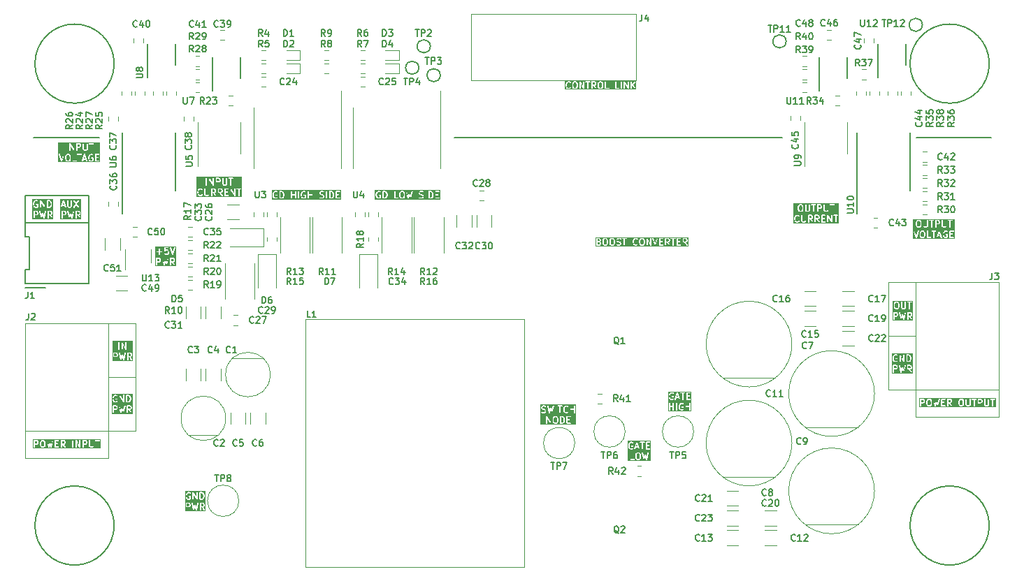
<source format=gbr>
%TF.GenerationSoftware,KiCad,Pcbnew,8.0.4*%
%TF.CreationDate,2024-08-09T15:48:12+02:00*%
%TF.ProjectId,ELE0124CL_power_boost,454c4530-3132-4344-934c-5f706f776572,1.0*%
%TF.SameCoordinates,Original*%
%TF.FileFunction,Legend,Top*%
%TF.FilePolarity,Positive*%
%FSLAX46Y46*%
G04 Gerber Fmt 4.6, Leading zero omitted, Abs format (unit mm)*
G04 Created by KiCad (PCBNEW 8.0.4) date 2024-08-09 15:48:12*
%MOMM*%
%LPD*%
G01*
G04 APERTURE LIST*
%ADD10C,0.150000*%
%ADD11C,0.120000*%
%ADD12C,0.100000*%
G04 APERTURE END LIST*
D10*
X179000000Y-76000000D02*
X188000000Y-76000000D01*
D11*
X175600000Y-93500000D02*
X178900000Y-93500000D01*
X178900000Y-106500000D01*
X175600000Y-106500000D01*
X175600000Y-93500000D01*
X178900000Y-106500000D02*
X189000000Y-106500000D01*
X189000000Y-109800000D01*
X178900000Y-109800000D01*
X178900000Y-106500000D01*
D10*
X72000000Y-76000000D02*
X80000000Y-76000000D01*
D11*
X81100000Y-105000000D02*
X84400000Y-105000000D01*
X71000000Y-111500000D02*
X81100000Y-111500000D01*
X81100000Y-114800000D01*
X71000000Y-114800000D01*
X71000000Y-111500000D01*
D10*
X71000000Y-83000000D02*
X78700000Y-83000000D01*
X78700000Y-86300000D01*
X71000000Y-86300000D01*
X71000000Y-83000000D01*
X123000000Y-76000000D02*
X162700000Y-76000000D01*
D11*
X175600000Y-100000000D02*
X178900000Y-100000000D01*
X81100000Y-98500000D02*
X84400000Y-98500000D01*
X84400000Y-111500000D01*
X81100000Y-111500000D01*
X81100000Y-98500000D01*
D10*
G36*
X140592818Y-88678893D02*
G01*
X140609788Y-88695863D01*
X140634524Y-88745333D01*
X140634524Y-88824208D01*
X140609788Y-88873678D01*
X140588905Y-88894561D01*
X140539438Y-88919295D01*
X140327381Y-88919295D01*
X140327381Y-88650247D01*
X140506877Y-88650247D01*
X140592818Y-88678893D01*
G37*
G36*
X140550811Y-88294029D02*
G01*
X140571693Y-88314911D01*
X140596428Y-88364380D01*
X140596428Y-88405161D01*
X140571693Y-88454630D01*
X140550811Y-88475512D01*
X140501342Y-88500247D01*
X140327381Y-88500247D01*
X140327381Y-88269295D01*
X140501342Y-88269295D01*
X140550811Y-88294029D01*
G37*
G36*
X141388906Y-88294029D02*
G01*
X141441801Y-88346923D01*
X141472619Y-88470194D01*
X141472619Y-88718394D01*
X141441801Y-88841665D01*
X141388906Y-88894561D01*
X141339438Y-88919295D01*
X141222467Y-88919295D01*
X141172998Y-88894560D01*
X141120103Y-88841665D01*
X141089285Y-88718392D01*
X141089285Y-88470196D01*
X141120103Y-88346923D01*
X141172997Y-88294029D01*
X141222467Y-88269295D01*
X141339438Y-88269295D01*
X141388906Y-88294029D01*
G37*
G36*
X142227001Y-88294029D02*
G01*
X142279896Y-88346923D01*
X142310714Y-88470194D01*
X142310714Y-88718394D01*
X142279896Y-88841665D01*
X142227001Y-88894561D01*
X142177533Y-88919295D01*
X142060562Y-88919295D01*
X142011093Y-88894560D01*
X141958198Y-88841665D01*
X141927380Y-88718392D01*
X141927380Y-88470196D01*
X141958198Y-88346923D01*
X142011092Y-88294029D01*
X142060562Y-88269295D01*
X142177533Y-88269295D01*
X142227001Y-88294029D01*
G37*
G36*
X145846049Y-88294029D02*
G01*
X145898944Y-88346923D01*
X145929762Y-88470194D01*
X145929762Y-88718394D01*
X145898944Y-88841665D01*
X145846049Y-88894561D01*
X145796581Y-88919295D01*
X145679610Y-88919295D01*
X145630141Y-88894560D01*
X145577246Y-88841665D01*
X145546428Y-88718392D01*
X145546428Y-88470196D01*
X145577246Y-88346923D01*
X145630140Y-88294029D01*
X145679610Y-88269295D01*
X145796581Y-88269295D01*
X145846049Y-88294029D01*
G37*
G36*
X148931763Y-88294029D02*
G01*
X148952646Y-88314912D01*
X148977381Y-88364381D01*
X148977381Y-88443255D01*
X148952646Y-88492724D01*
X148931763Y-88513608D01*
X148882295Y-88538342D01*
X148670238Y-88538342D01*
X148670238Y-88269295D01*
X148882295Y-88269295D01*
X148931763Y-88294029D01*
G37*
G36*
X151065097Y-88294029D02*
G01*
X151085980Y-88314912D01*
X151110715Y-88364381D01*
X151110715Y-88443255D01*
X151085980Y-88492724D01*
X151065097Y-88513608D01*
X151015629Y-88538342D01*
X150803572Y-88538342D01*
X150803572Y-88269295D01*
X151015629Y-88269295D01*
X151065097Y-88294029D01*
G37*
G36*
X151349604Y-89158184D02*
G01*
X140088492Y-89158184D01*
X140088492Y-88194295D01*
X140177381Y-88194295D01*
X140177381Y-88994295D01*
X140178822Y-89008927D01*
X140190021Y-89035963D01*
X140210713Y-89056655D01*
X140237749Y-89067854D01*
X140252381Y-89069295D01*
X140557143Y-89069295D01*
X140571775Y-89067854D01*
X140574264Y-89066822D01*
X140576952Y-89066632D01*
X140590684Y-89061377D01*
X140666874Y-89023282D01*
X140673173Y-89019317D01*
X140675001Y-89018560D01*
X140677057Y-89016872D01*
X140679317Y-89015450D01*
X140680617Y-89013950D01*
X140686367Y-89009232D01*
X140724462Y-88971136D01*
X140729182Y-88965384D01*
X140730677Y-88964088D01*
X140732096Y-88961833D01*
X140733789Y-88959771D01*
X140734547Y-88957940D01*
X140738510Y-88951646D01*
X140776605Y-88875456D01*
X140781860Y-88861724D01*
X140782050Y-88859037D01*
X140783083Y-88856546D01*
X140784524Y-88841914D01*
X140784524Y-88727628D01*
X140783083Y-88712996D01*
X140782050Y-88710504D01*
X140781860Y-88707818D01*
X140776605Y-88694086D01*
X140738510Y-88617896D01*
X140734547Y-88611601D01*
X140733789Y-88609771D01*
X140732096Y-88607708D01*
X140730677Y-88605454D01*
X140729182Y-88604157D01*
X140724462Y-88598406D01*
X140686367Y-88560310D01*
X140681851Y-88556604D01*
X140686366Y-88552090D01*
X140691084Y-88546340D01*
X140692583Y-88545041D01*
X140694004Y-88542781D01*
X140695693Y-88540725D01*
X140696450Y-88538897D01*
X140700415Y-88532598D01*
X140736233Y-88460961D01*
X140939285Y-88460961D01*
X140939285Y-88727628D01*
X140939536Y-88730181D01*
X140939374Y-88731274D01*
X140940183Y-88736748D01*
X140940726Y-88742260D01*
X140941148Y-88743280D01*
X140941524Y-88745819D01*
X140979620Y-88898200D01*
X140984567Y-88912045D01*
X140987886Y-88916525D01*
X140990020Y-88921676D01*
X140999348Y-88933042D01*
X141075538Y-89009233D01*
X141081287Y-89013951D01*
X141082587Y-89015450D01*
X141084846Y-89016871D01*
X141086903Y-89018560D01*
X141088730Y-89019317D01*
X141095030Y-89023282D01*
X141171221Y-89061377D01*
X141184953Y-89066632D01*
X141187640Y-89066822D01*
X141190130Y-89067854D01*
X141204762Y-89069295D01*
X141357143Y-89069295D01*
X141371775Y-89067854D01*
X141374264Y-89066822D01*
X141376952Y-89066632D01*
X141390684Y-89061377D01*
X141466874Y-89023282D01*
X141473173Y-89019317D01*
X141475001Y-89018560D01*
X141477057Y-89016871D01*
X141479317Y-89015450D01*
X141480616Y-89013951D01*
X141486366Y-89009233D01*
X141562557Y-88933042D01*
X141571884Y-88921677D01*
X141574017Y-88916525D01*
X141577338Y-88912045D01*
X141582285Y-88898199D01*
X141620380Y-88745818D01*
X141620755Y-88743280D01*
X141621178Y-88742260D01*
X141621719Y-88736757D01*
X141622531Y-88731273D01*
X141622367Y-88730177D01*
X141622619Y-88727628D01*
X141622619Y-88460961D01*
X141777380Y-88460961D01*
X141777380Y-88727628D01*
X141777631Y-88730181D01*
X141777469Y-88731274D01*
X141778278Y-88736748D01*
X141778821Y-88742260D01*
X141779243Y-88743280D01*
X141779619Y-88745819D01*
X141817715Y-88898200D01*
X141822662Y-88912045D01*
X141825981Y-88916525D01*
X141828115Y-88921676D01*
X141837443Y-88933042D01*
X141913633Y-89009233D01*
X141919382Y-89013951D01*
X141920682Y-89015450D01*
X141922941Y-89016871D01*
X141924998Y-89018560D01*
X141926825Y-89019317D01*
X141933125Y-89023282D01*
X142009316Y-89061377D01*
X142023048Y-89066632D01*
X142025735Y-89066822D01*
X142028225Y-89067854D01*
X142042857Y-89069295D01*
X142195238Y-89069295D01*
X142209870Y-89067854D01*
X142212359Y-89066822D01*
X142215047Y-89066632D01*
X142228779Y-89061377D01*
X142304969Y-89023282D01*
X142311268Y-89019317D01*
X142313096Y-89018560D01*
X142315152Y-89016871D01*
X142317412Y-89015450D01*
X142318711Y-89013951D01*
X142324461Y-89009233D01*
X142400652Y-88933042D01*
X142409979Y-88921677D01*
X142412112Y-88916525D01*
X142415433Y-88912045D01*
X142420380Y-88898199D01*
X142458475Y-88745818D01*
X142458850Y-88743280D01*
X142459273Y-88742260D01*
X142459814Y-88736757D01*
X142460626Y-88731273D01*
X142460462Y-88730177D01*
X142460714Y-88727628D01*
X142460714Y-88460961D01*
X142460462Y-88458411D01*
X142460626Y-88457316D01*
X142459814Y-88451831D01*
X142459273Y-88446329D01*
X142458850Y-88445308D01*
X142458475Y-88442771D01*
X142434451Y-88346676D01*
X142615475Y-88346676D01*
X142615475Y-88422866D01*
X142616916Y-88437498D01*
X142617946Y-88439986D01*
X142618138Y-88442676D01*
X142623393Y-88456407D01*
X142661489Y-88532598D01*
X142665452Y-88538894D01*
X142666211Y-88540725D01*
X142667902Y-88542786D01*
X142669322Y-88545041D01*
X142670817Y-88546337D01*
X142675538Y-88552090D01*
X142713633Y-88590185D01*
X142719382Y-88594903D01*
X142720682Y-88596402D01*
X142722941Y-88597823D01*
X142724998Y-88599512D01*
X142726825Y-88600269D01*
X142733125Y-88604234D01*
X142809315Y-88642329D01*
X142810384Y-88642738D01*
X142810820Y-88643061D01*
X142816965Y-88645256D01*
X142823047Y-88647584D01*
X142823586Y-88647622D01*
X142824666Y-88648008D01*
X142969060Y-88684106D01*
X143027001Y-88713077D01*
X143047884Y-88733960D01*
X143072618Y-88783428D01*
X143072618Y-88824209D01*
X143047883Y-88873677D01*
X143027000Y-88894561D01*
X142977532Y-88919295D01*
X142816931Y-88919295D01*
X142714192Y-88885049D01*
X142699855Y-88881789D01*
X142670665Y-88883864D01*
X142644492Y-88896950D01*
X142625318Y-88919058D01*
X142616064Y-88946820D01*
X142618139Y-88976010D01*
X142631225Y-89002183D01*
X142653333Y-89021357D01*
X142666758Y-89027351D01*
X142781044Y-89065446D01*
X142788297Y-89067095D01*
X142790129Y-89067854D01*
X142792783Y-89068115D01*
X142795381Y-89068706D01*
X142797355Y-89068565D01*
X142804761Y-89069295D01*
X142995237Y-89069295D01*
X143009869Y-89067854D01*
X143012358Y-89066822D01*
X143015046Y-89066632D01*
X143028778Y-89061377D01*
X143104969Y-89023282D01*
X143111268Y-89019317D01*
X143113096Y-89018560D01*
X143115152Y-89016872D01*
X143117412Y-89015450D01*
X143118712Y-89013950D01*
X143124462Y-89009232D01*
X143162557Y-88971136D01*
X143167274Y-88965387D01*
X143168773Y-88964088D01*
X143170194Y-88961829D01*
X143171884Y-88959771D01*
X143172641Y-88957941D01*
X143176605Y-88951645D01*
X143214700Y-88875455D01*
X143219955Y-88861723D01*
X143220145Y-88859035D01*
X143221177Y-88856546D01*
X143222618Y-88841914D01*
X143222618Y-88765723D01*
X143221177Y-88751091D01*
X143220145Y-88748601D01*
X143219955Y-88745914D01*
X143214700Y-88732182D01*
X143176605Y-88655992D01*
X143172640Y-88649692D01*
X143171883Y-88647865D01*
X143170194Y-88645808D01*
X143168773Y-88643549D01*
X143167274Y-88642249D01*
X143162556Y-88636500D01*
X143124461Y-88598405D01*
X143118708Y-88593684D01*
X143117412Y-88592189D01*
X143115157Y-88590769D01*
X143113096Y-88589078D01*
X143111265Y-88588319D01*
X143104969Y-88584356D01*
X143028778Y-88546260D01*
X143027708Y-88545850D01*
X143027273Y-88545528D01*
X143021136Y-88543335D01*
X143015047Y-88541005D01*
X143014506Y-88540966D01*
X143013427Y-88540581D01*
X142869031Y-88504482D01*
X142811093Y-88475513D01*
X142790210Y-88454630D01*
X142765475Y-88405160D01*
X142765475Y-88364381D01*
X142790210Y-88314911D01*
X142811093Y-88294029D01*
X142860561Y-88269295D01*
X143021163Y-88269295D01*
X143123901Y-88303541D01*
X143138238Y-88306801D01*
X143167428Y-88304726D01*
X143193601Y-88291640D01*
X143212775Y-88269533D01*
X143222029Y-88241770D01*
X143219954Y-88212580D01*
X143206868Y-88186407D01*
X143199092Y-88179663D01*
X143302631Y-88179663D01*
X143302631Y-88208927D01*
X143313830Y-88235963D01*
X143334522Y-88256655D01*
X143361558Y-88267854D01*
X143376190Y-88269295D01*
X143529761Y-88269295D01*
X143529761Y-88994295D01*
X143531202Y-89008927D01*
X143542401Y-89035963D01*
X143563093Y-89056655D01*
X143590129Y-89067854D01*
X143619393Y-89067854D01*
X143646429Y-89056655D01*
X143667121Y-89035963D01*
X143678320Y-89008927D01*
X143679761Y-88994295D01*
X143679761Y-88537152D01*
X144596428Y-88537152D01*
X144596428Y-88651438D01*
X144596679Y-88653991D01*
X144596517Y-88655084D01*
X144597326Y-88660558D01*
X144597869Y-88666070D01*
X144598291Y-88667090D01*
X144598667Y-88669629D01*
X144636763Y-88822010D01*
X144637148Y-88823089D01*
X144637187Y-88823628D01*
X144639511Y-88829703D01*
X144641710Y-88835855D01*
X144642032Y-88836290D01*
X144642442Y-88837360D01*
X144680537Y-88913550D01*
X144684500Y-88919846D01*
X144685258Y-88921676D01*
X144686947Y-88923734D01*
X144688369Y-88925993D01*
X144689867Y-88927292D01*
X144694586Y-88933042D01*
X144770776Y-89009233D01*
X144782141Y-89018560D01*
X144784631Y-89019591D01*
X144786667Y-89021357D01*
X144800092Y-89027351D01*
X144914378Y-89065446D01*
X144921631Y-89067095D01*
X144923463Y-89067854D01*
X144926117Y-89068115D01*
X144928715Y-89068706D01*
X144930689Y-89068565D01*
X144938095Y-89069295D01*
X145014286Y-89069295D01*
X145021691Y-89068565D01*
X145023666Y-89068706D01*
X145026263Y-89068115D01*
X145028918Y-89067854D01*
X145030749Y-89067095D01*
X145038003Y-89065446D01*
X145152288Y-89027351D01*
X145165714Y-89021357D01*
X145167750Y-89019590D01*
X145170239Y-89018560D01*
X145181604Y-89009233D01*
X145219700Y-88971137D01*
X145229028Y-88959772D01*
X145240226Y-88932735D01*
X145240226Y-88903472D01*
X145229028Y-88876436D01*
X145208335Y-88855743D01*
X145181299Y-88844545D01*
X145152036Y-88844545D01*
X145124999Y-88855743D01*
X145113634Y-88865071D01*
X145088057Y-88890648D01*
X145002116Y-88919295D01*
X144950265Y-88919295D01*
X144864323Y-88890648D01*
X144809258Y-88835582D01*
X144780288Y-88777642D01*
X144746428Y-88642202D01*
X144746428Y-88546387D01*
X144767784Y-88460961D01*
X145396428Y-88460961D01*
X145396428Y-88727628D01*
X145396679Y-88730181D01*
X145396517Y-88731274D01*
X145397326Y-88736748D01*
X145397869Y-88742260D01*
X145398291Y-88743280D01*
X145398667Y-88745819D01*
X145436763Y-88898200D01*
X145441710Y-88912045D01*
X145445029Y-88916525D01*
X145447163Y-88921676D01*
X145456491Y-88933042D01*
X145532681Y-89009233D01*
X145538430Y-89013951D01*
X145539730Y-89015450D01*
X145541989Y-89016871D01*
X145544046Y-89018560D01*
X145545873Y-89019317D01*
X145552173Y-89023282D01*
X145628364Y-89061377D01*
X145642096Y-89066632D01*
X145644783Y-89066822D01*
X145647273Y-89067854D01*
X145661905Y-89069295D01*
X145814286Y-89069295D01*
X145828918Y-89067854D01*
X145831407Y-89066822D01*
X145834095Y-89066632D01*
X145847827Y-89061377D01*
X145924017Y-89023282D01*
X145930316Y-89019317D01*
X145932144Y-89018560D01*
X145934200Y-89016871D01*
X145936460Y-89015450D01*
X145937759Y-89013951D01*
X145943509Y-89009233D01*
X146019700Y-88933042D01*
X146029027Y-88921677D01*
X146031160Y-88916525D01*
X146034481Y-88912045D01*
X146039428Y-88898199D01*
X146077523Y-88745818D01*
X146077898Y-88743280D01*
X146078321Y-88742260D01*
X146078862Y-88736757D01*
X146079674Y-88731273D01*
X146079510Y-88730177D01*
X146079762Y-88727628D01*
X146079762Y-88460961D01*
X146079510Y-88458411D01*
X146079674Y-88457316D01*
X146078862Y-88451831D01*
X146078321Y-88446329D01*
X146077898Y-88445308D01*
X146077523Y-88442771D01*
X146039428Y-88290390D01*
X146034481Y-88276544D01*
X146031160Y-88272063D01*
X146029027Y-88266912D01*
X146019700Y-88255547D01*
X145958447Y-88194295D01*
X146272619Y-88194295D01*
X146272619Y-88994295D01*
X146274060Y-89008927D01*
X146285259Y-89035963D01*
X146305951Y-89056655D01*
X146332987Y-89067854D01*
X146362251Y-89067854D01*
X146389287Y-89056655D01*
X146409979Y-89035963D01*
X146421178Y-89008927D01*
X146422619Y-88994295D01*
X146422619Y-88476711D01*
X146739644Y-89031505D01*
X146741832Y-89034588D01*
X146742402Y-89035963D01*
X146743801Y-89037362D01*
X146748154Y-89043495D01*
X146756042Y-89049603D01*
X146763094Y-89056655D01*
X146767512Y-89058485D01*
X146771292Y-89061412D01*
X146780913Y-89064036D01*
X146790130Y-89067854D01*
X146794911Y-89067854D01*
X146799523Y-89069112D01*
X146809420Y-89067854D01*
X146819394Y-89067854D01*
X146823809Y-89066024D01*
X146828553Y-89065422D01*
X146837217Y-89060471D01*
X146846430Y-89056655D01*
X146849808Y-89053276D01*
X146853962Y-89050903D01*
X146860071Y-89043013D01*
X146867122Y-89035963D01*
X146868951Y-89031546D01*
X146871879Y-89027766D01*
X146874503Y-89018142D01*
X146878321Y-89008927D01*
X146879057Y-89001444D01*
X146879579Y-88999534D01*
X146879391Y-88998058D01*
X146879762Y-88994295D01*
X146879762Y-88203675D01*
X146997017Y-88203675D01*
X147000277Y-88218012D01*
X147266944Y-89018012D01*
X147272938Y-89031437D01*
X147276448Y-89035484D01*
X147278845Y-89040278D01*
X147285949Y-89046440D01*
X147292112Y-89053545D01*
X147296905Y-89055941D01*
X147300953Y-89059452D01*
X147309874Y-89062425D01*
X147318285Y-89066631D01*
X147323629Y-89067010D01*
X147328715Y-89068706D01*
X147338095Y-89068039D01*
X147347475Y-89068706D01*
X147352560Y-89067010D01*
X147357905Y-89066631D01*
X147366314Y-89062426D01*
X147375238Y-89059452D01*
X147379286Y-89055940D01*
X147384078Y-89053545D01*
X147390239Y-89046441D01*
X147397345Y-89040278D01*
X147399741Y-89035484D01*
X147403252Y-89031437D01*
X147409246Y-89018012D01*
X147675912Y-88218012D01*
X147679172Y-88203675D01*
X147678506Y-88194295D01*
X147796428Y-88194295D01*
X147796428Y-88994295D01*
X147797869Y-89008927D01*
X147809068Y-89035963D01*
X147829760Y-89056655D01*
X147856796Y-89067854D01*
X147871428Y-89069295D01*
X148252380Y-89069295D01*
X148267012Y-89067854D01*
X148294048Y-89056655D01*
X148314740Y-89035963D01*
X148325939Y-89008927D01*
X148325939Y-88979663D01*
X148314740Y-88952627D01*
X148294048Y-88931935D01*
X148267012Y-88920736D01*
X148252380Y-88919295D01*
X147946428Y-88919295D01*
X147946428Y-88650247D01*
X148138094Y-88650247D01*
X148152726Y-88648806D01*
X148179762Y-88637607D01*
X148200454Y-88616915D01*
X148211653Y-88589879D01*
X148211653Y-88560615D01*
X148200454Y-88533579D01*
X148179762Y-88512887D01*
X148152726Y-88501688D01*
X148138094Y-88500247D01*
X147946428Y-88500247D01*
X147946428Y-88269295D01*
X148252380Y-88269295D01*
X148267012Y-88267854D01*
X148294048Y-88256655D01*
X148314740Y-88235963D01*
X148325939Y-88208927D01*
X148325939Y-88194295D01*
X148520238Y-88194295D01*
X148520238Y-88994295D01*
X148521679Y-89008927D01*
X148532878Y-89035963D01*
X148553570Y-89056655D01*
X148580606Y-89067854D01*
X148609870Y-89067854D01*
X148636906Y-89056655D01*
X148657598Y-89035963D01*
X148668797Y-89008927D01*
X148670238Y-88994295D01*
X148670238Y-88688342D01*
X148746665Y-88688342D01*
X148990938Y-89037304D01*
X149000510Y-89048465D01*
X149025189Y-89064192D01*
X149054006Y-89069277D01*
X149082577Y-89062948D01*
X149106551Y-89046166D01*
X149122278Y-89021487D01*
X149127363Y-88992669D01*
X149121034Y-88964098D01*
X149113823Y-88951285D01*
X148926189Y-88683237D01*
X148933541Y-88680424D01*
X149009731Y-88642329D01*
X149016030Y-88638364D01*
X149017858Y-88637607D01*
X149019914Y-88635918D01*
X149022174Y-88634497D01*
X149023473Y-88632998D01*
X149029223Y-88628280D01*
X149067318Y-88590185D01*
X149072038Y-88584432D01*
X149073534Y-88583136D01*
X149074953Y-88580881D01*
X149076645Y-88578820D01*
X149077403Y-88576989D01*
X149081367Y-88570693D01*
X149119463Y-88494503D01*
X149124718Y-88480771D01*
X149124909Y-88478081D01*
X149125940Y-88475593D01*
X149127381Y-88460961D01*
X149127381Y-88346676D01*
X149125940Y-88332044D01*
X149124909Y-88329555D01*
X149124718Y-88326866D01*
X149119463Y-88313134D01*
X149081367Y-88236944D01*
X149077403Y-88230647D01*
X149076645Y-88228817D01*
X149074953Y-88226755D01*
X149073534Y-88224501D01*
X149072038Y-88223204D01*
X149067318Y-88217452D01*
X149029529Y-88179663D01*
X149207393Y-88179663D01*
X149207393Y-88208927D01*
X149218592Y-88235963D01*
X149239284Y-88256655D01*
X149266320Y-88267854D01*
X149280952Y-88269295D01*
X149434523Y-88269295D01*
X149434523Y-88994295D01*
X149435964Y-89008927D01*
X149447163Y-89035963D01*
X149467855Y-89056655D01*
X149494891Y-89067854D01*
X149524155Y-89067854D01*
X149551191Y-89056655D01*
X149571883Y-89035963D01*
X149583082Y-89008927D01*
X149584523Y-88994295D01*
X149584523Y-88269295D01*
X149738095Y-88269295D01*
X149752727Y-88267854D01*
X149779763Y-88256655D01*
X149800455Y-88235963D01*
X149811654Y-88208927D01*
X149811654Y-88194295D01*
X149929762Y-88194295D01*
X149929762Y-88994295D01*
X149931203Y-89008927D01*
X149942402Y-89035963D01*
X149963094Y-89056655D01*
X149990130Y-89067854D01*
X150004762Y-89069295D01*
X150385714Y-89069295D01*
X150400346Y-89067854D01*
X150427382Y-89056655D01*
X150448074Y-89035963D01*
X150459273Y-89008927D01*
X150459273Y-88979663D01*
X150448074Y-88952627D01*
X150427382Y-88931935D01*
X150400346Y-88920736D01*
X150385714Y-88919295D01*
X150079762Y-88919295D01*
X150079762Y-88650247D01*
X150271428Y-88650247D01*
X150286060Y-88648806D01*
X150313096Y-88637607D01*
X150333788Y-88616915D01*
X150344987Y-88589879D01*
X150344987Y-88560615D01*
X150333788Y-88533579D01*
X150313096Y-88512887D01*
X150286060Y-88501688D01*
X150271428Y-88500247D01*
X150079762Y-88500247D01*
X150079762Y-88269295D01*
X150385714Y-88269295D01*
X150400346Y-88267854D01*
X150427382Y-88256655D01*
X150448074Y-88235963D01*
X150459273Y-88208927D01*
X150459273Y-88194295D01*
X150653572Y-88194295D01*
X150653572Y-88994295D01*
X150655013Y-89008927D01*
X150666212Y-89035963D01*
X150686904Y-89056655D01*
X150713940Y-89067854D01*
X150743204Y-89067854D01*
X150770240Y-89056655D01*
X150790932Y-89035963D01*
X150802131Y-89008927D01*
X150803572Y-88994295D01*
X150803572Y-88688342D01*
X150879999Y-88688342D01*
X151124272Y-89037304D01*
X151133844Y-89048465D01*
X151158523Y-89064192D01*
X151187340Y-89069277D01*
X151215911Y-89062948D01*
X151239885Y-89046166D01*
X151255612Y-89021487D01*
X151260697Y-88992669D01*
X151254368Y-88964098D01*
X151247157Y-88951285D01*
X151059523Y-88683237D01*
X151066875Y-88680424D01*
X151143065Y-88642329D01*
X151149364Y-88638364D01*
X151151192Y-88637607D01*
X151153248Y-88635918D01*
X151155508Y-88634497D01*
X151156807Y-88632998D01*
X151162557Y-88628280D01*
X151200652Y-88590185D01*
X151205372Y-88584432D01*
X151206868Y-88583136D01*
X151208287Y-88580881D01*
X151209979Y-88578820D01*
X151210737Y-88576989D01*
X151214701Y-88570693D01*
X151252797Y-88494503D01*
X151258052Y-88480771D01*
X151258243Y-88478081D01*
X151259274Y-88475593D01*
X151260715Y-88460961D01*
X151260715Y-88346676D01*
X151259274Y-88332044D01*
X151258243Y-88329555D01*
X151258052Y-88326866D01*
X151252797Y-88313134D01*
X151214701Y-88236944D01*
X151210737Y-88230647D01*
X151209979Y-88228817D01*
X151208287Y-88226755D01*
X151206868Y-88224501D01*
X151205372Y-88223204D01*
X151200652Y-88217452D01*
X151162557Y-88179357D01*
X151156807Y-88174638D01*
X151155508Y-88173140D01*
X151153248Y-88171718D01*
X151151192Y-88170030D01*
X151149364Y-88169272D01*
X151143065Y-88165308D01*
X151066875Y-88127213D01*
X151053143Y-88121958D01*
X151050455Y-88121767D01*
X151047966Y-88120736D01*
X151033334Y-88119295D01*
X150728572Y-88119295D01*
X150713940Y-88120736D01*
X150686904Y-88131935D01*
X150666212Y-88152627D01*
X150655013Y-88179663D01*
X150653572Y-88194295D01*
X150459273Y-88194295D01*
X150459273Y-88179663D01*
X150448074Y-88152627D01*
X150427382Y-88131935D01*
X150400346Y-88120736D01*
X150385714Y-88119295D01*
X150004762Y-88119295D01*
X149990130Y-88120736D01*
X149963094Y-88131935D01*
X149942402Y-88152627D01*
X149931203Y-88179663D01*
X149929762Y-88194295D01*
X149811654Y-88194295D01*
X149811654Y-88179663D01*
X149800455Y-88152627D01*
X149779763Y-88131935D01*
X149752727Y-88120736D01*
X149738095Y-88119295D01*
X149280952Y-88119295D01*
X149266320Y-88120736D01*
X149239284Y-88131935D01*
X149218592Y-88152627D01*
X149207393Y-88179663D01*
X149029529Y-88179663D01*
X149029223Y-88179357D01*
X149023473Y-88174638D01*
X149022174Y-88173140D01*
X149019914Y-88171718D01*
X149017858Y-88170030D01*
X149016030Y-88169272D01*
X149009731Y-88165308D01*
X148933541Y-88127213D01*
X148919809Y-88121958D01*
X148917121Y-88121767D01*
X148914632Y-88120736D01*
X148900000Y-88119295D01*
X148595238Y-88119295D01*
X148580606Y-88120736D01*
X148553570Y-88131935D01*
X148532878Y-88152627D01*
X148521679Y-88179663D01*
X148520238Y-88194295D01*
X148325939Y-88194295D01*
X148325939Y-88179663D01*
X148314740Y-88152627D01*
X148294048Y-88131935D01*
X148267012Y-88120736D01*
X148252380Y-88119295D01*
X147871428Y-88119295D01*
X147856796Y-88120736D01*
X147829760Y-88131935D01*
X147809068Y-88152627D01*
X147797869Y-88179663D01*
X147796428Y-88194295D01*
X147678506Y-88194295D01*
X147677098Y-88174485D01*
X147664011Y-88148311D01*
X147641904Y-88129138D01*
X147614141Y-88119884D01*
X147584951Y-88121958D01*
X147558778Y-88135045D01*
X147539604Y-88157152D01*
X147533610Y-88170578D01*
X147338094Y-88757124D01*
X147142579Y-88170578D01*
X147136585Y-88157152D01*
X147117411Y-88135045D01*
X147091238Y-88121959D01*
X147062048Y-88119884D01*
X147034285Y-88129138D01*
X147012178Y-88148312D01*
X146999092Y-88174485D01*
X146997017Y-88203675D01*
X146879762Y-88203675D01*
X146879762Y-88194295D01*
X146878321Y-88179663D01*
X146867122Y-88152627D01*
X146846430Y-88131935D01*
X146819394Y-88120736D01*
X146790130Y-88120736D01*
X146763094Y-88131935D01*
X146742402Y-88152627D01*
X146731203Y-88179663D01*
X146729762Y-88194295D01*
X146729762Y-88711878D01*
X146412737Y-88157085D01*
X146410548Y-88154001D01*
X146409979Y-88152627D01*
X146408579Y-88151227D01*
X146404227Y-88145095D01*
X146396337Y-88138985D01*
X146389287Y-88131935D01*
X146384870Y-88130105D01*
X146381090Y-88127178D01*
X146371466Y-88124553D01*
X146362251Y-88120736D01*
X146357470Y-88120736D01*
X146352858Y-88119478D01*
X146342961Y-88120736D01*
X146332987Y-88120736D01*
X146328571Y-88122565D01*
X146323828Y-88123168D01*
X146315163Y-88128118D01*
X146305951Y-88131935D01*
X146302572Y-88135313D01*
X146298419Y-88137687D01*
X146292309Y-88145576D01*
X146285259Y-88152627D01*
X146283429Y-88157043D01*
X146280502Y-88160824D01*
X146277877Y-88170447D01*
X146274060Y-88179663D01*
X146273323Y-88187145D01*
X146272802Y-88189056D01*
X146272989Y-88190531D01*
X146272619Y-88194295D01*
X145958447Y-88194295D01*
X145943509Y-88179357D01*
X145937759Y-88174638D01*
X145936460Y-88173140D01*
X145934201Y-88171718D01*
X145932143Y-88170029D01*
X145930313Y-88169271D01*
X145924017Y-88165308D01*
X145847827Y-88127213D01*
X145834095Y-88121958D01*
X145831407Y-88121767D01*
X145828918Y-88120736D01*
X145814286Y-88119295D01*
X145661905Y-88119295D01*
X145647273Y-88120736D01*
X145644783Y-88121767D01*
X145642096Y-88121958D01*
X145628364Y-88127213D01*
X145552173Y-88165308D01*
X145545878Y-88169270D01*
X145544046Y-88170029D01*
X145541984Y-88171720D01*
X145539730Y-88173140D01*
X145538431Y-88174636D01*
X145532681Y-88179357D01*
X145456491Y-88255547D01*
X145447164Y-88266912D01*
X145445030Y-88272062D01*
X145441710Y-88276544D01*
X145436763Y-88290389D01*
X145398667Y-88442770D01*
X145398291Y-88445308D01*
X145397869Y-88446329D01*
X145397326Y-88451840D01*
X145396517Y-88457315D01*
X145396679Y-88458407D01*
X145396428Y-88460961D01*
X144767784Y-88460961D01*
X144780288Y-88410946D01*
X144809258Y-88353006D01*
X144864322Y-88297942D01*
X144950265Y-88269295D01*
X145002116Y-88269295D01*
X145088057Y-88297942D01*
X145113635Y-88323519D01*
X145125000Y-88332846D01*
X145152036Y-88344044D01*
X145181299Y-88344044D01*
X145208335Y-88332845D01*
X145229028Y-88312152D01*
X145240226Y-88285115D01*
X145240226Y-88255852D01*
X145229027Y-88228816D01*
X145219699Y-88217451D01*
X145181603Y-88179356D01*
X145170238Y-88170029D01*
X145167749Y-88168998D01*
X145165714Y-88167233D01*
X145152288Y-88161239D01*
X145038003Y-88123144D01*
X145030749Y-88121494D01*
X145028918Y-88120736D01*
X145026263Y-88120474D01*
X145023666Y-88119884D01*
X145021691Y-88120024D01*
X145014286Y-88119295D01*
X144938095Y-88119295D01*
X144930689Y-88120024D01*
X144928715Y-88119884D01*
X144926117Y-88120474D01*
X144923463Y-88120736D01*
X144921631Y-88121494D01*
X144914378Y-88123144D01*
X144800092Y-88161239D01*
X144786667Y-88167233D01*
X144784633Y-88168996D01*
X144782141Y-88170029D01*
X144770776Y-88179357D01*
X144694586Y-88255547D01*
X144689867Y-88261296D01*
X144688369Y-88262596D01*
X144686947Y-88264855D01*
X144685259Y-88266912D01*
X144684501Y-88268739D01*
X144680537Y-88275039D01*
X144642442Y-88351230D01*
X144642032Y-88352299D01*
X144641710Y-88352735D01*
X144639511Y-88358886D01*
X144637187Y-88364962D01*
X144637148Y-88365500D01*
X144636763Y-88366580D01*
X144598667Y-88518961D01*
X144598291Y-88521499D01*
X144597869Y-88522520D01*
X144597326Y-88528031D01*
X144596517Y-88533506D01*
X144596679Y-88534598D01*
X144596428Y-88537152D01*
X143679761Y-88537152D01*
X143679761Y-88269295D01*
X143833333Y-88269295D01*
X143847965Y-88267854D01*
X143875001Y-88256655D01*
X143895693Y-88235963D01*
X143906892Y-88208927D01*
X143906892Y-88179663D01*
X143895693Y-88152627D01*
X143875001Y-88131935D01*
X143847965Y-88120736D01*
X143833333Y-88119295D01*
X143376190Y-88119295D01*
X143361558Y-88120736D01*
X143334522Y-88131935D01*
X143313830Y-88152627D01*
X143302631Y-88179663D01*
X143199092Y-88179663D01*
X143184761Y-88167233D01*
X143171335Y-88161239D01*
X143057050Y-88123144D01*
X143049796Y-88121494D01*
X143047965Y-88120736D01*
X143045310Y-88120474D01*
X143042713Y-88119884D01*
X143040738Y-88120024D01*
X143033333Y-88119295D01*
X142842856Y-88119295D01*
X142828224Y-88120736D01*
X142825734Y-88121767D01*
X142823047Y-88121958D01*
X142809315Y-88127213D01*
X142733125Y-88165308D01*
X142726825Y-88169272D01*
X142724998Y-88170030D01*
X142722941Y-88171718D01*
X142720682Y-88173140D01*
X142719382Y-88174638D01*
X142713633Y-88179357D01*
X142675538Y-88217452D01*
X142670817Y-88223204D01*
X142669322Y-88224501D01*
X142667902Y-88226755D01*
X142666211Y-88228817D01*
X142665452Y-88230647D01*
X142661489Y-88236944D01*
X142623393Y-88313135D01*
X142618138Y-88326866D01*
X142617946Y-88329555D01*
X142616916Y-88332044D01*
X142615475Y-88346676D01*
X142434451Y-88346676D01*
X142420380Y-88290390D01*
X142415433Y-88276544D01*
X142412112Y-88272063D01*
X142409979Y-88266912D01*
X142400652Y-88255547D01*
X142324461Y-88179357D01*
X142318711Y-88174638D01*
X142317412Y-88173140D01*
X142315153Y-88171718D01*
X142313095Y-88170029D01*
X142311265Y-88169271D01*
X142304969Y-88165308D01*
X142228779Y-88127213D01*
X142215047Y-88121958D01*
X142212359Y-88121767D01*
X142209870Y-88120736D01*
X142195238Y-88119295D01*
X142042857Y-88119295D01*
X142028225Y-88120736D01*
X142025735Y-88121767D01*
X142023048Y-88121958D01*
X142009316Y-88127213D01*
X141933125Y-88165308D01*
X141926830Y-88169270D01*
X141924998Y-88170029D01*
X141922936Y-88171720D01*
X141920682Y-88173140D01*
X141919383Y-88174636D01*
X141913633Y-88179357D01*
X141837443Y-88255547D01*
X141828116Y-88266912D01*
X141825982Y-88272062D01*
X141822662Y-88276544D01*
X141817715Y-88290389D01*
X141779619Y-88442770D01*
X141779243Y-88445308D01*
X141778821Y-88446329D01*
X141778278Y-88451840D01*
X141777469Y-88457315D01*
X141777631Y-88458407D01*
X141777380Y-88460961D01*
X141622619Y-88460961D01*
X141622367Y-88458411D01*
X141622531Y-88457316D01*
X141621719Y-88451831D01*
X141621178Y-88446329D01*
X141620755Y-88445308D01*
X141620380Y-88442771D01*
X141582285Y-88290390D01*
X141577338Y-88276544D01*
X141574017Y-88272063D01*
X141571884Y-88266912D01*
X141562557Y-88255547D01*
X141486366Y-88179357D01*
X141480616Y-88174638D01*
X141479317Y-88173140D01*
X141477058Y-88171718D01*
X141475000Y-88170029D01*
X141473170Y-88169271D01*
X141466874Y-88165308D01*
X141390684Y-88127213D01*
X141376952Y-88121958D01*
X141374264Y-88121767D01*
X141371775Y-88120736D01*
X141357143Y-88119295D01*
X141204762Y-88119295D01*
X141190130Y-88120736D01*
X141187640Y-88121767D01*
X141184953Y-88121958D01*
X141171221Y-88127213D01*
X141095030Y-88165308D01*
X141088735Y-88169270D01*
X141086903Y-88170029D01*
X141084841Y-88171720D01*
X141082587Y-88173140D01*
X141081288Y-88174636D01*
X141075538Y-88179357D01*
X140999348Y-88255547D01*
X140990021Y-88266912D01*
X140987887Y-88272062D01*
X140984567Y-88276544D01*
X140979620Y-88290389D01*
X140941524Y-88442770D01*
X140941148Y-88445308D01*
X140940726Y-88446329D01*
X140940183Y-88451840D01*
X140939374Y-88457315D01*
X140939536Y-88458407D01*
X140939285Y-88460961D01*
X140736233Y-88460961D01*
X140738510Y-88456407D01*
X140743765Y-88442675D01*
X140743955Y-88439987D01*
X140744987Y-88437498D01*
X140746428Y-88422866D01*
X140746428Y-88346676D01*
X140744987Y-88332044D01*
X140743955Y-88329554D01*
X140743765Y-88326867D01*
X140738510Y-88313135D01*
X140700415Y-88236944D01*
X140696450Y-88230644D01*
X140695693Y-88228817D01*
X140694004Y-88226760D01*
X140692583Y-88224501D01*
X140691084Y-88223201D01*
X140686366Y-88217452D01*
X140648271Y-88179357D01*
X140642521Y-88174638D01*
X140641222Y-88173140D01*
X140638962Y-88171718D01*
X140636906Y-88170030D01*
X140635078Y-88169272D01*
X140628779Y-88165308D01*
X140552588Y-88127213D01*
X140538856Y-88121958D01*
X140536168Y-88121767D01*
X140533679Y-88120736D01*
X140519047Y-88119295D01*
X140252381Y-88119295D01*
X140237749Y-88120736D01*
X140210713Y-88131935D01*
X140190021Y-88152627D01*
X140178822Y-88179663D01*
X140177381Y-88194295D01*
X140088492Y-88194295D01*
X140088492Y-88030406D01*
X151349604Y-88030406D01*
X151349604Y-89158184D01*
G37*
G36*
X145374620Y-114294029D02*
G01*
X145427515Y-114346923D01*
X145458333Y-114470194D01*
X145458333Y-114718394D01*
X145427515Y-114841665D01*
X145374620Y-114894561D01*
X145325152Y-114919295D01*
X145208181Y-114919295D01*
X145158712Y-114894560D01*
X145105817Y-114841665D01*
X145074999Y-114718392D01*
X145074999Y-114470196D01*
X145105817Y-114346923D01*
X145158711Y-114294029D01*
X145208181Y-114269295D01*
X145325152Y-114269295D01*
X145374620Y-114294029D01*
G37*
G36*
X145219752Y-113402768D02*
G01*
X145046913Y-113402768D01*
X145133332Y-113143510D01*
X145219752Y-113402768D01*
G37*
G36*
X146819590Y-115158184D02*
G01*
X143978967Y-115158184D01*
X143978967Y-114194295D01*
X144315476Y-114194295D01*
X144315476Y-114994295D01*
X144316917Y-115008927D01*
X144328116Y-115035963D01*
X144348808Y-115056655D01*
X144375844Y-115067854D01*
X144390476Y-115069295D01*
X144771428Y-115069295D01*
X144786060Y-115067854D01*
X144813096Y-115056655D01*
X144833788Y-115035963D01*
X144844987Y-115008927D01*
X144844987Y-114979663D01*
X144833788Y-114952627D01*
X144813096Y-114931935D01*
X144786060Y-114920736D01*
X144771428Y-114919295D01*
X144465476Y-114919295D01*
X144465476Y-114460961D01*
X144924999Y-114460961D01*
X144924999Y-114727628D01*
X144925250Y-114730181D01*
X144925088Y-114731274D01*
X144925897Y-114736748D01*
X144926440Y-114742260D01*
X144926862Y-114743280D01*
X144927238Y-114745819D01*
X144965334Y-114898200D01*
X144970281Y-114912045D01*
X144973600Y-114916525D01*
X144975734Y-114921676D01*
X144985062Y-114933042D01*
X145061252Y-115009233D01*
X145067001Y-115013951D01*
X145068301Y-115015450D01*
X145070560Y-115016871D01*
X145072617Y-115018560D01*
X145074444Y-115019317D01*
X145080744Y-115023282D01*
X145156935Y-115061377D01*
X145170667Y-115066632D01*
X145173354Y-115066822D01*
X145175844Y-115067854D01*
X145190476Y-115069295D01*
X145342857Y-115069295D01*
X145357489Y-115067854D01*
X145359978Y-115066822D01*
X145362666Y-115066632D01*
X145376398Y-115061377D01*
X145452588Y-115023282D01*
X145458887Y-115019317D01*
X145460715Y-115018560D01*
X145462771Y-115016871D01*
X145465031Y-115015450D01*
X145466330Y-115013951D01*
X145472080Y-115009233D01*
X145548271Y-114933042D01*
X145557598Y-114921677D01*
X145559731Y-114916525D01*
X145563052Y-114912045D01*
X145567999Y-114898199D01*
X145606094Y-114745818D01*
X145606469Y-114743280D01*
X145606892Y-114742260D01*
X145607433Y-114736757D01*
X145608245Y-114731273D01*
X145608081Y-114730177D01*
X145608333Y-114727628D01*
X145608333Y-114460961D01*
X145608081Y-114458411D01*
X145608245Y-114457316D01*
X145607433Y-114451831D01*
X145606892Y-114446329D01*
X145606469Y-114445308D01*
X145606094Y-114442771D01*
X145567999Y-114290390D01*
X145563052Y-114276544D01*
X145559731Y-114272063D01*
X145557598Y-114266912D01*
X145548271Y-114255547D01*
X145489822Y-114197099D01*
X145725051Y-114197099D01*
X145727039Y-114211667D01*
X145917515Y-115011666D01*
X145919244Y-115016685D01*
X145919484Y-115018488D01*
X145920426Y-115020116D01*
X145922305Y-115025567D01*
X145928691Y-115034391D01*
X145934146Y-115043813D01*
X145937203Y-115046153D01*
X145939462Y-115049274D01*
X145948737Y-115054981D01*
X145957384Y-115061600D01*
X145961104Y-115062592D01*
X145964384Y-115064610D01*
X145975138Y-115066334D01*
X145985660Y-115069140D01*
X145989475Y-115068633D01*
X145993279Y-115069243D01*
X146003873Y-115066720D01*
X146014668Y-115065286D01*
X146018001Y-115063355D01*
X146021747Y-115062464D01*
X146030567Y-115056081D01*
X146039993Y-115050624D01*
X146042333Y-115047566D01*
X146045454Y-115045308D01*
X146051161Y-115036032D01*
X146057780Y-115027386D01*
X146059805Y-115021986D01*
X146060790Y-115020386D01*
X146061077Y-115018594D01*
X146062943Y-115013620D01*
X146142855Y-114713945D01*
X146222769Y-115013620D01*
X146224634Y-115018595D01*
X146224922Y-115020386D01*
X146225906Y-115021985D01*
X146227932Y-115027387D01*
X146234552Y-115036035D01*
X146240258Y-115045308D01*
X146243378Y-115047566D01*
X146245719Y-115050624D01*
X146255140Y-115056078D01*
X146263965Y-115062465D01*
X146267712Y-115063357D01*
X146271044Y-115065286D01*
X146281837Y-115066720D01*
X146292433Y-115069243D01*
X146296234Y-115068633D01*
X146300053Y-115069141D01*
X146310584Y-115066332D01*
X146321328Y-115064610D01*
X146324604Y-115062594D01*
X146328328Y-115061601D01*
X146336980Y-115054977D01*
X146346250Y-115049274D01*
X146348506Y-115046155D01*
X146351566Y-115043814D01*
X146357023Y-115034387D01*
X146363407Y-115025567D01*
X146365284Y-115020118D01*
X146366228Y-115018489D01*
X146366467Y-115016685D01*
X146368197Y-115011667D01*
X146558674Y-114211667D01*
X146560662Y-114197099D01*
X146556029Y-114168204D01*
X146540693Y-114143282D01*
X146516986Y-114126126D01*
X146488518Y-114119348D01*
X146459623Y-114123980D01*
X146434701Y-114139317D01*
X146417544Y-114163023D01*
X146412753Y-114176924D01*
X146291120Y-114687779D01*
X146215324Y-114403541D01*
X146214038Y-114400113D01*
X146213847Y-114398672D01*
X146212855Y-114396959D01*
X146210161Y-114389775D01*
X146204147Y-114381918D01*
X146199185Y-114373347D01*
X146195325Y-114370392D01*
X146192374Y-114366537D01*
X146183811Y-114361579D01*
X146175947Y-114355560D01*
X146171250Y-114354307D01*
X146167049Y-114351875D01*
X146157242Y-114350572D01*
X146147672Y-114348020D01*
X146142853Y-114348660D01*
X146138041Y-114348021D01*
X146128480Y-114350570D01*
X146118663Y-114351875D01*
X146114457Y-114354309D01*
X146109765Y-114355561D01*
X146101905Y-114361576D01*
X146093338Y-114366537D01*
X146090384Y-114370395D01*
X146086527Y-114373348D01*
X146081568Y-114381913D01*
X146075551Y-114389774D01*
X146072854Y-114396963D01*
X146071865Y-114398673D01*
X146071673Y-114400112D01*
X146070388Y-114403541D01*
X145994591Y-114687778D01*
X145872959Y-114176923D01*
X145868169Y-114163023D01*
X145851012Y-114139316D01*
X145826090Y-114123980D01*
X145797195Y-114119347D01*
X145768727Y-114126125D01*
X145745020Y-114143282D01*
X145729684Y-114168204D01*
X145725051Y-114197099D01*
X145489822Y-114197099D01*
X145472080Y-114179357D01*
X145466330Y-114174638D01*
X145465031Y-114173140D01*
X145462772Y-114171718D01*
X145460714Y-114170029D01*
X145458884Y-114169271D01*
X145452588Y-114165308D01*
X145376398Y-114127213D01*
X145362666Y-114121958D01*
X145359978Y-114121767D01*
X145357489Y-114120736D01*
X145342857Y-114119295D01*
X145190476Y-114119295D01*
X145175844Y-114120736D01*
X145173354Y-114121767D01*
X145170667Y-114121958D01*
X145156935Y-114127213D01*
X145080744Y-114165308D01*
X145074449Y-114169270D01*
X145072617Y-114170029D01*
X145070555Y-114171720D01*
X145068301Y-114173140D01*
X145067002Y-114174636D01*
X145061252Y-114179357D01*
X144985062Y-114255547D01*
X144975735Y-114266912D01*
X144973601Y-114272062D01*
X144970281Y-114276544D01*
X144965334Y-114290389D01*
X144927238Y-114442770D01*
X144926862Y-114445308D01*
X144926440Y-114446329D01*
X144925897Y-114451840D01*
X144925088Y-114457315D01*
X144925250Y-114458407D01*
X144924999Y-114460961D01*
X144465476Y-114460961D01*
X144465476Y-114194295D01*
X144464035Y-114179663D01*
X144452836Y-114152627D01*
X144432144Y-114131935D01*
X144405108Y-114120736D01*
X144375844Y-114120736D01*
X144348808Y-114131935D01*
X144328116Y-114152627D01*
X144316917Y-114179663D01*
X144315476Y-114194295D01*
X143978967Y-114194295D01*
X143978967Y-113249197D01*
X144067856Y-113249197D01*
X144067856Y-113363483D01*
X144068107Y-113366036D01*
X144067945Y-113367129D01*
X144068754Y-113372603D01*
X144069297Y-113378115D01*
X144069719Y-113379135D01*
X144070095Y-113381674D01*
X144108191Y-113534055D01*
X144108576Y-113535134D01*
X144108615Y-113535673D01*
X144110939Y-113541748D01*
X144113138Y-113547900D01*
X144113460Y-113548335D01*
X144113870Y-113549405D01*
X144151965Y-113625595D01*
X144155928Y-113631891D01*
X144156686Y-113633721D01*
X144158375Y-113635779D01*
X144159797Y-113638038D01*
X144161295Y-113639337D01*
X144166014Y-113645087D01*
X144242204Y-113721278D01*
X144253569Y-113730605D01*
X144256059Y-113731636D01*
X144258095Y-113733402D01*
X144271520Y-113739396D01*
X144385806Y-113777491D01*
X144393059Y-113779140D01*
X144394891Y-113779899D01*
X144397545Y-113780160D01*
X144400143Y-113780751D01*
X144402117Y-113780610D01*
X144409523Y-113781340D01*
X144485714Y-113781340D01*
X144493119Y-113780610D01*
X144495094Y-113780751D01*
X144497691Y-113780160D01*
X144500346Y-113779899D01*
X144502177Y-113779140D01*
X144509431Y-113777491D01*
X144623716Y-113739396D01*
X144637142Y-113733402D01*
X144639178Y-113731635D01*
X144641667Y-113730605D01*
X144653032Y-113721278D01*
X144677350Y-113696960D01*
X144792255Y-113696960D01*
X144794330Y-113726150D01*
X144807416Y-113752323D01*
X144829523Y-113771497D01*
X144857286Y-113780751D01*
X144886476Y-113778676D01*
X144912649Y-113765590D01*
X144931823Y-113743483D01*
X144937817Y-113730057D01*
X144996913Y-113552768D01*
X145269752Y-113552768D01*
X145328848Y-113730057D01*
X145334842Y-113743483D01*
X145354016Y-113765590D01*
X145380189Y-113778677D01*
X145409379Y-113780751D01*
X145437142Y-113771497D01*
X145459249Y-113752324D01*
X145472336Y-113726150D01*
X145474410Y-113696960D01*
X145471150Y-113682623D01*
X145207512Y-112891708D01*
X145478821Y-112891708D01*
X145478821Y-112920972D01*
X145490020Y-112948008D01*
X145510712Y-112968700D01*
X145537748Y-112979899D01*
X145552380Y-112981340D01*
X145705951Y-112981340D01*
X145705951Y-113706340D01*
X145707392Y-113720972D01*
X145718591Y-113748008D01*
X145739283Y-113768700D01*
X145766319Y-113779899D01*
X145795583Y-113779899D01*
X145822619Y-113768700D01*
X145843311Y-113748008D01*
X145854510Y-113720972D01*
X145855951Y-113706340D01*
X145855951Y-112981340D01*
X146009523Y-112981340D01*
X146024155Y-112979899D01*
X146051191Y-112968700D01*
X146071883Y-112948008D01*
X146083082Y-112920972D01*
X146083082Y-112906340D01*
X146201190Y-112906340D01*
X146201190Y-113706340D01*
X146202631Y-113720972D01*
X146213830Y-113748008D01*
X146234522Y-113768700D01*
X146261558Y-113779899D01*
X146276190Y-113781340D01*
X146657142Y-113781340D01*
X146671774Y-113779899D01*
X146698810Y-113768700D01*
X146719502Y-113748008D01*
X146730701Y-113720972D01*
X146730701Y-113691708D01*
X146719502Y-113664672D01*
X146698810Y-113643980D01*
X146671774Y-113632781D01*
X146657142Y-113631340D01*
X146351190Y-113631340D01*
X146351190Y-113362292D01*
X146542856Y-113362292D01*
X146557488Y-113360851D01*
X146584524Y-113349652D01*
X146605216Y-113328960D01*
X146616415Y-113301924D01*
X146616415Y-113272660D01*
X146605216Y-113245624D01*
X146584524Y-113224932D01*
X146557488Y-113213733D01*
X146542856Y-113212292D01*
X146351190Y-113212292D01*
X146351190Y-112981340D01*
X146657142Y-112981340D01*
X146671774Y-112979899D01*
X146698810Y-112968700D01*
X146719502Y-112948008D01*
X146730701Y-112920972D01*
X146730701Y-112891708D01*
X146719502Y-112864672D01*
X146698810Y-112843980D01*
X146671774Y-112832781D01*
X146657142Y-112831340D01*
X146276190Y-112831340D01*
X146261558Y-112832781D01*
X146234522Y-112843980D01*
X146213830Y-112864672D01*
X146202631Y-112891708D01*
X146201190Y-112906340D01*
X146083082Y-112906340D01*
X146083082Y-112891708D01*
X146071883Y-112864672D01*
X146051191Y-112843980D01*
X146024155Y-112832781D01*
X146009523Y-112831340D01*
X145552380Y-112831340D01*
X145537748Y-112832781D01*
X145510712Y-112843980D01*
X145490020Y-112864672D01*
X145478821Y-112891708D01*
X145207512Y-112891708D01*
X145204484Y-112882623D01*
X145198490Y-112869198D01*
X145194979Y-112865150D01*
X145192583Y-112860357D01*
X145185477Y-112854193D01*
X145179316Y-112847090D01*
X145174524Y-112844694D01*
X145170476Y-112841183D01*
X145161552Y-112838208D01*
X145153143Y-112834004D01*
X145147798Y-112833624D01*
X145142713Y-112831929D01*
X145133333Y-112832595D01*
X145123953Y-112831929D01*
X145118867Y-112833624D01*
X145113523Y-112834004D01*
X145105112Y-112838209D01*
X145096191Y-112841183D01*
X145092143Y-112844693D01*
X145087350Y-112847090D01*
X145081187Y-112854194D01*
X145074083Y-112860357D01*
X145071686Y-112865150D01*
X145068176Y-112869198D01*
X145062182Y-112882623D01*
X144795515Y-113682623D01*
X144792255Y-113696960D01*
X144677350Y-113696960D01*
X144691128Y-113683182D01*
X144700456Y-113671817D01*
X144711654Y-113644780D01*
X144713095Y-113630149D01*
X144713095Y-113363483D01*
X144711654Y-113348851D01*
X144700455Y-113321815D01*
X144679763Y-113301123D01*
X144652727Y-113289924D01*
X144638095Y-113288483D01*
X144485714Y-113288483D01*
X144471082Y-113289924D01*
X144444046Y-113301123D01*
X144423354Y-113321815D01*
X144412155Y-113348851D01*
X144412155Y-113378115D01*
X144423354Y-113405151D01*
X144444046Y-113425843D01*
X144471082Y-113437042D01*
X144485714Y-113438483D01*
X144563095Y-113438483D01*
X144563095Y-113599083D01*
X144559485Y-113602693D01*
X144473544Y-113631340D01*
X144421693Y-113631340D01*
X144335751Y-113602693D01*
X144280686Y-113547627D01*
X144251716Y-113489687D01*
X144217856Y-113354247D01*
X144217856Y-113258432D01*
X144251716Y-113122991D01*
X144280686Y-113065051D01*
X144335750Y-113009987D01*
X144421693Y-112981340D01*
X144506104Y-112981340D01*
X144566458Y-113011517D01*
X144580190Y-113016772D01*
X144609380Y-113018846D01*
X144637141Y-113009592D01*
X144659249Y-112990419D01*
X144672336Y-112964244D01*
X144674410Y-112935054D01*
X144665156Y-112907293D01*
X144645983Y-112885185D01*
X144633540Y-112877353D01*
X144557350Y-112839258D01*
X144543618Y-112834003D01*
X144540930Y-112833812D01*
X144538441Y-112832781D01*
X144523809Y-112831340D01*
X144409523Y-112831340D01*
X144402117Y-112832069D01*
X144400143Y-112831929D01*
X144397545Y-112832519D01*
X144394891Y-112832781D01*
X144393059Y-112833539D01*
X144385806Y-112835189D01*
X144271520Y-112873284D01*
X144258095Y-112879278D01*
X144256061Y-112881041D01*
X144253569Y-112882074D01*
X144242204Y-112891402D01*
X144166014Y-112967592D01*
X144161295Y-112973341D01*
X144159797Y-112974641D01*
X144158375Y-112976900D01*
X144156687Y-112978957D01*
X144155929Y-112980784D01*
X144151965Y-112987084D01*
X144113870Y-113063275D01*
X144113460Y-113064344D01*
X144113138Y-113064780D01*
X144110939Y-113070931D01*
X144108615Y-113077007D01*
X144108576Y-113077545D01*
X144108191Y-113078625D01*
X144070095Y-113231006D01*
X144069719Y-113233544D01*
X144069297Y-113234565D01*
X144068754Y-113240076D01*
X144067945Y-113245551D01*
X144068107Y-113246643D01*
X144067856Y-113249197D01*
X143978967Y-113249197D01*
X143978967Y-112742451D01*
X146819590Y-112742451D01*
X146819590Y-115158184D01*
G37*
G36*
X93960334Y-82294029D02*
G01*
X93981217Y-82314912D01*
X94005952Y-82364381D01*
X94005952Y-82443255D01*
X93981217Y-82492724D01*
X93960334Y-82513608D01*
X93910866Y-82538342D01*
X93698809Y-82538342D01*
X93698809Y-82269295D01*
X93910866Y-82269295D01*
X93960334Y-82294029D01*
G37*
G36*
X94760334Y-82294029D02*
G01*
X94781217Y-82314912D01*
X94805952Y-82364381D01*
X94805952Y-82443255D01*
X94781217Y-82492724D01*
X94760334Y-82513608D01*
X94710866Y-82538342D01*
X94498809Y-82538342D01*
X94498809Y-82269295D01*
X94710866Y-82269295D01*
X94760334Y-82294029D01*
G37*
G36*
X94512715Y-81006074D02*
G01*
X94533598Y-81026957D01*
X94558333Y-81076426D01*
X94558333Y-81155300D01*
X94533598Y-81204769D01*
X94512715Y-81225653D01*
X94463247Y-81250387D01*
X94251190Y-81250387D01*
X94251190Y-80981340D01*
X94463247Y-80981340D01*
X94512715Y-81006074D01*
G37*
G36*
X97291019Y-83158184D02*
G01*
X91783729Y-83158184D01*
X91783729Y-82537152D01*
X91872618Y-82537152D01*
X91872618Y-82651438D01*
X91872869Y-82653991D01*
X91872707Y-82655084D01*
X91873516Y-82660558D01*
X91874059Y-82666070D01*
X91874481Y-82667090D01*
X91874857Y-82669629D01*
X91912953Y-82822010D01*
X91913338Y-82823089D01*
X91913377Y-82823628D01*
X91915701Y-82829703D01*
X91917900Y-82835855D01*
X91918222Y-82836290D01*
X91918632Y-82837360D01*
X91956727Y-82913550D01*
X91960690Y-82919846D01*
X91961448Y-82921676D01*
X91963137Y-82923734D01*
X91964559Y-82925993D01*
X91966057Y-82927292D01*
X91970776Y-82933042D01*
X92046966Y-83009233D01*
X92058331Y-83018560D01*
X92060821Y-83019591D01*
X92062857Y-83021357D01*
X92076282Y-83027351D01*
X92190568Y-83065446D01*
X92197821Y-83067095D01*
X92199653Y-83067854D01*
X92202307Y-83068115D01*
X92204905Y-83068706D01*
X92206879Y-83068565D01*
X92214285Y-83069295D01*
X92290476Y-83069295D01*
X92297881Y-83068565D01*
X92299856Y-83068706D01*
X92302453Y-83068115D01*
X92305108Y-83067854D01*
X92306939Y-83067095D01*
X92314193Y-83065446D01*
X92428478Y-83027351D01*
X92441904Y-83021357D01*
X92443940Y-83019590D01*
X92446429Y-83018560D01*
X92457794Y-83009233D01*
X92495890Y-82971137D01*
X92505218Y-82959772D01*
X92516416Y-82932735D01*
X92516416Y-82903472D01*
X92505218Y-82876436D01*
X92484525Y-82855743D01*
X92457489Y-82844545D01*
X92428226Y-82844545D01*
X92401189Y-82855743D01*
X92389824Y-82865071D01*
X92364247Y-82890648D01*
X92278306Y-82919295D01*
X92226455Y-82919295D01*
X92140513Y-82890648D01*
X92085448Y-82835582D01*
X92056478Y-82777642D01*
X92022618Y-82642202D01*
X92022618Y-82546387D01*
X92056478Y-82410946D01*
X92085448Y-82353006D01*
X92140512Y-82297942D01*
X92226455Y-82269295D01*
X92278306Y-82269295D01*
X92364247Y-82297942D01*
X92389825Y-82323519D01*
X92401190Y-82332846D01*
X92428226Y-82344044D01*
X92457489Y-82344044D01*
X92484525Y-82332845D01*
X92505218Y-82312152D01*
X92516416Y-82285115D01*
X92516416Y-82255852D01*
X92505217Y-82228816D01*
X92495889Y-82217451D01*
X92472732Y-82194295D01*
X92710714Y-82194295D01*
X92710714Y-82841914D01*
X92712155Y-82856546D01*
X92713186Y-82859035D01*
X92713377Y-82861723D01*
X92718632Y-82875455D01*
X92756727Y-82951645D01*
X92760690Y-82957941D01*
X92761448Y-82959771D01*
X92763137Y-82961829D01*
X92764559Y-82964088D01*
X92766057Y-82965387D01*
X92770775Y-82971136D01*
X92808870Y-83009232D01*
X92814621Y-83013952D01*
X92815920Y-83015450D01*
X92818175Y-83016869D01*
X92820235Y-83018560D01*
X92822065Y-83019318D01*
X92828363Y-83023282D01*
X92904554Y-83061377D01*
X92918286Y-83066632D01*
X92920973Y-83066822D01*
X92923463Y-83067854D01*
X92938095Y-83069295D01*
X93090476Y-83069295D01*
X93105108Y-83067854D01*
X93107597Y-83066822D01*
X93110285Y-83066632D01*
X93124017Y-83061377D01*
X93200207Y-83023282D01*
X93206506Y-83019317D01*
X93208334Y-83018560D01*
X93210390Y-83016872D01*
X93212650Y-83015450D01*
X93213950Y-83013950D01*
X93219700Y-83009232D01*
X93257795Y-82971136D01*
X93262515Y-82965384D01*
X93264010Y-82964088D01*
X93265429Y-82961833D01*
X93267122Y-82959771D01*
X93267880Y-82957940D01*
X93271843Y-82951646D01*
X93309938Y-82875456D01*
X93315193Y-82861724D01*
X93315383Y-82859037D01*
X93316416Y-82856546D01*
X93317857Y-82841914D01*
X93317857Y-82194295D01*
X93548809Y-82194295D01*
X93548809Y-82994295D01*
X93550250Y-83008927D01*
X93561449Y-83035963D01*
X93582141Y-83056655D01*
X93609177Y-83067854D01*
X93638441Y-83067854D01*
X93665477Y-83056655D01*
X93686169Y-83035963D01*
X93697368Y-83008927D01*
X93698809Y-82994295D01*
X93698809Y-82688342D01*
X93775236Y-82688342D01*
X94019509Y-83037304D01*
X94029081Y-83048465D01*
X94053760Y-83064192D01*
X94082577Y-83069277D01*
X94111148Y-83062948D01*
X94135122Y-83046166D01*
X94150849Y-83021487D01*
X94155934Y-82992669D01*
X94149605Y-82964098D01*
X94142394Y-82951285D01*
X93954760Y-82683237D01*
X93962112Y-82680424D01*
X94038302Y-82642329D01*
X94044601Y-82638364D01*
X94046429Y-82637607D01*
X94048485Y-82635918D01*
X94050745Y-82634497D01*
X94052044Y-82632998D01*
X94057794Y-82628280D01*
X94095889Y-82590185D01*
X94100609Y-82584432D01*
X94102105Y-82583136D01*
X94103524Y-82580881D01*
X94105216Y-82578820D01*
X94105974Y-82576989D01*
X94109938Y-82570693D01*
X94148034Y-82494503D01*
X94153289Y-82480771D01*
X94153480Y-82478081D01*
X94154511Y-82475593D01*
X94155952Y-82460961D01*
X94155952Y-82346676D01*
X94154511Y-82332044D01*
X94153480Y-82329555D01*
X94153289Y-82326866D01*
X94148034Y-82313134D01*
X94109938Y-82236944D01*
X94105974Y-82230647D01*
X94105216Y-82228817D01*
X94103524Y-82226755D01*
X94102105Y-82224501D01*
X94100609Y-82223204D01*
X94095889Y-82217452D01*
X94072732Y-82194295D01*
X94348809Y-82194295D01*
X94348809Y-82994295D01*
X94350250Y-83008927D01*
X94361449Y-83035963D01*
X94382141Y-83056655D01*
X94409177Y-83067854D01*
X94438441Y-83067854D01*
X94465477Y-83056655D01*
X94486169Y-83035963D01*
X94497368Y-83008927D01*
X94498809Y-82994295D01*
X94498809Y-82688342D01*
X94575236Y-82688342D01*
X94819509Y-83037304D01*
X94829081Y-83048465D01*
X94853760Y-83064192D01*
X94882577Y-83069277D01*
X94911148Y-83062948D01*
X94935122Y-83046166D01*
X94950849Y-83021487D01*
X94955934Y-82992669D01*
X94949605Y-82964098D01*
X94942394Y-82951285D01*
X94754760Y-82683237D01*
X94762112Y-82680424D01*
X94838302Y-82642329D01*
X94844601Y-82638364D01*
X94846429Y-82637607D01*
X94848485Y-82635918D01*
X94850745Y-82634497D01*
X94852044Y-82632998D01*
X94857794Y-82628280D01*
X94895889Y-82590185D01*
X94900609Y-82584432D01*
X94902105Y-82583136D01*
X94903524Y-82580881D01*
X94905216Y-82578820D01*
X94905974Y-82576989D01*
X94909938Y-82570693D01*
X94948034Y-82494503D01*
X94953289Y-82480771D01*
X94953480Y-82478081D01*
X94954511Y-82475593D01*
X94955952Y-82460961D01*
X94955952Y-82346676D01*
X94954511Y-82332044D01*
X94953480Y-82329555D01*
X94953289Y-82326866D01*
X94948034Y-82313134D01*
X94909938Y-82236944D01*
X94905974Y-82230647D01*
X94905216Y-82228817D01*
X94903524Y-82226755D01*
X94902105Y-82224501D01*
X94900609Y-82223204D01*
X94895889Y-82217452D01*
X94872732Y-82194295D01*
X95148809Y-82194295D01*
X95148809Y-82994295D01*
X95150250Y-83008927D01*
X95161449Y-83035963D01*
X95182141Y-83056655D01*
X95209177Y-83067854D01*
X95223809Y-83069295D01*
X95604761Y-83069295D01*
X95619393Y-83067854D01*
X95646429Y-83056655D01*
X95667121Y-83035963D01*
X95678320Y-83008927D01*
X95678320Y-82979663D01*
X95667121Y-82952627D01*
X95646429Y-82931935D01*
X95619393Y-82920736D01*
X95604761Y-82919295D01*
X95298809Y-82919295D01*
X95298809Y-82650247D01*
X95490475Y-82650247D01*
X95505107Y-82648806D01*
X95532143Y-82637607D01*
X95552835Y-82616915D01*
X95564034Y-82589879D01*
X95564034Y-82560615D01*
X95552835Y-82533579D01*
X95532143Y-82512887D01*
X95505107Y-82501688D01*
X95490475Y-82500247D01*
X95298809Y-82500247D01*
X95298809Y-82269295D01*
X95604761Y-82269295D01*
X95619393Y-82267854D01*
X95646429Y-82256655D01*
X95667121Y-82235963D01*
X95678320Y-82208927D01*
X95678320Y-82194295D01*
X95872619Y-82194295D01*
X95872619Y-82994295D01*
X95874060Y-83008927D01*
X95885259Y-83035963D01*
X95905951Y-83056655D01*
X95932987Y-83067854D01*
X95962251Y-83067854D01*
X95989287Y-83056655D01*
X96009979Y-83035963D01*
X96021178Y-83008927D01*
X96022619Y-82994295D01*
X96022619Y-82476711D01*
X96339644Y-83031505D01*
X96341832Y-83034588D01*
X96342402Y-83035963D01*
X96343801Y-83037362D01*
X96348154Y-83043495D01*
X96356042Y-83049603D01*
X96363094Y-83056655D01*
X96367512Y-83058485D01*
X96371292Y-83061412D01*
X96380913Y-83064036D01*
X96390130Y-83067854D01*
X96394911Y-83067854D01*
X96399523Y-83069112D01*
X96409420Y-83067854D01*
X96419394Y-83067854D01*
X96423809Y-83066024D01*
X96428553Y-83065422D01*
X96437217Y-83060471D01*
X96446430Y-83056655D01*
X96449808Y-83053276D01*
X96453962Y-83050903D01*
X96460071Y-83043013D01*
X96467122Y-83035963D01*
X96468951Y-83031546D01*
X96471879Y-83027766D01*
X96474503Y-83018142D01*
X96478321Y-83008927D01*
X96479057Y-83001444D01*
X96479579Y-82999534D01*
X96479391Y-82998058D01*
X96479762Y-82994295D01*
X96479762Y-82194295D01*
X96478321Y-82179663D01*
X96597869Y-82179663D01*
X96597869Y-82208927D01*
X96609068Y-82235963D01*
X96629760Y-82256655D01*
X96656796Y-82267854D01*
X96671428Y-82269295D01*
X96824999Y-82269295D01*
X96824999Y-82994295D01*
X96826440Y-83008927D01*
X96837639Y-83035963D01*
X96858331Y-83056655D01*
X96885367Y-83067854D01*
X96914631Y-83067854D01*
X96941667Y-83056655D01*
X96962359Y-83035963D01*
X96973558Y-83008927D01*
X96974999Y-82994295D01*
X96974999Y-82269295D01*
X97128571Y-82269295D01*
X97143203Y-82267854D01*
X97170239Y-82256655D01*
X97190931Y-82235963D01*
X97202130Y-82208927D01*
X97202130Y-82179663D01*
X97190931Y-82152627D01*
X97170239Y-82131935D01*
X97143203Y-82120736D01*
X97128571Y-82119295D01*
X96671428Y-82119295D01*
X96656796Y-82120736D01*
X96629760Y-82131935D01*
X96609068Y-82152627D01*
X96597869Y-82179663D01*
X96478321Y-82179663D01*
X96467122Y-82152627D01*
X96446430Y-82131935D01*
X96419394Y-82120736D01*
X96390130Y-82120736D01*
X96363094Y-82131935D01*
X96342402Y-82152627D01*
X96331203Y-82179663D01*
X96329762Y-82194295D01*
X96329762Y-82711878D01*
X96012737Y-82157085D01*
X96010548Y-82154001D01*
X96009979Y-82152627D01*
X96008579Y-82151227D01*
X96004227Y-82145095D01*
X95996337Y-82138985D01*
X95989287Y-82131935D01*
X95984870Y-82130105D01*
X95981090Y-82127178D01*
X95971466Y-82124553D01*
X95962251Y-82120736D01*
X95957470Y-82120736D01*
X95952858Y-82119478D01*
X95942961Y-82120736D01*
X95932987Y-82120736D01*
X95928571Y-82122565D01*
X95923828Y-82123168D01*
X95915163Y-82128118D01*
X95905951Y-82131935D01*
X95902572Y-82135313D01*
X95898419Y-82137687D01*
X95892309Y-82145576D01*
X95885259Y-82152627D01*
X95883429Y-82157043D01*
X95880502Y-82160824D01*
X95877877Y-82170447D01*
X95874060Y-82179663D01*
X95873323Y-82187145D01*
X95872802Y-82189056D01*
X95872989Y-82190531D01*
X95872619Y-82194295D01*
X95678320Y-82194295D01*
X95678320Y-82179663D01*
X95667121Y-82152627D01*
X95646429Y-82131935D01*
X95619393Y-82120736D01*
X95604761Y-82119295D01*
X95223809Y-82119295D01*
X95209177Y-82120736D01*
X95182141Y-82131935D01*
X95161449Y-82152627D01*
X95150250Y-82179663D01*
X95148809Y-82194295D01*
X94872732Y-82194295D01*
X94857794Y-82179357D01*
X94852044Y-82174638D01*
X94850745Y-82173140D01*
X94848485Y-82171718D01*
X94846429Y-82170030D01*
X94844601Y-82169272D01*
X94838302Y-82165308D01*
X94762112Y-82127213D01*
X94748380Y-82121958D01*
X94745692Y-82121767D01*
X94743203Y-82120736D01*
X94728571Y-82119295D01*
X94423809Y-82119295D01*
X94409177Y-82120736D01*
X94382141Y-82131935D01*
X94361449Y-82152627D01*
X94350250Y-82179663D01*
X94348809Y-82194295D01*
X94072732Y-82194295D01*
X94057794Y-82179357D01*
X94052044Y-82174638D01*
X94050745Y-82173140D01*
X94048485Y-82171718D01*
X94046429Y-82170030D01*
X94044601Y-82169272D01*
X94038302Y-82165308D01*
X93962112Y-82127213D01*
X93948380Y-82121958D01*
X93945692Y-82121767D01*
X93943203Y-82120736D01*
X93928571Y-82119295D01*
X93623809Y-82119295D01*
X93609177Y-82120736D01*
X93582141Y-82131935D01*
X93561449Y-82152627D01*
X93550250Y-82179663D01*
X93548809Y-82194295D01*
X93317857Y-82194295D01*
X93316416Y-82179663D01*
X93305217Y-82152627D01*
X93284525Y-82131935D01*
X93257489Y-82120736D01*
X93228225Y-82120736D01*
X93201189Y-82131935D01*
X93180497Y-82152627D01*
X93169298Y-82179663D01*
X93167857Y-82194295D01*
X93167857Y-82824208D01*
X93143121Y-82873678D01*
X93122238Y-82894561D01*
X93072771Y-82919295D01*
X92955800Y-82919295D01*
X92906331Y-82894561D01*
X92885448Y-82873677D01*
X92860714Y-82824209D01*
X92860714Y-82194295D01*
X92859273Y-82179663D01*
X92848074Y-82152627D01*
X92827382Y-82131935D01*
X92800346Y-82120736D01*
X92771082Y-82120736D01*
X92744046Y-82131935D01*
X92723354Y-82152627D01*
X92712155Y-82179663D01*
X92710714Y-82194295D01*
X92472732Y-82194295D01*
X92457793Y-82179356D01*
X92446428Y-82170029D01*
X92443939Y-82168998D01*
X92441904Y-82167233D01*
X92428478Y-82161239D01*
X92314193Y-82123144D01*
X92306939Y-82121494D01*
X92305108Y-82120736D01*
X92302453Y-82120474D01*
X92299856Y-82119884D01*
X92297881Y-82120024D01*
X92290476Y-82119295D01*
X92214285Y-82119295D01*
X92206879Y-82120024D01*
X92204905Y-82119884D01*
X92202307Y-82120474D01*
X92199653Y-82120736D01*
X92197821Y-82121494D01*
X92190568Y-82123144D01*
X92076282Y-82161239D01*
X92062857Y-82167233D01*
X92060823Y-82168996D01*
X92058331Y-82170029D01*
X92046966Y-82179357D01*
X91970776Y-82255547D01*
X91966057Y-82261296D01*
X91964559Y-82262596D01*
X91963137Y-82264855D01*
X91961449Y-82266912D01*
X91960691Y-82268739D01*
X91956727Y-82275039D01*
X91918632Y-82351230D01*
X91918222Y-82352299D01*
X91917900Y-82352735D01*
X91915701Y-82358886D01*
X91913377Y-82364962D01*
X91913338Y-82365500D01*
X91912953Y-82366580D01*
X91874857Y-82518961D01*
X91874481Y-82521499D01*
X91874059Y-82522520D01*
X91873516Y-82528031D01*
X91872707Y-82533506D01*
X91872869Y-82534598D01*
X91872618Y-82537152D01*
X91783729Y-82537152D01*
X91783729Y-80906340D01*
X92882143Y-80906340D01*
X92882143Y-81706340D01*
X92883584Y-81720972D01*
X92894783Y-81748008D01*
X92915475Y-81768700D01*
X92942511Y-81779899D01*
X92971775Y-81779899D01*
X92998811Y-81768700D01*
X93019503Y-81748008D01*
X93030702Y-81720972D01*
X93032143Y-81706340D01*
X93032143Y-80906340D01*
X93263095Y-80906340D01*
X93263095Y-81706340D01*
X93264536Y-81720972D01*
X93275735Y-81748008D01*
X93296427Y-81768700D01*
X93323463Y-81779899D01*
X93352727Y-81779899D01*
X93379763Y-81768700D01*
X93400455Y-81748008D01*
X93411654Y-81720972D01*
X93413095Y-81706340D01*
X93413095Y-81188756D01*
X93730120Y-81743550D01*
X93732308Y-81746633D01*
X93732878Y-81748008D01*
X93734277Y-81749407D01*
X93738630Y-81755540D01*
X93746518Y-81761648D01*
X93753570Y-81768700D01*
X93757988Y-81770530D01*
X93761768Y-81773457D01*
X93771389Y-81776081D01*
X93780606Y-81779899D01*
X93785387Y-81779899D01*
X93789999Y-81781157D01*
X93799896Y-81779899D01*
X93809870Y-81779899D01*
X93814285Y-81778069D01*
X93819029Y-81777467D01*
X93827693Y-81772516D01*
X93836906Y-81768700D01*
X93840284Y-81765321D01*
X93844438Y-81762948D01*
X93850547Y-81755058D01*
X93857598Y-81748008D01*
X93859427Y-81743591D01*
X93862355Y-81739811D01*
X93864979Y-81730187D01*
X93868797Y-81720972D01*
X93869533Y-81713489D01*
X93870055Y-81711579D01*
X93869867Y-81710103D01*
X93870238Y-81706340D01*
X93870238Y-80906340D01*
X94101190Y-80906340D01*
X94101190Y-81706340D01*
X94102631Y-81720972D01*
X94113830Y-81748008D01*
X94134522Y-81768700D01*
X94161558Y-81779899D01*
X94190822Y-81779899D01*
X94217858Y-81768700D01*
X94238550Y-81748008D01*
X94249749Y-81720972D01*
X94251190Y-81706340D01*
X94251190Y-81400387D01*
X94480952Y-81400387D01*
X94495584Y-81398946D01*
X94498073Y-81397914D01*
X94500761Y-81397724D01*
X94514493Y-81392469D01*
X94590683Y-81354374D01*
X94596982Y-81350409D01*
X94598810Y-81349652D01*
X94600866Y-81347963D01*
X94603126Y-81346542D01*
X94604425Y-81345043D01*
X94610175Y-81340325D01*
X94648270Y-81302230D01*
X94652990Y-81296477D01*
X94654486Y-81295181D01*
X94655905Y-81292926D01*
X94657597Y-81290865D01*
X94658355Y-81289034D01*
X94662319Y-81282738D01*
X94700415Y-81206548D01*
X94705670Y-81192816D01*
X94705861Y-81190126D01*
X94706892Y-81187638D01*
X94708333Y-81173006D01*
X94708333Y-81058721D01*
X94706892Y-81044089D01*
X94705861Y-81041600D01*
X94705670Y-81038911D01*
X94700415Y-81025179D01*
X94662319Y-80948989D01*
X94658355Y-80942692D01*
X94657597Y-80940862D01*
X94655905Y-80938800D01*
X94654486Y-80936546D01*
X94652990Y-80935249D01*
X94648270Y-80929497D01*
X94625113Y-80906340D01*
X94901190Y-80906340D01*
X94901190Y-81553959D01*
X94902631Y-81568591D01*
X94903662Y-81571080D01*
X94903853Y-81573768D01*
X94909108Y-81587500D01*
X94947203Y-81663690D01*
X94951166Y-81669986D01*
X94951924Y-81671816D01*
X94953613Y-81673874D01*
X94955035Y-81676133D01*
X94956533Y-81677432D01*
X94961251Y-81683181D01*
X94999346Y-81721277D01*
X95005097Y-81725997D01*
X95006396Y-81727495D01*
X95008651Y-81728914D01*
X95010711Y-81730605D01*
X95012541Y-81731363D01*
X95018839Y-81735327D01*
X95095030Y-81773422D01*
X95108762Y-81778677D01*
X95111449Y-81778867D01*
X95113939Y-81779899D01*
X95128571Y-81781340D01*
X95280952Y-81781340D01*
X95295584Y-81779899D01*
X95298073Y-81778867D01*
X95300761Y-81778677D01*
X95314493Y-81773422D01*
X95390683Y-81735327D01*
X95396982Y-81731362D01*
X95398810Y-81730605D01*
X95400866Y-81728917D01*
X95403126Y-81727495D01*
X95404426Y-81725995D01*
X95410176Y-81721277D01*
X95448271Y-81683181D01*
X95452991Y-81677429D01*
X95454486Y-81676133D01*
X95455905Y-81673878D01*
X95457598Y-81671816D01*
X95458356Y-81669985D01*
X95462319Y-81663691D01*
X95500414Y-81587501D01*
X95505669Y-81573769D01*
X95505859Y-81571082D01*
X95506892Y-81568591D01*
X95508333Y-81553959D01*
X95508333Y-80906340D01*
X95506892Y-80891708D01*
X95626440Y-80891708D01*
X95626440Y-80920972D01*
X95637639Y-80948008D01*
X95658331Y-80968700D01*
X95685367Y-80979899D01*
X95699999Y-80981340D01*
X95853570Y-80981340D01*
X95853570Y-81706340D01*
X95855011Y-81720972D01*
X95866210Y-81748008D01*
X95886902Y-81768700D01*
X95913938Y-81779899D01*
X95943202Y-81779899D01*
X95970238Y-81768700D01*
X95990930Y-81748008D01*
X96002129Y-81720972D01*
X96003570Y-81706340D01*
X96003570Y-80981340D01*
X96157142Y-80981340D01*
X96171774Y-80979899D01*
X96198810Y-80968700D01*
X96219502Y-80948008D01*
X96230701Y-80920972D01*
X96230701Y-80891708D01*
X96219502Y-80864672D01*
X96198810Y-80843980D01*
X96171774Y-80832781D01*
X96157142Y-80831340D01*
X95699999Y-80831340D01*
X95685367Y-80832781D01*
X95658331Y-80843980D01*
X95637639Y-80864672D01*
X95626440Y-80891708D01*
X95506892Y-80891708D01*
X95495693Y-80864672D01*
X95475001Y-80843980D01*
X95447965Y-80832781D01*
X95418701Y-80832781D01*
X95391665Y-80843980D01*
X95370973Y-80864672D01*
X95359774Y-80891708D01*
X95358333Y-80906340D01*
X95358333Y-81536253D01*
X95333597Y-81585723D01*
X95312714Y-81606606D01*
X95263247Y-81631340D01*
X95146276Y-81631340D01*
X95096807Y-81606606D01*
X95075924Y-81585722D01*
X95051190Y-81536254D01*
X95051190Y-80906340D01*
X95049749Y-80891708D01*
X95038550Y-80864672D01*
X95017858Y-80843980D01*
X94990822Y-80832781D01*
X94961558Y-80832781D01*
X94934522Y-80843980D01*
X94913830Y-80864672D01*
X94902631Y-80891708D01*
X94901190Y-80906340D01*
X94625113Y-80906340D01*
X94610175Y-80891402D01*
X94604425Y-80886683D01*
X94603126Y-80885185D01*
X94600866Y-80883763D01*
X94598810Y-80882075D01*
X94596982Y-80881317D01*
X94590683Y-80877353D01*
X94514493Y-80839258D01*
X94500761Y-80834003D01*
X94498073Y-80833812D01*
X94495584Y-80832781D01*
X94480952Y-80831340D01*
X94176190Y-80831340D01*
X94161558Y-80832781D01*
X94134522Y-80843980D01*
X94113830Y-80864672D01*
X94102631Y-80891708D01*
X94101190Y-80906340D01*
X93870238Y-80906340D01*
X93868797Y-80891708D01*
X93857598Y-80864672D01*
X93836906Y-80843980D01*
X93809870Y-80832781D01*
X93780606Y-80832781D01*
X93753570Y-80843980D01*
X93732878Y-80864672D01*
X93721679Y-80891708D01*
X93720238Y-80906340D01*
X93720238Y-81423923D01*
X93403213Y-80869130D01*
X93401024Y-80866046D01*
X93400455Y-80864672D01*
X93399055Y-80863272D01*
X93394703Y-80857140D01*
X93386813Y-80851030D01*
X93379763Y-80843980D01*
X93375346Y-80842150D01*
X93371566Y-80839223D01*
X93361942Y-80836598D01*
X93352727Y-80832781D01*
X93347946Y-80832781D01*
X93343334Y-80831523D01*
X93333437Y-80832781D01*
X93323463Y-80832781D01*
X93319047Y-80834610D01*
X93314304Y-80835213D01*
X93305639Y-80840163D01*
X93296427Y-80843980D01*
X93293048Y-80847358D01*
X93288895Y-80849732D01*
X93282785Y-80857621D01*
X93275735Y-80864672D01*
X93273905Y-80869088D01*
X93270978Y-80872869D01*
X93268353Y-80882492D01*
X93264536Y-80891708D01*
X93263799Y-80899190D01*
X93263278Y-80901101D01*
X93263465Y-80902576D01*
X93263095Y-80906340D01*
X93032143Y-80906340D01*
X93030702Y-80891708D01*
X93019503Y-80864672D01*
X92998811Y-80843980D01*
X92971775Y-80832781D01*
X92942511Y-80832781D01*
X92915475Y-80843980D01*
X92894783Y-80864672D01*
X92883584Y-80891708D01*
X92882143Y-80906340D01*
X91783729Y-80906340D01*
X91783729Y-80742451D01*
X97291019Y-80742451D01*
X97291019Y-83158184D01*
G37*
G36*
X74139971Y-84994029D02*
G01*
X74160854Y-85014912D01*
X74185589Y-85064381D01*
X74185589Y-85143255D01*
X74160854Y-85192724D01*
X74139971Y-85213608D01*
X74090503Y-85238342D01*
X73878446Y-85238342D01*
X73878446Y-84969295D01*
X74090503Y-84969295D01*
X74139971Y-84994029D01*
G37*
G36*
X72425685Y-84994029D02*
G01*
X72446568Y-85014912D01*
X72471303Y-85064381D01*
X72471303Y-85143255D01*
X72446568Y-85192724D01*
X72425685Y-85213608D01*
X72376217Y-85238342D01*
X72164160Y-85238342D01*
X72164160Y-84969295D01*
X72376217Y-84969295D01*
X72425685Y-84994029D01*
G37*
G36*
X73991503Y-83709987D02*
G01*
X74046567Y-83765051D01*
X74075537Y-83822990D01*
X74109398Y-83958432D01*
X74109398Y-84054247D01*
X74075537Y-84189688D01*
X74046567Y-84247627D01*
X73991502Y-84302693D01*
X73905561Y-84331340D01*
X73802255Y-84331340D01*
X73802255Y-83681340D01*
X73905561Y-83681340D01*
X73991503Y-83709987D01*
G37*
G36*
X74424478Y-85858166D02*
G01*
X71887175Y-85858166D01*
X71887175Y-84894295D01*
X72014160Y-84894295D01*
X72014160Y-85694295D01*
X72015601Y-85708927D01*
X72026800Y-85735963D01*
X72047492Y-85756655D01*
X72074528Y-85767854D01*
X72103792Y-85767854D01*
X72130828Y-85756655D01*
X72151520Y-85735963D01*
X72162719Y-85708927D01*
X72164160Y-85694295D01*
X72164160Y-85388342D01*
X72393922Y-85388342D01*
X72408554Y-85386901D01*
X72411043Y-85385869D01*
X72413731Y-85385679D01*
X72427463Y-85380424D01*
X72503653Y-85342329D01*
X72509952Y-85338364D01*
X72511780Y-85337607D01*
X72513836Y-85335918D01*
X72516096Y-85334497D01*
X72517395Y-85332998D01*
X72523145Y-85328280D01*
X72561240Y-85290185D01*
X72565960Y-85284432D01*
X72567456Y-85283136D01*
X72568875Y-85280881D01*
X72570567Y-85278820D01*
X72571325Y-85276989D01*
X72575289Y-85270693D01*
X72613385Y-85194503D01*
X72618640Y-85180771D01*
X72618831Y-85178081D01*
X72619862Y-85175593D01*
X72621303Y-85160961D01*
X72621303Y-85046676D01*
X72619862Y-85032044D01*
X72618831Y-85029555D01*
X72618640Y-85026866D01*
X72613385Y-85013134D01*
X72575289Y-84936944D01*
X72571325Y-84930647D01*
X72570567Y-84928817D01*
X72568875Y-84926755D01*
X72567456Y-84924501D01*
X72565960Y-84923204D01*
X72561240Y-84917452D01*
X72540887Y-84897099D01*
X72738021Y-84897099D01*
X72740009Y-84911667D01*
X72930485Y-85711666D01*
X72932214Y-85716685D01*
X72932454Y-85718488D01*
X72933396Y-85720116D01*
X72935275Y-85725567D01*
X72941661Y-85734391D01*
X72947116Y-85743813D01*
X72950173Y-85746153D01*
X72952432Y-85749274D01*
X72961707Y-85754981D01*
X72970354Y-85761600D01*
X72974074Y-85762592D01*
X72977354Y-85764610D01*
X72988108Y-85766334D01*
X72998630Y-85769140D01*
X73002445Y-85768633D01*
X73006249Y-85769243D01*
X73016843Y-85766720D01*
X73027638Y-85765286D01*
X73030971Y-85763355D01*
X73034717Y-85762464D01*
X73043537Y-85756081D01*
X73052963Y-85750624D01*
X73055303Y-85747566D01*
X73058424Y-85745308D01*
X73064131Y-85736032D01*
X73070750Y-85727386D01*
X73072775Y-85721986D01*
X73073760Y-85720386D01*
X73074047Y-85718594D01*
X73075913Y-85713620D01*
X73155825Y-85413945D01*
X73235739Y-85713620D01*
X73237604Y-85718595D01*
X73237892Y-85720386D01*
X73238876Y-85721985D01*
X73240902Y-85727387D01*
X73247522Y-85736035D01*
X73253228Y-85745308D01*
X73256348Y-85747566D01*
X73258689Y-85750624D01*
X73268110Y-85756078D01*
X73276935Y-85762465D01*
X73280682Y-85763357D01*
X73284014Y-85765286D01*
X73294807Y-85766720D01*
X73305403Y-85769243D01*
X73309204Y-85768633D01*
X73313023Y-85769141D01*
X73323554Y-85766332D01*
X73334298Y-85764610D01*
X73337574Y-85762594D01*
X73341298Y-85761601D01*
X73349950Y-85754977D01*
X73359220Y-85749274D01*
X73361476Y-85746155D01*
X73364536Y-85743814D01*
X73369993Y-85734387D01*
X73376377Y-85725567D01*
X73378254Y-85720118D01*
X73379198Y-85718489D01*
X73379437Y-85716685D01*
X73381167Y-85711667D01*
X73571644Y-84911667D01*
X73573632Y-84897099D01*
X73573182Y-84894295D01*
X73728446Y-84894295D01*
X73728446Y-85694295D01*
X73729887Y-85708927D01*
X73741086Y-85735963D01*
X73761778Y-85756655D01*
X73788814Y-85767854D01*
X73818078Y-85767854D01*
X73845114Y-85756655D01*
X73865806Y-85735963D01*
X73877005Y-85708927D01*
X73878446Y-85694295D01*
X73878446Y-85388342D01*
X73954873Y-85388342D01*
X74199146Y-85737304D01*
X74208718Y-85748465D01*
X74233397Y-85764192D01*
X74262214Y-85769277D01*
X74290785Y-85762948D01*
X74314759Y-85746166D01*
X74330486Y-85721487D01*
X74335571Y-85692669D01*
X74329242Y-85664098D01*
X74322031Y-85651285D01*
X74134397Y-85383237D01*
X74141749Y-85380424D01*
X74217939Y-85342329D01*
X74224238Y-85338364D01*
X74226066Y-85337607D01*
X74228122Y-85335918D01*
X74230382Y-85334497D01*
X74231681Y-85332998D01*
X74237431Y-85328280D01*
X74275526Y-85290185D01*
X74280246Y-85284432D01*
X74281742Y-85283136D01*
X74283161Y-85280881D01*
X74284853Y-85278820D01*
X74285611Y-85276989D01*
X74289575Y-85270693D01*
X74327671Y-85194503D01*
X74332926Y-85180771D01*
X74333117Y-85178081D01*
X74334148Y-85175593D01*
X74335589Y-85160961D01*
X74335589Y-85046676D01*
X74334148Y-85032044D01*
X74333117Y-85029555D01*
X74332926Y-85026866D01*
X74327671Y-85013134D01*
X74289575Y-84936944D01*
X74285611Y-84930647D01*
X74284853Y-84928817D01*
X74283161Y-84926755D01*
X74281742Y-84924501D01*
X74280246Y-84923204D01*
X74275526Y-84917452D01*
X74237431Y-84879357D01*
X74231681Y-84874638D01*
X74230382Y-84873140D01*
X74228122Y-84871718D01*
X74226066Y-84870030D01*
X74224238Y-84869272D01*
X74217939Y-84865308D01*
X74141749Y-84827213D01*
X74128017Y-84821958D01*
X74125329Y-84821767D01*
X74122840Y-84820736D01*
X74108208Y-84819295D01*
X73803446Y-84819295D01*
X73788814Y-84820736D01*
X73761778Y-84831935D01*
X73741086Y-84852627D01*
X73729887Y-84879663D01*
X73728446Y-84894295D01*
X73573182Y-84894295D01*
X73568999Y-84868204D01*
X73553663Y-84843282D01*
X73529956Y-84826126D01*
X73501488Y-84819348D01*
X73472593Y-84823980D01*
X73447671Y-84839317D01*
X73430514Y-84863023D01*
X73425723Y-84876924D01*
X73304090Y-85387779D01*
X73228294Y-85103541D01*
X73227008Y-85100113D01*
X73226817Y-85098672D01*
X73225825Y-85096959D01*
X73223131Y-85089775D01*
X73217117Y-85081918D01*
X73212155Y-85073347D01*
X73208295Y-85070392D01*
X73205344Y-85066537D01*
X73196781Y-85061579D01*
X73188917Y-85055560D01*
X73184220Y-85054307D01*
X73180019Y-85051875D01*
X73170212Y-85050572D01*
X73160642Y-85048020D01*
X73155823Y-85048660D01*
X73151011Y-85048021D01*
X73141450Y-85050570D01*
X73131633Y-85051875D01*
X73127427Y-85054309D01*
X73122735Y-85055561D01*
X73114875Y-85061576D01*
X73106308Y-85066537D01*
X73103354Y-85070395D01*
X73099497Y-85073348D01*
X73094538Y-85081913D01*
X73088521Y-85089774D01*
X73085824Y-85096963D01*
X73084835Y-85098673D01*
X73084643Y-85100112D01*
X73083358Y-85103541D01*
X73007561Y-85387778D01*
X72885929Y-84876923D01*
X72881139Y-84863023D01*
X72863982Y-84839316D01*
X72839060Y-84823980D01*
X72810165Y-84819347D01*
X72781697Y-84826125D01*
X72757990Y-84843282D01*
X72742654Y-84868204D01*
X72738021Y-84897099D01*
X72540887Y-84897099D01*
X72523145Y-84879357D01*
X72517395Y-84874638D01*
X72516096Y-84873140D01*
X72513836Y-84871718D01*
X72511780Y-84870030D01*
X72509952Y-84869272D01*
X72503653Y-84865308D01*
X72427463Y-84827213D01*
X72413731Y-84821958D01*
X72411043Y-84821767D01*
X72408554Y-84820736D01*
X72393922Y-84819295D01*
X72089160Y-84819295D01*
X72074528Y-84820736D01*
X72047492Y-84831935D01*
X72026800Y-84852627D01*
X72015601Y-84879663D01*
X72014160Y-84894295D01*
X71887175Y-84894295D01*
X71887175Y-83949197D01*
X71976064Y-83949197D01*
X71976064Y-84063483D01*
X71976315Y-84066036D01*
X71976153Y-84067129D01*
X71976962Y-84072603D01*
X71977505Y-84078115D01*
X71977927Y-84079135D01*
X71978303Y-84081674D01*
X72016399Y-84234055D01*
X72016784Y-84235134D01*
X72016823Y-84235673D01*
X72019147Y-84241748D01*
X72021346Y-84247900D01*
X72021668Y-84248335D01*
X72022078Y-84249405D01*
X72060173Y-84325595D01*
X72064136Y-84331891D01*
X72064894Y-84333721D01*
X72066583Y-84335779D01*
X72068005Y-84338038D01*
X72069503Y-84339337D01*
X72074222Y-84345087D01*
X72150412Y-84421278D01*
X72161777Y-84430605D01*
X72164267Y-84431636D01*
X72166303Y-84433402D01*
X72179728Y-84439396D01*
X72294014Y-84477491D01*
X72301267Y-84479140D01*
X72303099Y-84479899D01*
X72305753Y-84480160D01*
X72308351Y-84480751D01*
X72310325Y-84480610D01*
X72317731Y-84481340D01*
X72393922Y-84481340D01*
X72401327Y-84480610D01*
X72403302Y-84480751D01*
X72405899Y-84480160D01*
X72408554Y-84479899D01*
X72410385Y-84479140D01*
X72417639Y-84477491D01*
X72531924Y-84439396D01*
X72545350Y-84433402D01*
X72547386Y-84431635D01*
X72549875Y-84430605D01*
X72561240Y-84421278D01*
X72599336Y-84383182D01*
X72608664Y-84371817D01*
X72619735Y-84345087D01*
X72619862Y-84344781D01*
X72621303Y-84330149D01*
X72621303Y-84063483D01*
X72619862Y-84048851D01*
X72608663Y-84021815D01*
X72587971Y-84001123D01*
X72560935Y-83989924D01*
X72546303Y-83988483D01*
X72393922Y-83988483D01*
X72379290Y-83989924D01*
X72352254Y-84001123D01*
X72331562Y-84021815D01*
X72320363Y-84048851D01*
X72320363Y-84078115D01*
X72331562Y-84105151D01*
X72352254Y-84125843D01*
X72379290Y-84137042D01*
X72393922Y-84138483D01*
X72471303Y-84138483D01*
X72471303Y-84299083D01*
X72467693Y-84302693D01*
X72381752Y-84331340D01*
X72329901Y-84331340D01*
X72243959Y-84302693D01*
X72188894Y-84247627D01*
X72159924Y-84189687D01*
X72126064Y-84054247D01*
X72126064Y-83958432D01*
X72159924Y-83822991D01*
X72188894Y-83765051D01*
X72243958Y-83709987D01*
X72329901Y-83681340D01*
X72414312Y-83681340D01*
X72474666Y-83711517D01*
X72488398Y-83716772D01*
X72517588Y-83718846D01*
X72545349Y-83709592D01*
X72567457Y-83690419D01*
X72580544Y-83664244D01*
X72582618Y-83635054D01*
X72573364Y-83607293D01*
X72572538Y-83606340D01*
X72814160Y-83606340D01*
X72814160Y-84406340D01*
X72815601Y-84420972D01*
X72826800Y-84448008D01*
X72847492Y-84468700D01*
X72874528Y-84479899D01*
X72903792Y-84479899D01*
X72930828Y-84468700D01*
X72951520Y-84448008D01*
X72962719Y-84420972D01*
X72964160Y-84406340D01*
X72964160Y-83888756D01*
X73281185Y-84443550D01*
X73283373Y-84446633D01*
X73283943Y-84448008D01*
X73285342Y-84449407D01*
X73289695Y-84455540D01*
X73297583Y-84461648D01*
X73304635Y-84468700D01*
X73309053Y-84470530D01*
X73312833Y-84473457D01*
X73322454Y-84476081D01*
X73331671Y-84479899D01*
X73336452Y-84479899D01*
X73341064Y-84481157D01*
X73350961Y-84479899D01*
X73360935Y-84479899D01*
X73365350Y-84478069D01*
X73370094Y-84477467D01*
X73378758Y-84472516D01*
X73387971Y-84468700D01*
X73391349Y-84465321D01*
X73395503Y-84462948D01*
X73401612Y-84455058D01*
X73408663Y-84448008D01*
X73410492Y-84443591D01*
X73413420Y-84439811D01*
X73416044Y-84430187D01*
X73419862Y-84420972D01*
X73420598Y-84413489D01*
X73421120Y-84411579D01*
X73420932Y-84410103D01*
X73421303Y-84406340D01*
X73421303Y-83606340D01*
X73652255Y-83606340D01*
X73652255Y-84406340D01*
X73653696Y-84420972D01*
X73664895Y-84448008D01*
X73685587Y-84468700D01*
X73712623Y-84479899D01*
X73727255Y-84481340D01*
X73917731Y-84481340D01*
X73925136Y-84480610D01*
X73927111Y-84480751D01*
X73929708Y-84480160D01*
X73932363Y-84479899D01*
X73934194Y-84479140D01*
X73941448Y-84477491D01*
X74055734Y-84439396D01*
X74069159Y-84433402D01*
X74071194Y-84431636D01*
X74073685Y-84430605D01*
X74085050Y-84421278D01*
X74161241Y-84345086D01*
X74165958Y-84339337D01*
X74167457Y-84338038D01*
X74168878Y-84335779D01*
X74170568Y-84333721D01*
X74171325Y-84331891D01*
X74175289Y-84325595D01*
X74213384Y-84249405D01*
X74213793Y-84248335D01*
X74214116Y-84247900D01*
X74216314Y-84241748D01*
X74218639Y-84235673D01*
X74218677Y-84235134D01*
X74219063Y-84234055D01*
X74257159Y-84081673D01*
X74257534Y-84079136D01*
X74257957Y-84078115D01*
X74258499Y-84072602D01*
X74259309Y-84067129D01*
X74259146Y-84066036D01*
X74259398Y-84063483D01*
X74259398Y-83949197D01*
X74259146Y-83946643D01*
X74259309Y-83945551D01*
X74258499Y-83940077D01*
X74257957Y-83934565D01*
X74257534Y-83933543D01*
X74257159Y-83931007D01*
X74219063Y-83778625D01*
X74218677Y-83777545D01*
X74218639Y-83777007D01*
X74216314Y-83770931D01*
X74214116Y-83764780D01*
X74213793Y-83764344D01*
X74213384Y-83763275D01*
X74175289Y-83687084D01*
X74171326Y-83680789D01*
X74170568Y-83678957D01*
X74168876Y-83676895D01*
X74167457Y-83674641D01*
X74165960Y-83673342D01*
X74161240Y-83667592D01*
X74085050Y-83591402D01*
X74073685Y-83582075D01*
X74071194Y-83581043D01*
X74069159Y-83579278D01*
X74055734Y-83573284D01*
X73941448Y-83535189D01*
X73934194Y-83533539D01*
X73932363Y-83532781D01*
X73929708Y-83532519D01*
X73927111Y-83531929D01*
X73925136Y-83532069D01*
X73917731Y-83531340D01*
X73727255Y-83531340D01*
X73712623Y-83532781D01*
X73685587Y-83543980D01*
X73664895Y-83564672D01*
X73653696Y-83591708D01*
X73652255Y-83606340D01*
X73421303Y-83606340D01*
X73419862Y-83591708D01*
X73408663Y-83564672D01*
X73387971Y-83543980D01*
X73360935Y-83532781D01*
X73331671Y-83532781D01*
X73304635Y-83543980D01*
X73283943Y-83564672D01*
X73272744Y-83591708D01*
X73271303Y-83606340D01*
X73271303Y-84123923D01*
X72954278Y-83569130D01*
X72952089Y-83566046D01*
X72951520Y-83564672D01*
X72950120Y-83563272D01*
X72945768Y-83557140D01*
X72937878Y-83551030D01*
X72930828Y-83543980D01*
X72926411Y-83542150D01*
X72922631Y-83539223D01*
X72913007Y-83536598D01*
X72903792Y-83532781D01*
X72899011Y-83532781D01*
X72894399Y-83531523D01*
X72884502Y-83532781D01*
X72874528Y-83532781D01*
X72870112Y-83534610D01*
X72865369Y-83535213D01*
X72856704Y-83540163D01*
X72847492Y-83543980D01*
X72844113Y-83547358D01*
X72839960Y-83549732D01*
X72833850Y-83557621D01*
X72826800Y-83564672D01*
X72824970Y-83569088D01*
X72822043Y-83572869D01*
X72819418Y-83582492D01*
X72815601Y-83591708D01*
X72814864Y-83599190D01*
X72814343Y-83601101D01*
X72814530Y-83602576D01*
X72814160Y-83606340D01*
X72572538Y-83606340D01*
X72554191Y-83585185D01*
X72541748Y-83577353D01*
X72465558Y-83539258D01*
X72451826Y-83534003D01*
X72449138Y-83533812D01*
X72446649Y-83532781D01*
X72432017Y-83531340D01*
X72317731Y-83531340D01*
X72310325Y-83532069D01*
X72308351Y-83531929D01*
X72305753Y-83532519D01*
X72303099Y-83532781D01*
X72301267Y-83533539D01*
X72294014Y-83535189D01*
X72179728Y-83573284D01*
X72166303Y-83579278D01*
X72164269Y-83581041D01*
X72161777Y-83582074D01*
X72150412Y-83591402D01*
X72074222Y-83667592D01*
X72069503Y-83673341D01*
X72068005Y-83674641D01*
X72066583Y-83676900D01*
X72064895Y-83678957D01*
X72064137Y-83680784D01*
X72060173Y-83687084D01*
X72022078Y-83763275D01*
X72021668Y-83764344D01*
X72021346Y-83764780D01*
X72019147Y-83770931D01*
X72016823Y-83777007D01*
X72016784Y-83777545D01*
X72016399Y-83778625D01*
X71978303Y-83931006D01*
X71977927Y-83933544D01*
X71977505Y-83934565D01*
X71976962Y-83940076D01*
X71976153Y-83945551D01*
X71976315Y-83946643D01*
X71976064Y-83949197D01*
X71887175Y-83949197D01*
X71887175Y-83442451D01*
X74424478Y-83442451D01*
X74424478Y-85858166D01*
G37*
G36*
X178239971Y-103694029D02*
G01*
X178260854Y-103714912D01*
X178285589Y-103764381D01*
X178285589Y-103843255D01*
X178260854Y-103892724D01*
X178239971Y-103913608D01*
X178190503Y-103938342D01*
X177978446Y-103938342D01*
X177978446Y-103669295D01*
X178190503Y-103669295D01*
X178239971Y-103694029D01*
G37*
G36*
X176525685Y-103694029D02*
G01*
X176546568Y-103714912D01*
X176571303Y-103764381D01*
X176571303Y-103843255D01*
X176546568Y-103892724D01*
X176525685Y-103913608D01*
X176476217Y-103938342D01*
X176264160Y-103938342D01*
X176264160Y-103669295D01*
X176476217Y-103669295D01*
X176525685Y-103694029D01*
G37*
G36*
X178091503Y-102409987D02*
G01*
X178146567Y-102465051D01*
X178175537Y-102522990D01*
X178209398Y-102658432D01*
X178209398Y-102754247D01*
X178175537Y-102889688D01*
X178146567Y-102947627D01*
X178091502Y-103002693D01*
X178005561Y-103031340D01*
X177902255Y-103031340D01*
X177902255Y-102381340D01*
X178005561Y-102381340D01*
X178091503Y-102409987D01*
G37*
G36*
X178524478Y-104558166D02*
G01*
X175987175Y-104558166D01*
X175987175Y-103594295D01*
X176114160Y-103594295D01*
X176114160Y-104394295D01*
X176115601Y-104408927D01*
X176126800Y-104435963D01*
X176147492Y-104456655D01*
X176174528Y-104467854D01*
X176203792Y-104467854D01*
X176230828Y-104456655D01*
X176251520Y-104435963D01*
X176262719Y-104408927D01*
X176264160Y-104394295D01*
X176264160Y-104088342D01*
X176493922Y-104088342D01*
X176508554Y-104086901D01*
X176511043Y-104085869D01*
X176513731Y-104085679D01*
X176527463Y-104080424D01*
X176603653Y-104042329D01*
X176609952Y-104038364D01*
X176611780Y-104037607D01*
X176613836Y-104035918D01*
X176616096Y-104034497D01*
X176617395Y-104032998D01*
X176623145Y-104028280D01*
X176661240Y-103990185D01*
X176665960Y-103984432D01*
X176667456Y-103983136D01*
X176668875Y-103980881D01*
X176670567Y-103978820D01*
X176671325Y-103976989D01*
X176675289Y-103970693D01*
X176713385Y-103894503D01*
X176718640Y-103880771D01*
X176718831Y-103878081D01*
X176719862Y-103875593D01*
X176721303Y-103860961D01*
X176721303Y-103746676D01*
X176719862Y-103732044D01*
X176718831Y-103729555D01*
X176718640Y-103726866D01*
X176713385Y-103713134D01*
X176675289Y-103636944D01*
X176671325Y-103630647D01*
X176670567Y-103628817D01*
X176668875Y-103626755D01*
X176667456Y-103624501D01*
X176665960Y-103623204D01*
X176661240Y-103617452D01*
X176640887Y-103597099D01*
X176838021Y-103597099D01*
X176840009Y-103611667D01*
X177030485Y-104411666D01*
X177032214Y-104416685D01*
X177032454Y-104418488D01*
X177033396Y-104420116D01*
X177035275Y-104425567D01*
X177041661Y-104434391D01*
X177047116Y-104443813D01*
X177050173Y-104446153D01*
X177052432Y-104449274D01*
X177061707Y-104454981D01*
X177070354Y-104461600D01*
X177074074Y-104462592D01*
X177077354Y-104464610D01*
X177088108Y-104466334D01*
X177098630Y-104469140D01*
X177102445Y-104468633D01*
X177106249Y-104469243D01*
X177116843Y-104466720D01*
X177127638Y-104465286D01*
X177130971Y-104463355D01*
X177134717Y-104462464D01*
X177143537Y-104456081D01*
X177152963Y-104450624D01*
X177155303Y-104447566D01*
X177158424Y-104445308D01*
X177164131Y-104436032D01*
X177170750Y-104427386D01*
X177172775Y-104421986D01*
X177173760Y-104420386D01*
X177174047Y-104418594D01*
X177175913Y-104413620D01*
X177255825Y-104113945D01*
X177335739Y-104413620D01*
X177337604Y-104418595D01*
X177337892Y-104420386D01*
X177338876Y-104421985D01*
X177340902Y-104427387D01*
X177347522Y-104436035D01*
X177353228Y-104445308D01*
X177356348Y-104447566D01*
X177358689Y-104450624D01*
X177368110Y-104456078D01*
X177376935Y-104462465D01*
X177380682Y-104463357D01*
X177384014Y-104465286D01*
X177394807Y-104466720D01*
X177405403Y-104469243D01*
X177409204Y-104468633D01*
X177413023Y-104469141D01*
X177423554Y-104466332D01*
X177434298Y-104464610D01*
X177437574Y-104462594D01*
X177441298Y-104461601D01*
X177449950Y-104454977D01*
X177459220Y-104449274D01*
X177461476Y-104446155D01*
X177464536Y-104443814D01*
X177469993Y-104434387D01*
X177476377Y-104425567D01*
X177478254Y-104420118D01*
X177479198Y-104418489D01*
X177479437Y-104416685D01*
X177481167Y-104411667D01*
X177671644Y-103611667D01*
X177673632Y-103597099D01*
X177673182Y-103594295D01*
X177828446Y-103594295D01*
X177828446Y-104394295D01*
X177829887Y-104408927D01*
X177841086Y-104435963D01*
X177861778Y-104456655D01*
X177888814Y-104467854D01*
X177918078Y-104467854D01*
X177945114Y-104456655D01*
X177965806Y-104435963D01*
X177977005Y-104408927D01*
X177978446Y-104394295D01*
X177978446Y-104088342D01*
X178054873Y-104088342D01*
X178299146Y-104437304D01*
X178308718Y-104448465D01*
X178333397Y-104464192D01*
X178362214Y-104469277D01*
X178390785Y-104462948D01*
X178414759Y-104446166D01*
X178430486Y-104421487D01*
X178435571Y-104392669D01*
X178429242Y-104364098D01*
X178422031Y-104351285D01*
X178234397Y-104083237D01*
X178241749Y-104080424D01*
X178317939Y-104042329D01*
X178324238Y-104038364D01*
X178326066Y-104037607D01*
X178328122Y-104035918D01*
X178330382Y-104034497D01*
X178331681Y-104032998D01*
X178337431Y-104028280D01*
X178375526Y-103990185D01*
X178380246Y-103984432D01*
X178381742Y-103983136D01*
X178383161Y-103980881D01*
X178384853Y-103978820D01*
X178385611Y-103976989D01*
X178389575Y-103970693D01*
X178427671Y-103894503D01*
X178432926Y-103880771D01*
X178433117Y-103878081D01*
X178434148Y-103875593D01*
X178435589Y-103860961D01*
X178435589Y-103746676D01*
X178434148Y-103732044D01*
X178433117Y-103729555D01*
X178432926Y-103726866D01*
X178427671Y-103713134D01*
X178389575Y-103636944D01*
X178385611Y-103630647D01*
X178384853Y-103628817D01*
X178383161Y-103626755D01*
X178381742Y-103624501D01*
X178380246Y-103623204D01*
X178375526Y-103617452D01*
X178337431Y-103579357D01*
X178331681Y-103574638D01*
X178330382Y-103573140D01*
X178328122Y-103571718D01*
X178326066Y-103570030D01*
X178324238Y-103569272D01*
X178317939Y-103565308D01*
X178241749Y-103527213D01*
X178228017Y-103521958D01*
X178225329Y-103521767D01*
X178222840Y-103520736D01*
X178208208Y-103519295D01*
X177903446Y-103519295D01*
X177888814Y-103520736D01*
X177861778Y-103531935D01*
X177841086Y-103552627D01*
X177829887Y-103579663D01*
X177828446Y-103594295D01*
X177673182Y-103594295D01*
X177668999Y-103568204D01*
X177653663Y-103543282D01*
X177629956Y-103526126D01*
X177601488Y-103519348D01*
X177572593Y-103523980D01*
X177547671Y-103539317D01*
X177530514Y-103563023D01*
X177525723Y-103576924D01*
X177404090Y-104087779D01*
X177328294Y-103803541D01*
X177327008Y-103800113D01*
X177326817Y-103798672D01*
X177325825Y-103796959D01*
X177323131Y-103789775D01*
X177317117Y-103781918D01*
X177312155Y-103773347D01*
X177308295Y-103770392D01*
X177305344Y-103766537D01*
X177296781Y-103761579D01*
X177288917Y-103755560D01*
X177284220Y-103754307D01*
X177280019Y-103751875D01*
X177270212Y-103750572D01*
X177260642Y-103748020D01*
X177255823Y-103748660D01*
X177251011Y-103748021D01*
X177241450Y-103750570D01*
X177231633Y-103751875D01*
X177227427Y-103754309D01*
X177222735Y-103755561D01*
X177214875Y-103761576D01*
X177206308Y-103766537D01*
X177203354Y-103770395D01*
X177199497Y-103773348D01*
X177194538Y-103781913D01*
X177188521Y-103789774D01*
X177185824Y-103796963D01*
X177184835Y-103798673D01*
X177184643Y-103800112D01*
X177183358Y-103803541D01*
X177107561Y-104087778D01*
X176985929Y-103576923D01*
X176981139Y-103563023D01*
X176963982Y-103539316D01*
X176939060Y-103523980D01*
X176910165Y-103519347D01*
X176881697Y-103526125D01*
X176857990Y-103543282D01*
X176842654Y-103568204D01*
X176838021Y-103597099D01*
X176640887Y-103597099D01*
X176623145Y-103579357D01*
X176617395Y-103574638D01*
X176616096Y-103573140D01*
X176613836Y-103571718D01*
X176611780Y-103570030D01*
X176609952Y-103569272D01*
X176603653Y-103565308D01*
X176527463Y-103527213D01*
X176513731Y-103521958D01*
X176511043Y-103521767D01*
X176508554Y-103520736D01*
X176493922Y-103519295D01*
X176189160Y-103519295D01*
X176174528Y-103520736D01*
X176147492Y-103531935D01*
X176126800Y-103552627D01*
X176115601Y-103579663D01*
X176114160Y-103594295D01*
X175987175Y-103594295D01*
X175987175Y-102649197D01*
X176076064Y-102649197D01*
X176076064Y-102763483D01*
X176076315Y-102766036D01*
X176076153Y-102767129D01*
X176076962Y-102772603D01*
X176077505Y-102778115D01*
X176077927Y-102779135D01*
X176078303Y-102781674D01*
X176116399Y-102934055D01*
X176116784Y-102935134D01*
X176116823Y-102935673D01*
X176119147Y-102941748D01*
X176121346Y-102947900D01*
X176121668Y-102948335D01*
X176122078Y-102949405D01*
X176160173Y-103025595D01*
X176164136Y-103031891D01*
X176164894Y-103033721D01*
X176166583Y-103035779D01*
X176168005Y-103038038D01*
X176169503Y-103039337D01*
X176174222Y-103045087D01*
X176250412Y-103121278D01*
X176261777Y-103130605D01*
X176264267Y-103131636D01*
X176266303Y-103133402D01*
X176279728Y-103139396D01*
X176394014Y-103177491D01*
X176401267Y-103179140D01*
X176403099Y-103179899D01*
X176405753Y-103180160D01*
X176408351Y-103180751D01*
X176410325Y-103180610D01*
X176417731Y-103181340D01*
X176493922Y-103181340D01*
X176501327Y-103180610D01*
X176503302Y-103180751D01*
X176505899Y-103180160D01*
X176508554Y-103179899D01*
X176510385Y-103179140D01*
X176517639Y-103177491D01*
X176631924Y-103139396D01*
X176645350Y-103133402D01*
X176647386Y-103131635D01*
X176649875Y-103130605D01*
X176661240Y-103121278D01*
X176699336Y-103083182D01*
X176708664Y-103071817D01*
X176719735Y-103045087D01*
X176719862Y-103044781D01*
X176721303Y-103030149D01*
X176721303Y-102763483D01*
X176719862Y-102748851D01*
X176708663Y-102721815D01*
X176687971Y-102701123D01*
X176660935Y-102689924D01*
X176646303Y-102688483D01*
X176493922Y-102688483D01*
X176479290Y-102689924D01*
X176452254Y-102701123D01*
X176431562Y-102721815D01*
X176420363Y-102748851D01*
X176420363Y-102778115D01*
X176431562Y-102805151D01*
X176452254Y-102825843D01*
X176479290Y-102837042D01*
X176493922Y-102838483D01*
X176571303Y-102838483D01*
X176571303Y-102999083D01*
X176567693Y-103002693D01*
X176481752Y-103031340D01*
X176429901Y-103031340D01*
X176343959Y-103002693D01*
X176288894Y-102947627D01*
X176259924Y-102889687D01*
X176226064Y-102754247D01*
X176226064Y-102658432D01*
X176259924Y-102522991D01*
X176288894Y-102465051D01*
X176343958Y-102409987D01*
X176429901Y-102381340D01*
X176514312Y-102381340D01*
X176574666Y-102411517D01*
X176588398Y-102416772D01*
X176617588Y-102418846D01*
X176645349Y-102409592D01*
X176667457Y-102390419D01*
X176680544Y-102364244D01*
X176682618Y-102335054D01*
X176673364Y-102307293D01*
X176672538Y-102306340D01*
X176914160Y-102306340D01*
X176914160Y-103106340D01*
X176915601Y-103120972D01*
X176926800Y-103148008D01*
X176947492Y-103168700D01*
X176974528Y-103179899D01*
X177003792Y-103179899D01*
X177030828Y-103168700D01*
X177051520Y-103148008D01*
X177062719Y-103120972D01*
X177064160Y-103106340D01*
X177064160Y-102588756D01*
X177381185Y-103143550D01*
X177383373Y-103146633D01*
X177383943Y-103148008D01*
X177385342Y-103149407D01*
X177389695Y-103155540D01*
X177397583Y-103161648D01*
X177404635Y-103168700D01*
X177409053Y-103170530D01*
X177412833Y-103173457D01*
X177422454Y-103176081D01*
X177431671Y-103179899D01*
X177436452Y-103179899D01*
X177441064Y-103181157D01*
X177450961Y-103179899D01*
X177460935Y-103179899D01*
X177465350Y-103178069D01*
X177470094Y-103177467D01*
X177478758Y-103172516D01*
X177487971Y-103168700D01*
X177491349Y-103165321D01*
X177495503Y-103162948D01*
X177501612Y-103155058D01*
X177508663Y-103148008D01*
X177510492Y-103143591D01*
X177513420Y-103139811D01*
X177516044Y-103130187D01*
X177519862Y-103120972D01*
X177520598Y-103113489D01*
X177521120Y-103111579D01*
X177520932Y-103110103D01*
X177521303Y-103106340D01*
X177521303Y-102306340D01*
X177752255Y-102306340D01*
X177752255Y-103106340D01*
X177753696Y-103120972D01*
X177764895Y-103148008D01*
X177785587Y-103168700D01*
X177812623Y-103179899D01*
X177827255Y-103181340D01*
X178017731Y-103181340D01*
X178025136Y-103180610D01*
X178027111Y-103180751D01*
X178029708Y-103180160D01*
X178032363Y-103179899D01*
X178034194Y-103179140D01*
X178041448Y-103177491D01*
X178155734Y-103139396D01*
X178169159Y-103133402D01*
X178171194Y-103131636D01*
X178173685Y-103130605D01*
X178185050Y-103121278D01*
X178261241Y-103045086D01*
X178265958Y-103039337D01*
X178267457Y-103038038D01*
X178268878Y-103035779D01*
X178270568Y-103033721D01*
X178271325Y-103031891D01*
X178275289Y-103025595D01*
X178313384Y-102949405D01*
X178313793Y-102948335D01*
X178314116Y-102947900D01*
X178316314Y-102941748D01*
X178318639Y-102935673D01*
X178318677Y-102935134D01*
X178319063Y-102934055D01*
X178357159Y-102781673D01*
X178357534Y-102779136D01*
X178357957Y-102778115D01*
X178358499Y-102772602D01*
X178359309Y-102767129D01*
X178359146Y-102766036D01*
X178359398Y-102763483D01*
X178359398Y-102649197D01*
X178359146Y-102646643D01*
X178359309Y-102645551D01*
X178358499Y-102640077D01*
X178357957Y-102634565D01*
X178357534Y-102633543D01*
X178357159Y-102631007D01*
X178319063Y-102478625D01*
X178318677Y-102477545D01*
X178318639Y-102477007D01*
X178316314Y-102470931D01*
X178314116Y-102464780D01*
X178313793Y-102464344D01*
X178313384Y-102463275D01*
X178275289Y-102387084D01*
X178271326Y-102380789D01*
X178270568Y-102378957D01*
X178268876Y-102376895D01*
X178267457Y-102374641D01*
X178265960Y-102373342D01*
X178261240Y-102367592D01*
X178185050Y-102291402D01*
X178173685Y-102282075D01*
X178171194Y-102281043D01*
X178169159Y-102279278D01*
X178155734Y-102273284D01*
X178041448Y-102235189D01*
X178034194Y-102233539D01*
X178032363Y-102232781D01*
X178029708Y-102232519D01*
X178027111Y-102231929D01*
X178025136Y-102232069D01*
X178017731Y-102231340D01*
X177827255Y-102231340D01*
X177812623Y-102232781D01*
X177785587Y-102243980D01*
X177764895Y-102264672D01*
X177753696Y-102291708D01*
X177752255Y-102306340D01*
X177521303Y-102306340D01*
X177519862Y-102291708D01*
X177508663Y-102264672D01*
X177487971Y-102243980D01*
X177460935Y-102232781D01*
X177431671Y-102232781D01*
X177404635Y-102243980D01*
X177383943Y-102264672D01*
X177372744Y-102291708D01*
X177371303Y-102306340D01*
X177371303Y-102823923D01*
X177054278Y-102269130D01*
X177052089Y-102266046D01*
X177051520Y-102264672D01*
X177050120Y-102263272D01*
X177045768Y-102257140D01*
X177037878Y-102251030D01*
X177030828Y-102243980D01*
X177026411Y-102242150D01*
X177022631Y-102239223D01*
X177013007Y-102236598D01*
X177003792Y-102232781D01*
X176999011Y-102232781D01*
X176994399Y-102231523D01*
X176984502Y-102232781D01*
X176974528Y-102232781D01*
X176970112Y-102234610D01*
X176965369Y-102235213D01*
X176956704Y-102240163D01*
X176947492Y-102243980D01*
X176944113Y-102247358D01*
X176939960Y-102249732D01*
X176933850Y-102257621D01*
X176926800Y-102264672D01*
X176924970Y-102269088D01*
X176922043Y-102272869D01*
X176919418Y-102282492D01*
X176915601Y-102291708D01*
X176914864Y-102299190D01*
X176914343Y-102301101D01*
X176914530Y-102302576D01*
X176914160Y-102306340D01*
X176672538Y-102306340D01*
X176654191Y-102285185D01*
X176641748Y-102277353D01*
X176565558Y-102239258D01*
X176551826Y-102234003D01*
X176549138Y-102233812D01*
X176546649Y-102232781D01*
X176532017Y-102231340D01*
X176417731Y-102231340D01*
X176410325Y-102232069D01*
X176408351Y-102231929D01*
X176405753Y-102232519D01*
X176403099Y-102232781D01*
X176401267Y-102233539D01*
X176394014Y-102235189D01*
X176279728Y-102273284D01*
X176266303Y-102279278D01*
X176264269Y-102281041D01*
X176261777Y-102282074D01*
X176250412Y-102291402D01*
X176174222Y-102367592D01*
X176169503Y-102373341D01*
X176168005Y-102374641D01*
X176166583Y-102376900D01*
X176164895Y-102378957D01*
X176164137Y-102380784D01*
X176160173Y-102387084D01*
X176122078Y-102463275D01*
X176121668Y-102464344D01*
X176121346Y-102464780D01*
X176119147Y-102470931D01*
X176116823Y-102477007D01*
X176116784Y-102477545D01*
X176116399Y-102478625D01*
X176078303Y-102631006D01*
X176077927Y-102633544D01*
X176077505Y-102634565D01*
X176076962Y-102640076D01*
X176076153Y-102645551D01*
X176076315Y-102646643D01*
X176076064Y-102649197D01*
X175987175Y-102649197D01*
X175987175Y-102142451D01*
X178524478Y-102142451D01*
X178524478Y-104558166D01*
G37*
G36*
X166260334Y-85494029D02*
G01*
X166281217Y-85514912D01*
X166305952Y-85564381D01*
X166305952Y-85643255D01*
X166281217Y-85692724D01*
X166260334Y-85713608D01*
X166210866Y-85738342D01*
X165998809Y-85738342D01*
X165998809Y-85469295D01*
X166210866Y-85469295D01*
X166260334Y-85494029D01*
G37*
G36*
X167060334Y-85494029D02*
G01*
X167081217Y-85514912D01*
X167105952Y-85564381D01*
X167105952Y-85643255D01*
X167081217Y-85692724D01*
X167060334Y-85713608D01*
X167010866Y-85738342D01*
X166798809Y-85738342D01*
X166798809Y-85469295D01*
X167010866Y-85469295D01*
X167060334Y-85494029D01*
G37*
G36*
X165060335Y-84206074D02*
G01*
X165113230Y-84258968D01*
X165144048Y-84382239D01*
X165144048Y-84630439D01*
X165113230Y-84753710D01*
X165060335Y-84806606D01*
X165010867Y-84831340D01*
X164893896Y-84831340D01*
X164844427Y-84806605D01*
X164791532Y-84753710D01*
X164760714Y-84630437D01*
X164760714Y-84382241D01*
X164791532Y-84258968D01*
X164844426Y-84206074D01*
X164893896Y-84181340D01*
X165010867Y-84181340D01*
X165060335Y-84206074D01*
G37*
G36*
X167346049Y-84206074D02*
G01*
X167366932Y-84226957D01*
X167391667Y-84276426D01*
X167391667Y-84355300D01*
X167366932Y-84404769D01*
X167346049Y-84425653D01*
X167296581Y-84450387D01*
X167084524Y-84450387D01*
X167084524Y-84181340D01*
X167296581Y-84181340D01*
X167346049Y-84206074D01*
G37*
G36*
X169591019Y-86358184D02*
G01*
X164083729Y-86358184D01*
X164083729Y-85737152D01*
X164172618Y-85737152D01*
X164172618Y-85851438D01*
X164172869Y-85853991D01*
X164172707Y-85855084D01*
X164173516Y-85860558D01*
X164174059Y-85866070D01*
X164174481Y-85867090D01*
X164174857Y-85869629D01*
X164212953Y-86022010D01*
X164213338Y-86023089D01*
X164213377Y-86023628D01*
X164215701Y-86029703D01*
X164217900Y-86035855D01*
X164218222Y-86036290D01*
X164218632Y-86037360D01*
X164256727Y-86113550D01*
X164260690Y-86119846D01*
X164261448Y-86121676D01*
X164263137Y-86123734D01*
X164264559Y-86125993D01*
X164266057Y-86127292D01*
X164270776Y-86133042D01*
X164346966Y-86209233D01*
X164358331Y-86218560D01*
X164360821Y-86219591D01*
X164362857Y-86221357D01*
X164376282Y-86227351D01*
X164490568Y-86265446D01*
X164497821Y-86267095D01*
X164499653Y-86267854D01*
X164502307Y-86268115D01*
X164504905Y-86268706D01*
X164506879Y-86268565D01*
X164514285Y-86269295D01*
X164590476Y-86269295D01*
X164597881Y-86268565D01*
X164599856Y-86268706D01*
X164602453Y-86268115D01*
X164605108Y-86267854D01*
X164606939Y-86267095D01*
X164614193Y-86265446D01*
X164728478Y-86227351D01*
X164741904Y-86221357D01*
X164743940Y-86219590D01*
X164746429Y-86218560D01*
X164757794Y-86209233D01*
X164795890Y-86171137D01*
X164805218Y-86159772D01*
X164816416Y-86132735D01*
X164816416Y-86103472D01*
X164805218Y-86076436D01*
X164784525Y-86055743D01*
X164757489Y-86044545D01*
X164728226Y-86044545D01*
X164701189Y-86055743D01*
X164689824Y-86065071D01*
X164664247Y-86090648D01*
X164578306Y-86119295D01*
X164526455Y-86119295D01*
X164440513Y-86090648D01*
X164385448Y-86035582D01*
X164356478Y-85977642D01*
X164322618Y-85842202D01*
X164322618Y-85746387D01*
X164356478Y-85610946D01*
X164385448Y-85553006D01*
X164440512Y-85497942D01*
X164526455Y-85469295D01*
X164578306Y-85469295D01*
X164664247Y-85497942D01*
X164689825Y-85523519D01*
X164701190Y-85532846D01*
X164728226Y-85544044D01*
X164757489Y-85544044D01*
X164784525Y-85532845D01*
X164805218Y-85512152D01*
X164816416Y-85485115D01*
X164816416Y-85455852D01*
X164805217Y-85428816D01*
X164795889Y-85417451D01*
X164772732Y-85394295D01*
X165010714Y-85394295D01*
X165010714Y-86041914D01*
X165012155Y-86056546D01*
X165013186Y-86059035D01*
X165013377Y-86061723D01*
X165018632Y-86075455D01*
X165056727Y-86151645D01*
X165060690Y-86157941D01*
X165061448Y-86159771D01*
X165063137Y-86161829D01*
X165064559Y-86164088D01*
X165066057Y-86165387D01*
X165070775Y-86171136D01*
X165108870Y-86209232D01*
X165114621Y-86213952D01*
X165115920Y-86215450D01*
X165118175Y-86216869D01*
X165120235Y-86218560D01*
X165122065Y-86219318D01*
X165128363Y-86223282D01*
X165204554Y-86261377D01*
X165218286Y-86266632D01*
X165220973Y-86266822D01*
X165223463Y-86267854D01*
X165238095Y-86269295D01*
X165390476Y-86269295D01*
X165405108Y-86267854D01*
X165407597Y-86266822D01*
X165410285Y-86266632D01*
X165424017Y-86261377D01*
X165500207Y-86223282D01*
X165506506Y-86219317D01*
X165508334Y-86218560D01*
X165510390Y-86216872D01*
X165512650Y-86215450D01*
X165513950Y-86213950D01*
X165519700Y-86209232D01*
X165557795Y-86171136D01*
X165562515Y-86165384D01*
X165564010Y-86164088D01*
X165565429Y-86161833D01*
X165567122Y-86159771D01*
X165567880Y-86157940D01*
X165571843Y-86151646D01*
X165609938Y-86075456D01*
X165615193Y-86061724D01*
X165615383Y-86059037D01*
X165616416Y-86056546D01*
X165617857Y-86041914D01*
X165617857Y-85394295D01*
X165848809Y-85394295D01*
X165848809Y-86194295D01*
X165850250Y-86208927D01*
X165861449Y-86235963D01*
X165882141Y-86256655D01*
X165909177Y-86267854D01*
X165938441Y-86267854D01*
X165965477Y-86256655D01*
X165986169Y-86235963D01*
X165997368Y-86208927D01*
X165998809Y-86194295D01*
X165998809Y-85888342D01*
X166075236Y-85888342D01*
X166319509Y-86237304D01*
X166329081Y-86248465D01*
X166353760Y-86264192D01*
X166382577Y-86269277D01*
X166411148Y-86262948D01*
X166435122Y-86246166D01*
X166450849Y-86221487D01*
X166455934Y-86192669D01*
X166449605Y-86164098D01*
X166442394Y-86151285D01*
X166254760Y-85883237D01*
X166262112Y-85880424D01*
X166338302Y-85842329D01*
X166344601Y-85838364D01*
X166346429Y-85837607D01*
X166348485Y-85835918D01*
X166350745Y-85834497D01*
X166352044Y-85832998D01*
X166357794Y-85828280D01*
X166395889Y-85790185D01*
X166400609Y-85784432D01*
X166402105Y-85783136D01*
X166403524Y-85780881D01*
X166405216Y-85778820D01*
X166405974Y-85776989D01*
X166409938Y-85770693D01*
X166448034Y-85694503D01*
X166453289Y-85680771D01*
X166453480Y-85678081D01*
X166454511Y-85675593D01*
X166455952Y-85660961D01*
X166455952Y-85546676D01*
X166454511Y-85532044D01*
X166453480Y-85529555D01*
X166453289Y-85526866D01*
X166448034Y-85513134D01*
X166409938Y-85436944D01*
X166405974Y-85430647D01*
X166405216Y-85428817D01*
X166403524Y-85426755D01*
X166402105Y-85424501D01*
X166400609Y-85423204D01*
X166395889Y-85417452D01*
X166372732Y-85394295D01*
X166648809Y-85394295D01*
X166648809Y-86194295D01*
X166650250Y-86208927D01*
X166661449Y-86235963D01*
X166682141Y-86256655D01*
X166709177Y-86267854D01*
X166738441Y-86267854D01*
X166765477Y-86256655D01*
X166786169Y-86235963D01*
X166797368Y-86208927D01*
X166798809Y-86194295D01*
X166798809Y-85888342D01*
X166875236Y-85888342D01*
X167119509Y-86237304D01*
X167129081Y-86248465D01*
X167153760Y-86264192D01*
X167182577Y-86269277D01*
X167211148Y-86262948D01*
X167235122Y-86246166D01*
X167250849Y-86221487D01*
X167255934Y-86192669D01*
X167249605Y-86164098D01*
X167242394Y-86151285D01*
X167054760Y-85883237D01*
X167062112Y-85880424D01*
X167138302Y-85842329D01*
X167144601Y-85838364D01*
X167146429Y-85837607D01*
X167148485Y-85835918D01*
X167150745Y-85834497D01*
X167152044Y-85832998D01*
X167157794Y-85828280D01*
X167195889Y-85790185D01*
X167200609Y-85784432D01*
X167202105Y-85783136D01*
X167203524Y-85780881D01*
X167205216Y-85778820D01*
X167205974Y-85776989D01*
X167209938Y-85770693D01*
X167248034Y-85694503D01*
X167253289Y-85680771D01*
X167253480Y-85678081D01*
X167254511Y-85675593D01*
X167255952Y-85660961D01*
X167255952Y-85546676D01*
X167254511Y-85532044D01*
X167253480Y-85529555D01*
X167253289Y-85526866D01*
X167248034Y-85513134D01*
X167209938Y-85436944D01*
X167205974Y-85430647D01*
X167205216Y-85428817D01*
X167203524Y-85426755D01*
X167202105Y-85424501D01*
X167200609Y-85423204D01*
X167195889Y-85417452D01*
X167172732Y-85394295D01*
X167448809Y-85394295D01*
X167448809Y-86194295D01*
X167450250Y-86208927D01*
X167461449Y-86235963D01*
X167482141Y-86256655D01*
X167509177Y-86267854D01*
X167523809Y-86269295D01*
X167904761Y-86269295D01*
X167919393Y-86267854D01*
X167946429Y-86256655D01*
X167967121Y-86235963D01*
X167978320Y-86208927D01*
X167978320Y-86179663D01*
X167967121Y-86152627D01*
X167946429Y-86131935D01*
X167919393Y-86120736D01*
X167904761Y-86119295D01*
X167598809Y-86119295D01*
X167598809Y-85850247D01*
X167790475Y-85850247D01*
X167805107Y-85848806D01*
X167832143Y-85837607D01*
X167852835Y-85816915D01*
X167864034Y-85789879D01*
X167864034Y-85760615D01*
X167852835Y-85733579D01*
X167832143Y-85712887D01*
X167805107Y-85701688D01*
X167790475Y-85700247D01*
X167598809Y-85700247D01*
X167598809Y-85469295D01*
X167904761Y-85469295D01*
X167919393Y-85467854D01*
X167946429Y-85456655D01*
X167967121Y-85435963D01*
X167978320Y-85408927D01*
X167978320Y-85394295D01*
X168172619Y-85394295D01*
X168172619Y-86194295D01*
X168174060Y-86208927D01*
X168185259Y-86235963D01*
X168205951Y-86256655D01*
X168232987Y-86267854D01*
X168262251Y-86267854D01*
X168289287Y-86256655D01*
X168309979Y-86235963D01*
X168321178Y-86208927D01*
X168322619Y-86194295D01*
X168322619Y-85676711D01*
X168639644Y-86231505D01*
X168641832Y-86234588D01*
X168642402Y-86235963D01*
X168643801Y-86237362D01*
X168648154Y-86243495D01*
X168656042Y-86249603D01*
X168663094Y-86256655D01*
X168667512Y-86258485D01*
X168671292Y-86261412D01*
X168680913Y-86264036D01*
X168690130Y-86267854D01*
X168694911Y-86267854D01*
X168699523Y-86269112D01*
X168709420Y-86267854D01*
X168719394Y-86267854D01*
X168723809Y-86266024D01*
X168728553Y-86265422D01*
X168737217Y-86260471D01*
X168746430Y-86256655D01*
X168749808Y-86253276D01*
X168753962Y-86250903D01*
X168760071Y-86243013D01*
X168767122Y-86235963D01*
X168768951Y-86231546D01*
X168771879Y-86227766D01*
X168774503Y-86218142D01*
X168778321Y-86208927D01*
X168779057Y-86201444D01*
X168779579Y-86199534D01*
X168779391Y-86198058D01*
X168779762Y-86194295D01*
X168779762Y-85394295D01*
X168778321Y-85379663D01*
X168897869Y-85379663D01*
X168897869Y-85408927D01*
X168909068Y-85435963D01*
X168929760Y-85456655D01*
X168956796Y-85467854D01*
X168971428Y-85469295D01*
X169124999Y-85469295D01*
X169124999Y-86194295D01*
X169126440Y-86208927D01*
X169137639Y-86235963D01*
X169158331Y-86256655D01*
X169185367Y-86267854D01*
X169214631Y-86267854D01*
X169241667Y-86256655D01*
X169262359Y-86235963D01*
X169273558Y-86208927D01*
X169274999Y-86194295D01*
X169274999Y-85469295D01*
X169428571Y-85469295D01*
X169443203Y-85467854D01*
X169470239Y-85456655D01*
X169490931Y-85435963D01*
X169502130Y-85408927D01*
X169502130Y-85379663D01*
X169490931Y-85352627D01*
X169470239Y-85331935D01*
X169443203Y-85320736D01*
X169428571Y-85319295D01*
X168971428Y-85319295D01*
X168956796Y-85320736D01*
X168929760Y-85331935D01*
X168909068Y-85352627D01*
X168897869Y-85379663D01*
X168778321Y-85379663D01*
X168767122Y-85352627D01*
X168746430Y-85331935D01*
X168719394Y-85320736D01*
X168690130Y-85320736D01*
X168663094Y-85331935D01*
X168642402Y-85352627D01*
X168631203Y-85379663D01*
X168629762Y-85394295D01*
X168629762Y-85911878D01*
X168312737Y-85357085D01*
X168310548Y-85354001D01*
X168309979Y-85352627D01*
X168308579Y-85351227D01*
X168304227Y-85345095D01*
X168296337Y-85338985D01*
X168289287Y-85331935D01*
X168284870Y-85330105D01*
X168281090Y-85327178D01*
X168271466Y-85324553D01*
X168262251Y-85320736D01*
X168257470Y-85320736D01*
X168252858Y-85319478D01*
X168242961Y-85320736D01*
X168232987Y-85320736D01*
X168228571Y-85322565D01*
X168223828Y-85323168D01*
X168215163Y-85328118D01*
X168205951Y-85331935D01*
X168202572Y-85335313D01*
X168198419Y-85337687D01*
X168192309Y-85345576D01*
X168185259Y-85352627D01*
X168183429Y-85357043D01*
X168180502Y-85360824D01*
X168177877Y-85370447D01*
X168174060Y-85379663D01*
X168173323Y-85387145D01*
X168172802Y-85389056D01*
X168172989Y-85390531D01*
X168172619Y-85394295D01*
X167978320Y-85394295D01*
X167978320Y-85379663D01*
X167967121Y-85352627D01*
X167946429Y-85331935D01*
X167919393Y-85320736D01*
X167904761Y-85319295D01*
X167523809Y-85319295D01*
X167509177Y-85320736D01*
X167482141Y-85331935D01*
X167461449Y-85352627D01*
X167450250Y-85379663D01*
X167448809Y-85394295D01*
X167172732Y-85394295D01*
X167157794Y-85379357D01*
X167152044Y-85374638D01*
X167150745Y-85373140D01*
X167148485Y-85371718D01*
X167146429Y-85370030D01*
X167144601Y-85369272D01*
X167138302Y-85365308D01*
X167062112Y-85327213D01*
X167048380Y-85321958D01*
X167045692Y-85321767D01*
X167043203Y-85320736D01*
X167028571Y-85319295D01*
X166723809Y-85319295D01*
X166709177Y-85320736D01*
X166682141Y-85331935D01*
X166661449Y-85352627D01*
X166650250Y-85379663D01*
X166648809Y-85394295D01*
X166372732Y-85394295D01*
X166357794Y-85379357D01*
X166352044Y-85374638D01*
X166350745Y-85373140D01*
X166348485Y-85371718D01*
X166346429Y-85370030D01*
X166344601Y-85369272D01*
X166338302Y-85365308D01*
X166262112Y-85327213D01*
X166248380Y-85321958D01*
X166245692Y-85321767D01*
X166243203Y-85320736D01*
X166228571Y-85319295D01*
X165923809Y-85319295D01*
X165909177Y-85320736D01*
X165882141Y-85331935D01*
X165861449Y-85352627D01*
X165850250Y-85379663D01*
X165848809Y-85394295D01*
X165617857Y-85394295D01*
X165616416Y-85379663D01*
X165605217Y-85352627D01*
X165584525Y-85331935D01*
X165557489Y-85320736D01*
X165528225Y-85320736D01*
X165501189Y-85331935D01*
X165480497Y-85352627D01*
X165469298Y-85379663D01*
X165467857Y-85394295D01*
X165467857Y-86024208D01*
X165443121Y-86073678D01*
X165422238Y-86094561D01*
X165372771Y-86119295D01*
X165255800Y-86119295D01*
X165206331Y-86094561D01*
X165185448Y-86073677D01*
X165160714Y-86024209D01*
X165160714Y-85394295D01*
X165159273Y-85379663D01*
X165148074Y-85352627D01*
X165127382Y-85331935D01*
X165100346Y-85320736D01*
X165071082Y-85320736D01*
X165044046Y-85331935D01*
X165023354Y-85352627D01*
X165012155Y-85379663D01*
X165010714Y-85394295D01*
X164772732Y-85394295D01*
X164757793Y-85379356D01*
X164746428Y-85370029D01*
X164743939Y-85368998D01*
X164741904Y-85367233D01*
X164728478Y-85361239D01*
X164614193Y-85323144D01*
X164606939Y-85321494D01*
X164605108Y-85320736D01*
X164602453Y-85320474D01*
X164599856Y-85319884D01*
X164597881Y-85320024D01*
X164590476Y-85319295D01*
X164514285Y-85319295D01*
X164506879Y-85320024D01*
X164504905Y-85319884D01*
X164502307Y-85320474D01*
X164499653Y-85320736D01*
X164497821Y-85321494D01*
X164490568Y-85323144D01*
X164376282Y-85361239D01*
X164362857Y-85367233D01*
X164360823Y-85368996D01*
X164358331Y-85370029D01*
X164346966Y-85379357D01*
X164270776Y-85455547D01*
X164266057Y-85461296D01*
X164264559Y-85462596D01*
X164263137Y-85464855D01*
X164261449Y-85466912D01*
X164260691Y-85468739D01*
X164256727Y-85475039D01*
X164218632Y-85551230D01*
X164218222Y-85552299D01*
X164217900Y-85552735D01*
X164215701Y-85558886D01*
X164213377Y-85564962D01*
X164213338Y-85565500D01*
X164212953Y-85566580D01*
X164174857Y-85718961D01*
X164174481Y-85721499D01*
X164174059Y-85722520D01*
X164173516Y-85728031D01*
X164172707Y-85733506D01*
X164172869Y-85734598D01*
X164172618Y-85737152D01*
X164083729Y-85737152D01*
X164083729Y-84373006D01*
X164610714Y-84373006D01*
X164610714Y-84639673D01*
X164610965Y-84642226D01*
X164610803Y-84643319D01*
X164611612Y-84648793D01*
X164612155Y-84654305D01*
X164612577Y-84655325D01*
X164612953Y-84657864D01*
X164651049Y-84810245D01*
X164655996Y-84824090D01*
X164659315Y-84828570D01*
X164661449Y-84833721D01*
X164670777Y-84845087D01*
X164746967Y-84921278D01*
X164752716Y-84925996D01*
X164754016Y-84927495D01*
X164756275Y-84928916D01*
X164758332Y-84930605D01*
X164760159Y-84931362D01*
X164766459Y-84935327D01*
X164842650Y-84973422D01*
X164856382Y-84978677D01*
X164859069Y-84978867D01*
X164861559Y-84979899D01*
X164876191Y-84981340D01*
X165028572Y-84981340D01*
X165043204Y-84979899D01*
X165045693Y-84978867D01*
X165048381Y-84978677D01*
X165062113Y-84973422D01*
X165138303Y-84935327D01*
X165144602Y-84931362D01*
X165146430Y-84930605D01*
X165148486Y-84928916D01*
X165150746Y-84927495D01*
X165152045Y-84925996D01*
X165157795Y-84921278D01*
X165233986Y-84845087D01*
X165243313Y-84833722D01*
X165245446Y-84828570D01*
X165248767Y-84824090D01*
X165253714Y-84810244D01*
X165291809Y-84657863D01*
X165292184Y-84655325D01*
X165292607Y-84654305D01*
X165293148Y-84648802D01*
X165293960Y-84643318D01*
X165293796Y-84642222D01*
X165294048Y-84639673D01*
X165294048Y-84373006D01*
X165293796Y-84370456D01*
X165293960Y-84369361D01*
X165293148Y-84363876D01*
X165292607Y-84358374D01*
X165292184Y-84357353D01*
X165291809Y-84354816D01*
X165253714Y-84202435D01*
X165248767Y-84188589D01*
X165245446Y-84184108D01*
X165243313Y-84178957D01*
X165233986Y-84167592D01*
X165172733Y-84106340D01*
X165486905Y-84106340D01*
X165486905Y-84753959D01*
X165488346Y-84768591D01*
X165489377Y-84771080D01*
X165489568Y-84773768D01*
X165494823Y-84787500D01*
X165532918Y-84863690D01*
X165536881Y-84869986D01*
X165537639Y-84871816D01*
X165539328Y-84873874D01*
X165540750Y-84876133D01*
X165542248Y-84877432D01*
X165546966Y-84883181D01*
X165585061Y-84921277D01*
X165590812Y-84925997D01*
X165592111Y-84927495D01*
X165594366Y-84928914D01*
X165596426Y-84930605D01*
X165598256Y-84931363D01*
X165604554Y-84935327D01*
X165680745Y-84973422D01*
X165694477Y-84978677D01*
X165697164Y-84978867D01*
X165699654Y-84979899D01*
X165714286Y-84981340D01*
X165866667Y-84981340D01*
X165881299Y-84979899D01*
X165883788Y-84978867D01*
X165886476Y-84978677D01*
X165900208Y-84973422D01*
X165976398Y-84935327D01*
X165982697Y-84931362D01*
X165984525Y-84930605D01*
X165986581Y-84928917D01*
X165988841Y-84927495D01*
X165990141Y-84925995D01*
X165995891Y-84921277D01*
X166033986Y-84883181D01*
X166038706Y-84877429D01*
X166040201Y-84876133D01*
X166041620Y-84873878D01*
X166043313Y-84871816D01*
X166044071Y-84869985D01*
X166048034Y-84863691D01*
X166086129Y-84787501D01*
X166091384Y-84773769D01*
X166091574Y-84771082D01*
X166092607Y-84768591D01*
X166094048Y-84753959D01*
X166094048Y-84106340D01*
X166092607Y-84091708D01*
X166212155Y-84091708D01*
X166212155Y-84120972D01*
X166223354Y-84148008D01*
X166244046Y-84168700D01*
X166271082Y-84179899D01*
X166285714Y-84181340D01*
X166439285Y-84181340D01*
X166439285Y-84906340D01*
X166440726Y-84920972D01*
X166451925Y-84948008D01*
X166472617Y-84968700D01*
X166499653Y-84979899D01*
X166528917Y-84979899D01*
X166555953Y-84968700D01*
X166576645Y-84948008D01*
X166587844Y-84920972D01*
X166589285Y-84906340D01*
X166589285Y-84181340D01*
X166742857Y-84181340D01*
X166757489Y-84179899D01*
X166784525Y-84168700D01*
X166805217Y-84148008D01*
X166816416Y-84120972D01*
X166816416Y-84106340D01*
X166934524Y-84106340D01*
X166934524Y-84906340D01*
X166935965Y-84920972D01*
X166947164Y-84948008D01*
X166967856Y-84968700D01*
X166994892Y-84979899D01*
X167024156Y-84979899D01*
X167051192Y-84968700D01*
X167071884Y-84948008D01*
X167083083Y-84920972D01*
X167084524Y-84906340D01*
X167084524Y-84600387D01*
X167314286Y-84600387D01*
X167328918Y-84598946D01*
X167331407Y-84597914D01*
X167334095Y-84597724D01*
X167347827Y-84592469D01*
X167424017Y-84554374D01*
X167430316Y-84550409D01*
X167432144Y-84549652D01*
X167434200Y-84547963D01*
X167436460Y-84546542D01*
X167437759Y-84545043D01*
X167443509Y-84540325D01*
X167481604Y-84502230D01*
X167486324Y-84496477D01*
X167487820Y-84495181D01*
X167489239Y-84492926D01*
X167490931Y-84490865D01*
X167491689Y-84489034D01*
X167495653Y-84482738D01*
X167533749Y-84406548D01*
X167539004Y-84392816D01*
X167539195Y-84390126D01*
X167540226Y-84387638D01*
X167541667Y-84373006D01*
X167541667Y-84258721D01*
X167540226Y-84244089D01*
X167539195Y-84241600D01*
X167539004Y-84238911D01*
X167533749Y-84225179D01*
X167495653Y-84148989D01*
X167491689Y-84142692D01*
X167490931Y-84140862D01*
X167489239Y-84138800D01*
X167487820Y-84136546D01*
X167486324Y-84135249D01*
X167481604Y-84129497D01*
X167458447Y-84106340D01*
X167734524Y-84106340D01*
X167734524Y-84753959D01*
X167735965Y-84768591D01*
X167736996Y-84771080D01*
X167737187Y-84773768D01*
X167742442Y-84787500D01*
X167780537Y-84863690D01*
X167784500Y-84869986D01*
X167785258Y-84871816D01*
X167786947Y-84873874D01*
X167788369Y-84876133D01*
X167789867Y-84877432D01*
X167794585Y-84883181D01*
X167832680Y-84921277D01*
X167838431Y-84925997D01*
X167839730Y-84927495D01*
X167841985Y-84928914D01*
X167844045Y-84930605D01*
X167845875Y-84931363D01*
X167852173Y-84935327D01*
X167928364Y-84973422D01*
X167942096Y-84978677D01*
X167944783Y-84978867D01*
X167947273Y-84979899D01*
X167961905Y-84981340D01*
X168114286Y-84981340D01*
X168128918Y-84979899D01*
X168131407Y-84978867D01*
X168134095Y-84978677D01*
X168147827Y-84973422D01*
X168224017Y-84935327D01*
X168230316Y-84931362D01*
X168232144Y-84930605D01*
X168234200Y-84928917D01*
X168236460Y-84927495D01*
X168237760Y-84925995D01*
X168243510Y-84921277D01*
X168281605Y-84883181D01*
X168286325Y-84877429D01*
X168287820Y-84876133D01*
X168289239Y-84873878D01*
X168290932Y-84871816D01*
X168291690Y-84869985D01*
X168295653Y-84863691D01*
X168333748Y-84787501D01*
X168339003Y-84773769D01*
X168339193Y-84771082D01*
X168340226Y-84768591D01*
X168341667Y-84753959D01*
X168341667Y-84106340D01*
X168340226Y-84091708D01*
X168459774Y-84091708D01*
X168459774Y-84120972D01*
X168470973Y-84148008D01*
X168491665Y-84168700D01*
X168518701Y-84179899D01*
X168533333Y-84181340D01*
X168686904Y-84181340D01*
X168686904Y-84906340D01*
X168688345Y-84920972D01*
X168699544Y-84948008D01*
X168720236Y-84968700D01*
X168747272Y-84979899D01*
X168776536Y-84979899D01*
X168803572Y-84968700D01*
X168824264Y-84948008D01*
X168835463Y-84920972D01*
X168836904Y-84906340D01*
X168836904Y-84181340D01*
X168990476Y-84181340D01*
X169005108Y-84179899D01*
X169032144Y-84168700D01*
X169052836Y-84148008D01*
X169064035Y-84120972D01*
X169064035Y-84091708D01*
X169052836Y-84064672D01*
X169032144Y-84043980D01*
X169005108Y-84032781D01*
X168990476Y-84031340D01*
X168533333Y-84031340D01*
X168518701Y-84032781D01*
X168491665Y-84043980D01*
X168470973Y-84064672D01*
X168459774Y-84091708D01*
X168340226Y-84091708D01*
X168329027Y-84064672D01*
X168308335Y-84043980D01*
X168281299Y-84032781D01*
X168252035Y-84032781D01*
X168224999Y-84043980D01*
X168204307Y-84064672D01*
X168193108Y-84091708D01*
X168191667Y-84106340D01*
X168191667Y-84736253D01*
X168166931Y-84785723D01*
X168146048Y-84806606D01*
X168096581Y-84831340D01*
X167979610Y-84831340D01*
X167930141Y-84806606D01*
X167909258Y-84785722D01*
X167884524Y-84736254D01*
X167884524Y-84106340D01*
X167883083Y-84091708D01*
X167871884Y-84064672D01*
X167851192Y-84043980D01*
X167824156Y-84032781D01*
X167794892Y-84032781D01*
X167767856Y-84043980D01*
X167747164Y-84064672D01*
X167735965Y-84091708D01*
X167734524Y-84106340D01*
X167458447Y-84106340D01*
X167443509Y-84091402D01*
X167437759Y-84086683D01*
X167436460Y-84085185D01*
X167434200Y-84083763D01*
X167432144Y-84082075D01*
X167430316Y-84081317D01*
X167424017Y-84077353D01*
X167347827Y-84039258D01*
X167334095Y-84034003D01*
X167331407Y-84033812D01*
X167328918Y-84032781D01*
X167314286Y-84031340D01*
X167009524Y-84031340D01*
X166994892Y-84032781D01*
X166967856Y-84043980D01*
X166947164Y-84064672D01*
X166935965Y-84091708D01*
X166934524Y-84106340D01*
X166816416Y-84106340D01*
X166816416Y-84091708D01*
X166805217Y-84064672D01*
X166784525Y-84043980D01*
X166757489Y-84032781D01*
X166742857Y-84031340D01*
X166285714Y-84031340D01*
X166271082Y-84032781D01*
X166244046Y-84043980D01*
X166223354Y-84064672D01*
X166212155Y-84091708D01*
X166092607Y-84091708D01*
X166081408Y-84064672D01*
X166060716Y-84043980D01*
X166033680Y-84032781D01*
X166004416Y-84032781D01*
X165977380Y-84043980D01*
X165956688Y-84064672D01*
X165945489Y-84091708D01*
X165944048Y-84106340D01*
X165944048Y-84736253D01*
X165919312Y-84785723D01*
X165898429Y-84806606D01*
X165848962Y-84831340D01*
X165731991Y-84831340D01*
X165682522Y-84806606D01*
X165661639Y-84785722D01*
X165636905Y-84736254D01*
X165636905Y-84106340D01*
X165635464Y-84091708D01*
X165624265Y-84064672D01*
X165603573Y-84043980D01*
X165576537Y-84032781D01*
X165547273Y-84032781D01*
X165520237Y-84043980D01*
X165499545Y-84064672D01*
X165488346Y-84091708D01*
X165486905Y-84106340D01*
X165172733Y-84106340D01*
X165157795Y-84091402D01*
X165152045Y-84086683D01*
X165150746Y-84085185D01*
X165148487Y-84083763D01*
X165146429Y-84082074D01*
X165144599Y-84081316D01*
X165138303Y-84077353D01*
X165062113Y-84039258D01*
X165048381Y-84034003D01*
X165045693Y-84033812D01*
X165043204Y-84032781D01*
X165028572Y-84031340D01*
X164876191Y-84031340D01*
X164861559Y-84032781D01*
X164859069Y-84033812D01*
X164856382Y-84034003D01*
X164842650Y-84039258D01*
X164766459Y-84077353D01*
X164760164Y-84081315D01*
X164758332Y-84082074D01*
X164756270Y-84083765D01*
X164754016Y-84085185D01*
X164752717Y-84086681D01*
X164746967Y-84091402D01*
X164670777Y-84167592D01*
X164661450Y-84178957D01*
X164659316Y-84184107D01*
X164655996Y-84188589D01*
X164651049Y-84202434D01*
X164612953Y-84354815D01*
X164612577Y-84357353D01*
X164612155Y-84358374D01*
X164611612Y-84363885D01*
X164610803Y-84369360D01*
X164610965Y-84370452D01*
X164610714Y-84373006D01*
X164083729Y-84373006D01*
X164083729Y-83942451D01*
X169591019Y-83942451D01*
X169591019Y-86358184D01*
G37*
G36*
X114653408Y-82597942D02*
G01*
X114708472Y-82653006D01*
X114737442Y-82710945D01*
X114771303Y-82846387D01*
X114771303Y-82942202D01*
X114737442Y-83077643D01*
X114708472Y-83135582D01*
X114653407Y-83190648D01*
X114567466Y-83219295D01*
X114464160Y-83219295D01*
X114464160Y-82569295D01*
X114567466Y-82569295D01*
X114653408Y-82597942D01*
G37*
G36*
X116782828Y-82594029D02*
G01*
X116835723Y-82646923D01*
X116866541Y-82770194D01*
X116866541Y-83018394D01*
X116835723Y-83141665D01*
X116782828Y-83194561D01*
X116733360Y-83219295D01*
X116616389Y-83219295D01*
X116566920Y-83194560D01*
X116514025Y-83141665D01*
X116483207Y-83018392D01*
X116483207Y-82770196D01*
X116514025Y-82646923D01*
X116566919Y-82594029D01*
X116616389Y-82569295D01*
X116733360Y-82569295D01*
X116782828Y-82594029D01*
G37*
G36*
X120215313Y-82597942D02*
G01*
X120270377Y-82653006D01*
X120299347Y-82710945D01*
X120333208Y-82846387D01*
X120333208Y-82942202D01*
X120299347Y-83077643D01*
X120270377Y-83135582D01*
X120215312Y-83190648D01*
X120129371Y-83219295D01*
X120026065Y-83219295D01*
X120026065Y-82569295D01*
X120129371Y-82569295D01*
X120215313Y-82597942D01*
G37*
G36*
X121294465Y-83458184D02*
G01*
X113387175Y-83458184D01*
X113387175Y-82837152D01*
X113476064Y-82837152D01*
X113476064Y-82951438D01*
X113476315Y-82953991D01*
X113476153Y-82955084D01*
X113476962Y-82960558D01*
X113477505Y-82966070D01*
X113477927Y-82967090D01*
X113478303Y-82969629D01*
X113516399Y-83122010D01*
X113516784Y-83123089D01*
X113516823Y-83123628D01*
X113519147Y-83129703D01*
X113521346Y-83135855D01*
X113521668Y-83136290D01*
X113522078Y-83137360D01*
X113560173Y-83213550D01*
X113564136Y-83219846D01*
X113564894Y-83221676D01*
X113566583Y-83223734D01*
X113568005Y-83225993D01*
X113569503Y-83227292D01*
X113574222Y-83233042D01*
X113650412Y-83309233D01*
X113661777Y-83318560D01*
X113664267Y-83319591D01*
X113666303Y-83321357D01*
X113679728Y-83327351D01*
X113794014Y-83365446D01*
X113801267Y-83367095D01*
X113803099Y-83367854D01*
X113805753Y-83368115D01*
X113808351Y-83368706D01*
X113810325Y-83368565D01*
X113817731Y-83369295D01*
X113893922Y-83369295D01*
X113901327Y-83368565D01*
X113903302Y-83368706D01*
X113905899Y-83368115D01*
X113908554Y-83367854D01*
X113910385Y-83367095D01*
X113917639Y-83365446D01*
X114031924Y-83327351D01*
X114045350Y-83321357D01*
X114047386Y-83319590D01*
X114049875Y-83318560D01*
X114061240Y-83309233D01*
X114099336Y-83271137D01*
X114108664Y-83259772D01*
X114118693Y-83235557D01*
X114119862Y-83232736D01*
X114121303Y-83218104D01*
X114121303Y-82951438D01*
X114119862Y-82936806D01*
X114108663Y-82909770D01*
X114087971Y-82889078D01*
X114060935Y-82877879D01*
X114046303Y-82876438D01*
X113893922Y-82876438D01*
X113879290Y-82877879D01*
X113852254Y-82889078D01*
X113831562Y-82909770D01*
X113820363Y-82936806D01*
X113820363Y-82966070D01*
X113831562Y-82993106D01*
X113852254Y-83013798D01*
X113879290Y-83024997D01*
X113893922Y-83026438D01*
X113971303Y-83026438D01*
X113971303Y-83187038D01*
X113967693Y-83190648D01*
X113881752Y-83219295D01*
X113829901Y-83219295D01*
X113743959Y-83190648D01*
X113688894Y-83135582D01*
X113659924Y-83077642D01*
X113626064Y-82942202D01*
X113626064Y-82846387D01*
X113659924Y-82710946D01*
X113688894Y-82653006D01*
X113743958Y-82597942D01*
X113829901Y-82569295D01*
X113914312Y-82569295D01*
X113974666Y-82599472D01*
X113988398Y-82604727D01*
X114017588Y-82606801D01*
X114045349Y-82597547D01*
X114067457Y-82578374D01*
X114080544Y-82552199D01*
X114082618Y-82523009D01*
X114073364Y-82495248D01*
X114072538Y-82494295D01*
X114314160Y-82494295D01*
X114314160Y-83294295D01*
X114315601Y-83308927D01*
X114326800Y-83335963D01*
X114347492Y-83356655D01*
X114374528Y-83367854D01*
X114389160Y-83369295D01*
X114579636Y-83369295D01*
X114587041Y-83368565D01*
X114589016Y-83368706D01*
X114591613Y-83368115D01*
X114594268Y-83367854D01*
X114596099Y-83367095D01*
X114603353Y-83365446D01*
X114717639Y-83327351D01*
X114731064Y-83321357D01*
X114733099Y-83319591D01*
X114735590Y-83318560D01*
X114746955Y-83309233D01*
X114823146Y-83233041D01*
X114827863Y-83227292D01*
X114829362Y-83225993D01*
X114830783Y-83223734D01*
X114832473Y-83221676D01*
X114833230Y-83219846D01*
X114837194Y-83213550D01*
X114875289Y-83137360D01*
X114875698Y-83136290D01*
X114876021Y-83135855D01*
X114878219Y-83129703D01*
X114880544Y-83123628D01*
X114880582Y-83123089D01*
X114880968Y-83122010D01*
X114919064Y-82969628D01*
X114919439Y-82967091D01*
X114919862Y-82966070D01*
X114920404Y-82960557D01*
X114921214Y-82955084D01*
X114921051Y-82953991D01*
X114921303Y-82951438D01*
X114921303Y-82837152D01*
X114921051Y-82834598D01*
X114921214Y-82833506D01*
X114920404Y-82828032D01*
X114919862Y-82822520D01*
X114919439Y-82821498D01*
X114919064Y-82818962D01*
X114880968Y-82666580D01*
X114880582Y-82665500D01*
X114880544Y-82664962D01*
X114878219Y-82658886D01*
X114876021Y-82652735D01*
X114875698Y-82652299D01*
X114875289Y-82651230D01*
X114837194Y-82575039D01*
X114833231Y-82568744D01*
X114832473Y-82566912D01*
X114830781Y-82564850D01*
X114829362Y-82562596D01*
X114827865Y-82561297D01*
X114823145Y-82555547D01*
X114761893Y-82494295D01*
X115723684Y-82494295D01*
X115723684Y-83294295D01*
X115725125Y-83308927D01*
X115736324Y-83335963D01*
X115757016Y-83356655D01*
X115784052Y-83367854D01*
X115798684Y-83369295D01*
X116179636Y-83369295D01*
X116194268Y-83367854D01*
X116221304Y-83356655D01*
X116241996Y-83335963D01*
X116253195Y-83308927D01*
X116253195Y-83279663D01*
X116241996Y-83252627D01*
X116221304Y-83231935D01*
X116194268Y-83220736D01*
X116179636Y-83219295D01*
X115873684Y-83219295D01*
X115873684Y-82760961D01*
X116333207Y-82760961D01*
X116333207Y-83027628D01*
X116333458Y-83030181D01*
X116333296Y-83031274D01*
X116334105Y-83036748D01*
X116334648Y-83042260D01*
X116335070Y-83043280D01*
X116335446Y-83045819D01*
X116373542Y-83198200D01*
X116378489Y-83212045D01*
X116381808Y-83216525D01*
X116383942Y-83221676D01*
X116393270Y-83233042D01*
X116469460Y-83309233D01*
X116475209Y-83313951D01*
X116476509Y-83315450D01*
X116478768Y-83316871D01*
X116480825Y-83318560D01*
X116482652Y-83319317D01*
X116488952Y-83323282D01*
X116565143Y-83361377D01*
X116578875Y-83366632D01*
X116581562Y-83366822D01*
X116584052Y-83367854D01*
X116598684Y-83369295D01*
X116751065Y-83369295D01*
X116765697Y-83367854D01*
X116768186Y-83366822D01*
X116770874Y-83366632D01*
X116784606Y-83361377D01*
X116860796Y-83323282D01*
X116867095Y-83319317D01*
X116868923Y-83318560D01*
X116870979Y-83316871D01*
X116873239Y-83315450D01*
X116874538Y-83313951D01*
X116880288Y-83309233D01*
X116956479Y-83233042D01*
X116965806Y-83221677D01*
X116967939Y-83216525D01*
X116971260Y-83212045D01*
X116976207Y-83198199D01*
X117014302Y-83045818D01*
X117014677Y-83043280D01*
X117015100Y-83042260D01*
X117015641Y-83036757D01*
X117016453Y-83031273D01*
X117016289Y-83030177D01*
X117016541Y-83027628D01*
X117016541Y-82760961D01*
X117016289Y-82758411D01*
X117016453Y-82757316D01*
X117015641Y-82751831D01*
X117015100Y-82746329D01*
X117014677Y-82745308D01*
X117014302Y-82742771D01*
X116976207Y-82590390D01*
X116971260Y-82576544D01*
X116967939Y-82572063D01*
X116965806Y-82566912D01*
X116956479Y-82555547D01*
X116898030Y-82497099D01*
X117133259Y-82497099D01*
X117135247Y-82511667D01*
X117325723Y-83311666D01*
X117327452Y-83316685D01*
X117327692Y-83318488D01*
X117328634Y-83320116D01*
X117330513Y-83325567D01*
X117336899Y-83334391D01*
X117342354Y-83343813D01*
X117345411Y-83346153D01*
X117347670Y-83349274D01*
X117356945Y-83354981D01*
X117365592Y-83361600D01*
X117369312Y-83362592D01*
X117372592Y-83364610D01*
X117383346Y-83366334D01*
X117393868Y-83369140D01*
X117397683Y-83368633D01*
X117401487Y-83369243D01*
X117412081Y-83366720D01*
X117422876Y-83365286D01*
X117426209Y-83363355D01*
X117429955Y-83362464D01*
X117438775Y-83356081D01*
X117448201Y-83350624D01*
X117450541Y-83347566D01*
X117453662Y-83345308D01*
X117459369Y-83336032D01*
X117465988Y-83327386D01*
X117468013Y-83321986D01*
X117468998Y-83320386D01*
X117469285Y-83318594D01*
X117471151Y-83313620D01*
X117551063Y-83013945D01*
X117630977Y-83313620D01*
X117632842Y-83318595D01*
X117633130Y-83320386D01*
X117634114Y-83321985D01*
X117636140Y-83327387D01*
X117642760Y-83336035D01*
X117648466Y-83345308D01*
X117651586Y-83347566D01*
X117653927Y-83350624D01*
X117663348Y-83356078D01*
X117672173Y-83362465D01*
X117675920Y-83363357D01*
X117679252Y-83365286D01*
X117690045Y-83366720D01*
X117700641Y-83369243D01*
X117704442Y-83368633D01*
X117708261Y-83369141D01*
X117718792Y-83366332D01*
X117729536Y-83364610D01*
X117732812Y-83362594D01*
X117736536Y-83361601D01*
X117745188Y-83354977D01*
X117754458Y-83349274D01*
X117756714Y-83346155D01*
X117759774Y-83343814D01*
X117765231Y-83334387D01*
X117771615Y-83325567D01*
X117773492Y-83320118D01*
X117774436Y-83318489D01*
X117774675Y-83316685D01*
X117776405Y-83311667D01*
X117934737Y-82646676D01*
X118695112Y-82646676D01*
X118695112Y-82722866D01*
X118696553Y-82737498D01*
X118697583Y-82739986D01*
X118697775Y-82742676D01*
X118703030Y-82756407D01*
X118741126Y-82832598D01*
X118745089Y-82838894D01*
X118745848Y-82840725D01*
X118747539Y-82842786D01*
X118748959Y-82845041D01*
X118750454Y-82846337D01*
X118755175Y-82852090D01*
X118793270Y-82890185D01*
X118799019Y-82894903D01*
X118800319Y-82896402D01*
X118802578Y-82897823D01*
X118804635Y-82899512D01*
X118806462Y-82900269D01*
X118812762Y-82904234D01*
X118888952Y-82942329D01*
X118890021Y-82942738D01*
X118890457Y-82943061D01*
X118896602Y-82945256D01*
X118902684Y-82947584D01*
X118903223Y-82947622D01*
X118904303Y-82948008D01*
X119048697Y-82984106D01*
X119106638Y-83013077D01*
X119127521Y-83033960D01*
X119152255Y-83083428D01*
X119152255Y-83124209D01*
X119127520Y-83173677D01*
X119106637Y-83194561D01*
X119057169Y-83219295D01*
X118896568Y-83219295D01*
X118793829Y-83185049D01*
X118779492Y-83181789D01*
X118750302Y-83183864D01*
X118724129Y-83196950D01*
X118704955Y-83219058D01*
X118695701Y-83246820D01*
X118697776Y-83276010D01*
X118710862Y-83302183D01*
X118732970Y-83321357D01*
X118746395Y-83327351D01*
X118860681Y-83365446D01*
X118867934Y-83367095D01*
X118869766Y-83367854D01*
X118872420Y-83368115D01*
X118875018Y-83368706D01*
X118876992Y-83368565D01*
X118884398Y-83369295D01*
X119074874Y-83369295D01*
X119089506Y-83367854D01*
X119091995Y-83366822D01*
X119094683Y-83366632D01*
X119108415Y-83361377D01*
X119184606Y-83323282D01*
X119190905Y-83319317D01*
X119192733Y-83318560D01*
X119194789Y-83316872D01*
X119197049Y-83315450D01*
X119198349Y-83313950D01*
X119204099Y-83309232D01*
X119242194Y-83271136D01*
X119246911Y-83265387D01*
X119248410Y-83264088D01*
X119249831Y-83261829D01*
X119251521Y-83259771D01*
X119252278Y-83257941D01*
X119256242Y-83251645D01*
X119294337Y-83175455D01*
X119299592Y-83161723D01*
X119299782Y-83159035D01*
X119300814Y-83156546D01*
X119302255Y-83141914D01*
X119302255Y-83065723D01*
X119300814Y-83051091D01*
X119299782Y-83048601D01*
X119299592Y-83045914D01*
X119294337Y-83032182D01*
X119256242Y-82955992D01*
X119252277Y-82949692D01*
X119251520Y-82947865D01*
X119249831Y-82945808D01*
X119248410Y-82943549D01*
X119246911Y-82942249D01*
X119242193Y-82936500D01*
X119204098Y-82898405D01*
X119198345Y-82893684D01*
X119197049Y-82892189D01*
X119194794Y-82890769D01*
X119192733Y-82889078D01*
X119190902Y-82888319D01*
X119184606Y-82884356D01*
X119108415Y-82846260D01*
X119107345Y-82845850D01*
X119106910Y-82845528D01*
X119100773Y-82843335D01*
X119094684Y-82841005D01*
X119094143Y-82840966D01*
X119093064Y-82840581D01*
X118948668Y-82804482D01*
X118890730Y-82775513D01*
X118869847Y-82754630D01*
X118845112Y-82705160D01*
X118845112Y-82664381D01*
X118869847Y-82614911D01*
X118890730Y-82594029D01*
X118940198Y-82569295D01*
X119100800Y-82569295D01*
X119203538Y-82603541D01*
X119217875Y-82606801D01*
X119247065Y-82604726D01*
X119273238Y-82591640D01*
X119292412Y-82569533D01*
X119301666Y-82541770D01*
X119299591Y-82512580D01*
X119290449Y-82494295D01*
X119495113Y-82494295D01*
X119495113Y-83294295D01*
X119496554Y-83308927D01*
X119507753Y-83335963D01*
X119528445Y-83356655D01*
X119555481Y-83367854D01*
X119584745Y-83367854D01*
X119611781Y-83356655D01*
X119632473Y-83335963D01*
X119643672Y-83308927D01*
X119645113Y-83294295D01*
X119645113Y-82494295D01*
X119876065Y-82494295D01*
X119876065Y-83294295D01*
X119877506Y-83308927D01*
X119888705Y-83335963D01*
X119909397Y-83356655D01*
X119936433Y-83367854D01*
X119951065Y-83369295D01*
X120141541Y-83369295D01*
X120148946Y-83368565D01*
X120150921Y-83368706D01*
X120153518Y-83368115D01*
X120156173Y-83367854D01*
X120158004Y-83367095D01*
X120165258Y-83365446D01*
X120279544Y-83327351D01*
X120292969Y-83321357D01*
X120295004Y-83319591D01*
X120297495Y-83318560D01*
X120308860Y-83309233D01*
X120385051Y-83233041D01*
X120389768Y-83227292D01*
X120391267Y-83225993D01*
X120392688Y-83223734D01*
X120394378Y-83221676D01*
X120395135Y-83219846D01*
X120399099Y-83213550D01*
X120437194Y-83137360D01*
X120437603Y-83136290D01*
X120437926Y-83135855D01*
X120440124Y-83129703D01*
X120442449Y-83123628D01*
X120442487Y-83123089D01*
X120442873Y-83122010D01*
X120480969Y-82969628D01*
X120481344Y-82967091D01*
X120481767Y-82966070D01*
X120482309Y-82960557D01*
X120483119Y-82955084D01*
X120482956Y-82953991D01*
X120483208Y-82951438D01*
X120483208Y-82837152D01*
X120482956Y-82834598D01*
X120483119Y-82833506D01*
X120482309Y-82828032D01*
X120481767Y-82822520D01*
X120481344Y-82821498D01*
X120480969Y-82818962D01*
X120442873Y-82666580D01*
X120442487Y-82665500D01*
X120442449Y-82664962D01*
X120440124Y-82658886D01*
X120437926Y-82652735D01*
X120437603Y-82652299D01*
X120437194Y-82651230D01*
X120399099Y-82575039D01*
X120395136Y-82568744D01*
X120394378Y-82566912D01*
X120392686Y-82564850D01*
X120391267Y-82562596D01*
X120389770Y-82561297D01*
X120385050Y-82555547D01*
X120323798Y-82494295D01*
X120676065Y-82494295D01*
X120676065Y-83294295D01*
X120677506Y-83308927D01*
X120688705Y-83335963D01*
X120709397Y-83356655D01*
X120736433Y-83367854D01*
X120751065Y-83369295D01*
X121132017Y-83369295D01*
X121146649Y-83367854D01*
X121173685Y-83356655D01*
X121194377Y-83335963D01*
X121205576Y-83308927D01*
X121205576Y-83279663D01*
X121194377Y-83252627D01*
X121173685Y-83231935D01*
X121146649Y-83220736D01*
X121132017Y-83219295D01*
X120826065Y-83219295D01*
X120826065Y-82950247D01*
X121017731Y-82950247D01*
X121032363Y-82948806D01*
X121059399Y-82937607D01*
X121080091Y-82916915D01*
X121091290Y-82889879D01*
X121091290Y-82860615D01*
X121080091Y-82833579D01*
X121059399Y-82812887D01*
X121032363Y-82801688D01*
X121017731Y-82800247D01*
X120826065Y-82800247D01*
X120826065Y-82569295D01*
X121132017Y-82569295D01*
X121146649Y-82567854D01*
X121173685Y-82556655D01*
X121194377Y-82535963D01*
X121205576Y-82508927D01*
X121205576Y-82479663D01*
X121194377Y-82452627D01*
X121173685Y-82431935D01*
X121146649Y-82420736D01*
X121132017Y-82419295D01*
X120751065Y-82419295D01*
X120736433Y-82420736D01*
X120709397Y-82431935D01*
X120688705Y-82452627D01*
X120677506Y-82479663D01*
X120676065Y-82494295D01*
X120323798Y-82494295D01*
X120308860Y-82479357D01*
X120297495Y-82470030D01*
X120295004Y-82468998D01*
X120292969Y-82467233D01*
X120279544Y-82461239D01*
X120165258Y-82423144D01*
X120158004Y-82421494D01*
X120156173Y-82420736D01*
X120153518Y-82420474D01*
X120150921Y-82419884D01*
X120148946Y-82420024D01*
X120141541Y-82419295D01*
X119951065Y-82419295D01*
X119936433Y-82420736D01*
X119909397Y-82431935D01*
X119888705Y-82452627D01*
X119877506Y-82479663D01*
X119876065Y-82494295D01*
X119645113Y-82494295D01*
X119643672Y-82479663D01*
X119632473Y-82452627D01*
X119611781Y-82431935D01*
X119584745Y-82420736D01*
X119555481Y-82420736D01*
X119528445Y-82431935D01*
X119507753Y-82452627D01*
X119496554Y-82479663D01*
X119495113Y-82494295D01*
X119290449Y-82494295D01*
X119286505Y-82486407D01*
X119264398Y-82467233D01*
X119250972Y-82461239D01*
X119136687Y-82423144D01*
X119129433Y-82421494D01*
X119127602Y-82420736D01*
X119124947Y-82420474D01*
X119122350Y-82419884D01*
X119120375Y-82420024D01*
X119112970Y-82419295D01*
X118922493Y-82419295D01*
X118907861Y-82420736D01*
X118905371Y-82421767D01*
X118902684Y-82421958D01*
X118888952Y-82427213D01*
X118812762Y-82465308D01*
X118806462Y-82469272D01*
X118804635Y-82470030D01*
X118802578Y-82471718D01*
X118800319Y-82473140D01*
X118799019Y-82474638D01*
X118793270Y-82479357D01*
X118755175Y-82517452D01*
X118750454Y-82523204D01*
X118748959Y-82524501D01*
X118747539Y-82526755D01*
X118745848Y-82528817D01*
X118745089Y-82530647D01*
X118741126Y-82536944D01*
X118703030Y-82613135D01*
X118697775Y-82626866D01*
X118697583Y-82629555D01*
X118696553Y-82632044D01*
X118695112Y-82646676D01*
X117934737Y-82646676D01*
X117966882Y-82511667D01*
X117968870Y-82497099D01*
X117964237Y-82468204D01*
X117948901Y-82443282D01*
X117925194Y-82426126D01*
X117896726Y-82419348D01*
X117867831Y-82423980D01*
X117842909Y-82439317D01*
X117825752Y-82463023D01*
X117820961Y-82476924D01*
X117699328Y-82987779D01*
X117623532Y-82703541D01*
X117622246Y-82700113D01*
X117622055Y-82698672D01*
X117621063Y-82696959D01*
X117618369Y-82689775D01*
X117612355Y-82681918D01*
X117607393Y-82673347D01*
X117603533Y-82670392D01*
X117600582Y-82666537D01*
X117592019Y-82661579D01*
X117584155Y-82655560D01*
X117579458Y-82654307D01*
X117575257Y-82651875D01*
X117565450Y-82650572D01*
X117555880Y-82648020D01*
X117551061Y-82648660D01*
X117546249Y-82648021D01*
X117536688Y-82650570D01*
X117526871Y-82651875D01*
X117522665Y-82654309D01*
X117517973Y-82655561D01*
X117510113Y-82661576D01*
X117501546Y-82666537D01*
X117498592Y-82670395D01*
X117494735Y-82673348D01*
X117489776Y-82681913D01*
X117483759Y-82689774D01*
X117481062Y-82696963D01*
X117480073Y-82698673D01*
X117479881Y-82700112D01*
X117478596Y-82703541D01*
X117402799Y-82987778D01*
X117281167Y-82476923D01*
X117276377Y-82463023D01*
X117259220Y-82439316D01*
X117234298Y-82423980D01*
X117205403Y-82419347D01*
X117176935Y-82426125D01*
X117153228Y-82443282D01*
X117137892Y-82468204D01*
X117133259Y-82497099D01*
X116898030Y-82497099D01*
X116880288Y-82479357D01*
X116874538Y-82474638D01*
X116873239Y-82473140D01*
X116870980Y-82471718D01*
X116868922Y-82470029D01*
X116867092Y-82469271D01*
X116860796Y-82465308D01*
X116784606Y-82427213D01*
X116770874Y-82421958D01*
X116768186Y-82421767D01*
X116765697Y-82420736D01*
X116751065Y-82419295D01*
X116598684Y-82419295D01*
X116584052Y-82420736D01*
X116581562Y-82421767D01*
X116578875Y-82421958D01*
X116565143Y-82427213D01*
X116488952Y-82465308D01*
X116482657Y-82469270D01*
X116480825Y-82470029D01*
X116478763Y-82471720D01*
X116476509Y-82473140D01*
X116475210Y-82474636D01*
X116469460Y-82479357D01*
X116393270Y-82555547D01*
X116383943Y-82566912D01*
X116381809Y-82572062D01*
X116378489Y-82576544D01*
X116373542Y-82590389D01*
X116335446Y-82742770D01*
X116335070Y-82745308D01*
X116334648Y-82746329D01*
X116334105Y-82751840D01*
X116333296Y-82757315D01*
X116333458Y-82758407D01*
X116333207Y-82760961D01*
X115873684Y-82760961D01*
X115873684Y-82494295D01*
X115872243Y-82479663D01*
X115861044Y-82452627D01*
X115840352Y-82431935D01*
X115813316Y-82420736D01*
X115784052Y-82420736D01*
X115757016Y-82431935D01*
X115736324Y-82452627D01*
X115725125Y-82479663D01*
X115723684Y-82494295D01*
X114761893Y-82494295D01*
X114746955Y-82479357D01*
X114735590Y-82470030D01*
X114733099Y-82468998D01*
X114731064Y-82467233D01*
X114717639Y-82461239D01*
X114603353Y-82423144D01*
X114596099Y-82421494D01*
X114594268Y-82420736D01*
X114591613Y-82420474D01*
X114589016Y-82419884D01*
X114587041Y-82420024D01*
X114579636Y-82419295D01*
X114389160Y-82419295D01*
X114374528Y-82420736D01*
X114347492Y-82431935D01*
X114326800Y-82452627D01*
X114315601Y-82479663D01*
X114314160Y-82494295D01*
X114072538Y-82494295D01*
X114054191Y-82473140D01*
X114041748Y-82465308D01*
X113965558Y-82427213D01*
X113951826Y-82421958D01*
X113949138Y-82421767D01*
X113946649Y-82420736D01*
X113932017Y-82419295D01*
X113817731Y-82419295D01*
X113810325Y-82420024D01*
X113808351Y-82419884D01*
X113805753Y-82420474D01*
X113803099Y-82420736D01*
X113801267Y-82421494D01*
X113794014Y-82423144D01*
X113679728Y-82461239D01*
X113666303Y-82467233D01*
X113664269Y-82468996D01*
X113661777Y-82470029D01*
X113650412Y-82479357D01*
X113574222Y-82555547D01*
X113569503Y-82561296D01*
X113568005Y-82562596D01*
X113566583Y-82564855D01*
X113564895Y-82566912D01*
X113564137Y-82568739D01*
X113560173Y-82575039D01*
X113522078Y-82651230D01*
X113521668Y-82652299D01*
X113521346Y-82652735D01*
X113519147Y-82658886D01*
X113516823Y-82664962D01*
X113516784Y-82665500D01*
X113516399Y-82666580D01*
X113478303Y-82818961D01*
X113477927Y-82821499D01*
X113477505Y-82822520D01*
X113476962Y-82828031D01*
X113476153Y-82833506D01*
X113476315Y-82834598D01*
X113476064Y-82837152D01*
X113387175Y-82837152D01*
X113387175Y-82330406D01*
X121294465Y-82330406D01*
X121294465Y-83458184D01*
G37*
G36*
X180625685Y-107794029D02*
G01*
X180678580Y-107846923D01*
X180709398Y-107970194D01*
X180709398Y-108218394D01*
X180678580Y-108341665D01*
X180625685Y-108394561D01*
X180576217Y-108419295D01*
X180459246Y-108419295D01*
X180409777Y-108394560D01*
X180356882Y-108341665D01*
X180326064Y-108218392D01*
X180326064Y-107970196D01*
X180356882Y-107846923D01*
X180409776Y-107794029D01*
X180459246Y-107769295D01*
X180576217Y-107769295D01*
X180625685Y-107794029D01*
G37*
G36*
X184511400Y-107794029D02*
G01*
X184564295Y-107846923D01*
X184595113Y-107970194D01*
X184595113Y-108218394D01*
X184564295Y-108341665D01*
X184511400Y-108394561D01*
X184461932Y-108419295D01*
X184344961Y-108419295D01*
X184295492Y-108394560D01*
X184242597Y-108341665D01*
X184211779Y-108218392D01*
X184211779Y-107970196D01*
X184242597Y-107846923D01*
X184295491Y-107794029D01*
X184344961Y-107769295D01*
X184461932Y-107769295D01*
X184511400Y-107794029D01*
G37*
G36*
X183101876Y-107794029D02*
G01*
X183122759Y-107814912D01*
X183147494Y-107864381D01*
X183147494Y-107943255D01*
X183122759Y-107992724D01*
X183101876Y-108013608D01*
X183052408Y-108038342D01*
X182840351Y-108038342D01*
X182840351Y-107769295D01*
X183052408Y-107769295D01*
X183101876Y-107794029D01*
G37*
G36*
X179825685Y-107794029D02*
G01*
X179846568Y-107814912D01*
X179871303Y-107864381D01*
X179871303Y-107943255D01*
X179846568Y-107992724D01*
X179825685Y-108013608D01*
X179776217Y-108038342D01*
X179564160Y-108038342D01*
X179564160Y-107769295D01*
X179776217Y-107769295D01*
X179825685Y-107794029D01*
G37*
G36*
X186797114Y-107794029D02*
G01*
X186817997Y-107814912D01*
X186842732Y-107864381D01*
X186842732Y-107943255D01*
X186817997Y-107992724D01*
X186797114Y-108013608D01*
X186747646Y-108038342D01*
X186535589Y-108038342D01*
X186535589Y-107769295D01*
X186747646Y-107769295D01*
X186797114Y-107794029D01*
G37*
G36*
X188603989Y-108658184D02*
G01*
X179325271Y-108658184D01*
X179325271Y-107694295D01*
X179414160Y-107694295D01*
X179414160Y-108494295D01*
X179415601Y-108508927D01*
X179426800Y-108535963D01*
X179447492Y-108556655D01*
X179474528Y-108567854D01*
X179503792Y-108567854D01*
X179530828Y-108556655D01*
X179551520Y-108535963D01*
X179562719Y-108508927D01*
X179564160Y-108494295D01*
X179564160Y-108188342D01*
X179793922Y-108188342D01*
X179808554Y-108186901D01*
X179811043Y-108185869D01*
X179813731Y-108185679D01*
X179827463Y-108180424D01*
X179903653Y-108142329D01*
X179909952Y-108138364D01*
X179911780Y-108137607D01*
X179913836Y-108135918D01*
X179916096Y-108134497D01*
X179917395Y-108132998D01*
X179923145Y-108128280D01*
X179961240Y-108090185D01*
X179965960Y-108084432D01*
X179967456Y-108083136D01*
X179968875Y-108080881D01*
X179970567Y-108078820D01*
X179971325Y-108076989D01*
X179975289Y-108070693D01*
X180013385Y-107994503D01*
X180018640Y-107980771D01*
X180018831Y-107978081D01*
X180019862Y-107975593D01*
X180021303Y-107960961D01*
X180176064Y-107960961D01*
X180176064Y-108227628D01*
X180176315Y-108230181D01*
X180176153Y-108231274D01*
X180176962Y-108236748D01*
X180177505Y-108242260D01*
X180177927Y-108243280D01*
X180178303Y-108245819D01*
X180216399Y-108398200D01*
X180221346Y-108412045D01*
X180224665Y-108416525D01*
X180226799Y-108421676D01*
X180236127Y-108433042D01*
X180312317Y-108509233D01*
X180318066Y-108513951D01*
X180319366Y-108515450D01*
X180321625Y-108516871D01*
X180323682Y-108518560D01*
X180325509Y-108519317D01*
X180331809Y-108523282D01*
X180408000Y-108561377D01*
X180421732Y-108566632D01*
X180424419Y-108566822D01*
X180426909Y-108567854D01*
X180441541Y-108569295D01*
X180593922Y-108569295D01*
X180608554Y-108567854D01*
X180611043Y-108566822D01*
X180613731Y-108566632D01*
X180627463Y-108561377D01*
X180703653Y-108523282D01*
X180709952Y-108519317D01*
X180711780Y-108518560D01*
X180713836Y-108516871D01*
X180716096Y-108515450D01*
X180717395Y-108513951D01*
X180723145Y-108509233D01*
X180799336Y-108433042D01*
X180808663Y-108421677D01*
X180810796Y-108416525D01*
X180814117Y-108412045D01*
X180819064Y-108398199D01*
X180857159Y-108245818D01*
X180857534Y-108243280D01*
X180857957Y-108242260D01*
X180858498Y-108236757D01*
X180859310Y-108231273D01*
X180859146Y-108230177D01*
X180859398Y-108227628D01*
X180859398Y-107960961D01*
X180859146Y-107958411D01*
X180859310Y-107957316D01*
X180858498Y-107951831D01*
X180857957Y-107946329D01*
X180857534Y-107945308D01*
X180857159Y-107942771D01*
X180819064Y-107790390D01*
X180814117Y-107776544D01*
X180810796Y-107772063D01*
X180808663Y-107766912D01*
X180799336Y-107755547D01*
X180740887Y-107697099D01*
X180976116Y-107697099D01*
X180978104Y-107711667D01*
X181168580Y-108511666D01*
X181170309Y-108516685D01*
X181170549Y-108518488D01*
X181171491Y-108520116D01*
X181173370Y-108525567D01*
X181179756Y-108534391D01*
X181185211Y-108543813D01*
X181188268Y-108546153D01*
X181190527Y-108549274D01*
X181199802Y-108554981D01*
X181208449Y-108561600D01*
X181212169Y-108562592D01*
X181215449Y-108564610D01*
X181226203Y-108566334D01*
X181236725Y-108569140D01*
X181240540Y-108568633D01*
X181244344Y-108569243D01*
X181254938Y-108566720D01*
X181265733Y-108565286D01*
X181269066Y-108563355D01*
X181272812Y-108562464D01*
X181281632Y-108556081D01*
X181291058Y-108550624D01*
X181293398Y-108547566D01*
X181296519Y-108545308D01*
X181302226Y-108536032D01*
X181308845Y-108527386D01*
X181310870Y-108521986D01*
X181311855Y-108520386D01*
X181312142Y-108518594D01*
X181314008Y-108513620D01*
X181393920Y-108213945D01*
X181473834Y-108513620D01*
X181475699Y-108518595D01*
X181475987Y-108520386D01*
X181476971Y-108521985D01*
X181478997Y-108527387D01*
X181485617Y-108536035D01*
X181491323Y-108545308D01*
X181494443Y-108547566D01*
X181496784Y-108550624D01*
X181506205Y-108556078D01*
X181515030Y-108562465D01*
X181518777Y-108563357D01*
X181522109Y-108565286D01*
X181532902Y-108566720D01*
X181543498Y-108569243D01*
X181547299Y-108568633D01*
X181551118Y-108569141D01*
X181561649Y-108566332D01*
X181572393Y-108564610D01*
X181575669Y-108562594D01*
X181579393Y-108561601D01*
X181588045Y-108554977D01*
X181597315Y-108549274D01*
X181599571Y-108546155D01*
X181602631Y-108543814D01*
X181608088Y-108534387D01*
X181614472Y-108525567D01*
X181616349Y-108520118D01*
X181617293Y-108518489D01*
X181617532Y-108516685D01*
X181619262Y-108511667D01*
X181809739Y-107711667D01*
X181811727Y-107697099D01*
X181811277Y-107694295D01*
X181966541Y-107694295D01*
X181966541Y-108494295D01*
X181967982Y-108508927D01*
X181979181Y-108535963D01*
X181999873Y-108556655D01*
X182026909Y-108567854D01*
X182041541Y-108569295D01*
X182422493Y-108569295D01*
X182437125Y-108567854D01*
X182464161Y-108556655D01*
X182484853Y-108535963D01*
X182496052Y-108508927D01*
X182496052Y-108479663D01*
X182484853Y-108452627D01*
X182464161Y-108431935D01*
X182437125Y-108420736D01*
X182422493Y-108419295D01*
X182116541Y-108419295D01*
X182116541Y-108150247D01*
X182308207Y-108150247D01*
X182322839Y-108148806D01*
X182349875Y-108137607D01*
X182370567Y-108116915D01*
X182381766Y-108089879D01*
X182381766Y-108060615D01*
X182370567Y-108033579D01*
X182349875Y-108012887D01*
X182322839Y-108001688D01*
X182308207Y-108000247D01*
X182116541Y-108000247D01*
X182116541Y-107769295D01*
X182422493Y-107769295D01*
X182437125Y-107767854D01*
X182464161Y-107756655D01*
X182484853Y-107735963D01*
X182496052Y-107708927D01*
X182496052Y-107694295D01*
X182690351Y-107694295D01*
X182690351Y-108494295D01*
X182691792Y-108508927D01*
X182702991Y-108535963D01*
X182723683Y-108556655D01*
X182750719Y-108567854D01*
X182779983Y-108567854D01*
X182807019Y-108556655D01*
X182827711Y-108535963D01*
X182838910Y-108508927D01*
X182840351Y-108494295D01*
X182840351Y-108188342D01*
X182916778Y-108188342D01*
X183161051Y-108537304D01*
X183170623Y-108548465D01*
X183195302Y-108564192D01*
X183224119Y-108569277D01*
X183252690Y-108562948D01*
X183276664Y-108546166D01*
X183292391Y-108521487D01*
X183297476Y-108492669D01*
X183291147Y-108464098D01*
X183283936Y-108451285D01*
X183096302Y-108183237D01*
X183103654Y-108180424D01*
X183179844Y-108142329D01*
X183186143Y-108138364D01*
X183187971Y-108137607D01*
X183190027Y-108135918D01*
X183192287Y-108134497D01*
X183193586Y-108132998D01*
X183199336Y-108128280D01*
X183237431Y-108090185D01*
X183242151Y-108084432D01*
X183243647Y-108083136D01*
X183245066Y-108080881D01*
X183246758Y-108078820D01*
X183247516Y-108076989D01*
X183251480Y-108070693D01*
X183289576Y-107994503D01*
X183294831Y-107980771D01*
X183295022Y-107978081D01*
X183296053Y-107975593D01*
X183297494Y-107960961D01*
X184061779Y-107960961D01*
X184061779Y-108227628D01*
X184062030Y-108230181D01*
X184061868Y-108231274D01*
X184062677Y-108236748D01*
X184063220Y-108242260D01*
X184063642Y-108243280D01*
X184064018Y-108245819D01*
X184102114Y-108398200D01*
X184107061Y-108412045D01*
X184110380Y-108416525D01*
X184112514Y-108421676D01*
X184121842Y-108433042D01*
X184198032Y-108509233D01*
X184203781Y-108513951D01*
X184205081Y-108515450D01*
X184207340Y-108516871D01*
X184209397Y-108518560D01*
X184211224Y-108519317D01*
X184217524Y-108523282D01*
X184293715Y-108561377D01*
X184307447Y-108566632D01*
X184310134Y-108566822D01*
X184312624Y-108567854D01*
X184327256Y-108569295D01*
X184479637Y-108569295D01*
X184494269Y-108567854D01*
X184496758Y-108566822D01*
X184499446Y-108566632D01*
X184513178Y-108561377D01*
X184589368Y-108523282D01*
X184595667Y-108519317D01*
X184597495Y-108518560D01*
X184599551Y-108516871D01*
X184601811Y-108515450D01*
X184603110Y-108513951D01*
X184608860Y-108509233D01*
X184685051Y-108433042D01*
X184694378Y-108421677D01*
X184696511Y-108416525D01*
X184699832Y-108412045D01*
X184704779Y-108398199D01*
X184742874Y-108245818D01*
X184743249Y-108243280D01*
X184743672Y-108242260D01*
X184744213Y-108236757D01*
X184745025Y-108231273D01*
X184744861Y-108230177D01*
X184745113Y-108227628D01*
X184745113Y-107960961D01*
X184744861Y-107958411D01*
X184745025Y-107957316D01*
X184744213Y-107951831D01*
X184743672Y-107946329D01*
X184743249Y-107945308D01*
X184742874Y-107942771D01*
X184704779Y-107790390D01*
X184699832Y-107776544D01*
X184696511Y-107772063D01*
X184694378Y-107766912D01*
X184685051Y-107755547D01*
X184623798Y-107694295D01*
X184937970Y-107694295D01*
X184937970Y-108341914D01*
X184939411Y-108356546D01*
X184940442Y-108359035D01*
X184940633Y-108361723D01*
X184945888Y-108375455D01*
X184983983Y-108451645D01*
X184987946Y-108457941D01*
X184988704Y-108459771D01*
X184990393Y-108461829D01*
X184991815Y-108464088D01*
X184993313Y-108465387D01*
X184998031Y-108471136D01*
X185036126Y-108509232D01*
X185041877Y-108513952D01*
X185043176Y-108515450D01*
X185045431Y-108516869D01*
X185047491Y-108518560D01*
X185049321Y-108519318D01*
X185055619Y-108523282D01*
X185131810Y-108561377D01*
X185145542Y-108566632D01*
X185148229Y-108566822D01*
X185150719Y-108567854D01*
X185165351Y-108569295D01*
X185317732Y-108569295D01*
X185332364Y-108567854D01*
X185334853Y-108566822D01*
X185337541Y-108566632D01*
X185351273Y-108561377D01*
X185427463Y-108523282D01*
X185433762Y-108519317D01*
X185435590Y-108518560D01*
X185437646Y-108516872D01*
X185439906Y-108515450D01*
X185441206Y-108513950D01*
X185446956Y-108509232D01*
X185485051Y-108471136D01*
X185489771Y-108465384D01*
X185491266Y-108464088D01*
X185492685Y-108461833D01*
X185494378Y-108459771D01*
X185495136Y-108457940D01*
X185499099Y-108451646D01*
X185537194Y-108375456D01*
X185542449Y-108361724D01*
X185542639Y-108359037D01*
X185543672Y-108356546D01*
X185545113Y-108341914D01*
X185545113Y-107694295D01*
X185543672Y-107679663D01*
X185663220Y-107679663D01*
X185663220Y-107708927D01*
X185674419Y-107735963D01*
X185695111Y-107756655D01*
X185722147Y-107767854D01*
X185736779Y-107769295D01*
X185890350Y-107769295D01*
X185890350Y-108494295D01*
X185891791Y-108508927D01*
X185902990Y-108535963D01*
X185923682Y-108556655D01*
X185950718Y-108567854D01*
X185979982Y-108567854D01*
X186007018Y-108556655D01*
X186027710Y-108535963D01*
X186038909Y-108508927D01*
X186040350Y-108494295D01*
X186040350Y-107769295D01*
X186193922Y-107769295D01*
X186208554Y-107767854D01*
X186235590Y-107756655D01*
X186256282Y-107735963D01*
X186267481Y-107708927D01*
X186267481Y-107694295D01*
X186385589Y-107694295D01*
X186385589Y-108494295D01*
X186387030Y-108508927D01*
X186398229Y-108535963D01*
X186418921Y-108556655D01*
X186445957Y-108567854D01*
X186475221Y-108567854D01*
X186502257Y-108556655D01*
X186522949Y-108535963D01*
X186534148Y-108508927D01*
X186535589Y-108494295D01*
X186535589Y-108188342D01*
X186765351Y-108188342D01*
X186779983Y-108186901D01*
X186782472Y-108185869D01*
X186785160Y-108185679D01*
X186798892Y-108180424D01*
X186875082Y-108142329D01*
X186881381Y-108138364D01*
X186883209Y-108137607D01*
X186885265Y-108135918D01*
X186887525Y-108134497D01*
X186888824Y-108132998D01*
X186894574Y-108128280D01*
X186932669Y-108090185D01*
X186937389Y-108084432D01*
X186938885Y-108083136D01*
X186940304Y-108080881D01*
X186941996Y-108078820D01*
X186942754Y-108076989D01*
X186946718Y-108070693D01*
X186984814Y-107994503D01*
X186990069Y-107980771D01*
X186990260Y-107978081D01*
X186991291Y-107975593D01*
X186992732Y-107960961D01*
X186992732Y-107846676D01*
X186991291Y-107832044D01*
X186990260Y-107829555D01*
X186990069Y-107826866D01*
X186984814Y-107813134D01*
X186946718Y-107736944D01*
X186942754Y-107730647D01*
X186941996Y-107728817D01*
X186940304Y-107726755D01*
X186938885Y-107724501D01*
X186937389Y-107723204D01*
X186932669Y-107717452D01*
X186909512Y-107694295D01*
X187185589Y-107694295D01*
X187185589Y-108341914D01*
X187187030Y-108356546D01*
X187188061Y-108359035D01*
X187188252Y-108361723D01*
X187193507Y-108375455D01*
X187231602Y-108451645D01*
X187235565Y-108457941D01*
X187236323Y-108459771D01*
X187238012Y-108461829D01*
X187239434Y-108464088D01*
X187240932Y-108465387D01*
X187245650Y-108471136D01*
X187283745Y-108509232D01*
X187289496Y-108513952D01*
X187290795Y-108515450D01*
X187293050Y-108516869D01*
X187295110Y-108518560D01*
X187296940Y-108519318D01*
X187303238Y-108523282D01*
X187379429Y-108561377D01*
X187393161Y-108566632D01*
X187395848Y-108566822D01*
X187398338Y-108567854D01*
X187412970Y-108569295D01*
X187565351Y-108569295D01*
X187579983Y-108567854D01*
X187582472Y-108566822D01*
X187585160Y-108566632D01*
X187598892Y-108561377D01*
X187675082Y-108523282D01*
X187681381Y-108519317D01*
X187683209Y-108518560D01*
X187685265Y-108516872D01*
X187687525Y-108515450D01*
X187688825Y-108513950D01*
X187694575Y-108509232D01*
X187732670Y-108471136D01*
X187737390Y-108465384D01*
X187738885Y-108464088D01*
X187740304Y-108461833D01*
X187741997Y-108459771D01*
X187742755Y-108457940D01*
X187746718Y-108451646D01*
X187784813Y-108375456D01*
X187790068Y-108361724D01*
X187790258Y-108359037D01*
X187791291Y-108356546D01*
X187792732Y-108341914D01*
X187792732Y-107694295D01*
X187791291Y-107679663D01*
X187910839Y-107679663D01*
X187910839Y-107708927D01*
X187922038Y-107735963D01*
X187942730Y-107756655D01*
X187969766Y-107767854D01*
X187984398Y-107769295D01*
X188137969Y-107769295D01*
X188137969Y-108494295D01*
X188139410Y-108508927D01*
X188150609Y-108535963D01*
X188171301Y-108556655D01*
X188198337Y-108567854D01*
X188227601Y-108567854D01*
X188254637Y-108556655D01*
X188275329Y-108535963D01*
X188286528Y-108508927D01*
X188287969Y-108494295D01*
X188287969Y-107769295D01*
X188441541Y-107769295D01*
X188456173Y-107767854D01*
X188483209Y-107756655D01*
X188503901Y-107735963D01*
X188515100Y-107708927D01*
X188515100Y-107679663D01*
X188503901Y-107652627D01*
X188483209Y-107631935D01*
X188456173Y-107620736D01*
X188441541Y-107619295D01*
X187984398Y-107619295D01*
X187969766Y-107620736D01*
X187942730Y-107631935D01*
X187922038Y-107652627D01*
X187910839Y-107679663D01*
X187791291Y-107679663D01*
X187780092Y-107652627D01*
X187759400Y-107631935D01*
X187732364Y-107620736D01*
X187703100Y-107620736D01*
X187676064Y-107631935D01*
X187655372Y-107652627D01*
X187644173Y-107679663D01*
X187642732Y-107694295D01*
X187642732Y-108324208D01*
X187617996Y-108373678D01*
X187597113Y-108394561D01*
X187547646Y-108419295D01*
X187430675Y-108419295D01*
X187381206Y-108394561D01*
X187360323Y-108373677D01*
X187335589Y-108324209D01*
X187335589Y-107694295D01*
X187334148Y-107679663D01*
X187322949Y-107652627D01*
X187302257Y-107631935D01*
X187275221Y-107620736D01*
X187245957Y-107620736D01*
X187218921Y-107631935D01*
X187198229Y-107652627D01*
X187187030Y-107679663D01*
X187185589Y-107694295D01*
X186909512Y-107694295D01*
X186894574Y-107679357D01*
X186888824Y-107674638D01*
X186887525Y-107673140D01*
X186885265Y-107671718D01*
X186883209Y-107670030D01*
X186881381Y-107669272D01*
X186875082Y-107665308D01*
X186798892Y-107627213D01*
X186785160Y-107621958D01*
X186782472Y-107621767D01*
X186779983Y-107620736D01*
X186765351Y-107619295D01*
X186460589Y-107619295D01*
X186445957Y-107620736D01*
X186418921Y-107631935D01*
X186398229Y-107652627D01*
X186387030Y-107679663D01*
X186385589Y-107694295D01*
X186267481Y-107694295D01*
X186267481Y-107679663D01*
X186256282Y-107652627D01*
X186235590Y-107631935D01*
X186208554Y-107620736D01*
X186193922Y-107619295D01*
X185736779Y-107619295D01*
X185722147Y-107620736D01*
X185695111Y-107631935D01*
X185674419Y-107652627D01*
X185663220Y-107679663D01*
X185543672Y-107679663D01*
X185532473Y-107652627D01*
X185511781Y-107631935D01*
X185484745Y-107620736D01*
X185455481Y-107620736D01*
X185428445Y-107631935D01*
X185407753Y-107652627D01*
X185396554Y-107679663D01*
X185395113Y-107694295D01*
X185395113Y-108324208D01*
X185370377Y-108373678D01*
X185349494Y-108394561D01*
X185300027Y-108419295D01*
X185183056Y-108419295D01*
X185133587Y-108394561D01*
X185112704Y-108373677D01*
X185087970Y-108324209D01*
X185087970Y-107694295D01*
X185086529Y-107679663D01*
X185075330Y-107652627D01*
X185054638Y-107631935D01*
X185027602Y-107620736D01*
X184998338Y-107620736D01*
X184971302Y-107631935D01*
X184950610Y-107652627D01*
X184939411Y-107679663D01*
X184937970Y-107694295D01*
X184623798Y-107694295D01*
X184608860Y-107679357D01*
X184603110Y-107674638D01*
X184601811Y-107673140D01*
X184599552Y-107671718D01*
X184597494Y-107670029D01*
X184595664Y-107669271D01*
X184589368Y-107665308D01*
X184513178Y-107627213D01*
X184499446Y-107621958D01*
X184496758Y-107621767D01*
X184494269Y-107620736D01*
X184479637Y-107619295D01*
X184327256Y-107619295D01*
X184312624Y-107620736D01*
X184310134Y-107621767D01*
X184307447Y-107621958D01*
X184293715Y-107627213D01*
X184217524Y-107665308D01*
X184211229Y-107669270D01*
X184209397Y-107670029D01*
X184207335Y-107671720D01*
X184205081Y-107673140D01*
X184203782Y-107674636D01*
X184198032Y-107679357D01*
X184121842Y-107755547D01*
X184112515Y-107766912D01*
X184110381Y-107772062D01*
X184107061Y-107776544D01*
X184102114Y-107790389D01*
X184064018Y-107942770D01*
X184063642Y-107945308D01*
X184063220Y-107946329D01*
X184062677Y-107951840D01*
X184061868Y-107957315D01*
X184062030Y-107958407D01*
X184061779Y-107960961D01*
X183297494Y-107960961D01*
X183297494Y-107846676D01*
X183296053Y-107832044D01*
X183295022Y-107829555D01*
X183294831Y-107826866D01*
X183289576Y-107813134D01*
X183251480Y-107736944D01*
X183247516Y-107730647D01*
X183246758Y-107728817D01*
X183245066Y-107726755D01*
X183243647Y-107724501D01*
X183242151Y-107723204D01*
X183237431Y-107717452D01*
X183199336Y-107679357D01*
X183193586Y-107674638D01*
X183192287Y-107673140D01*
X183190027Y-107671718D01*
X183187971Y-107670030D01*
X183186143Y-107669272D01*
X183179844Y-107665308D01*
X183103654Y-107627213D01*
X183089922Y-107621958D01*
X183087234Y-107621767D01*
X183084745Y-107620736D01*
X183070113Y-107619295D01*
X182765351Y-107619295D01*
X182750719Y-107620736D01*
X182723683Y-107631935D01*
X182702991Y-107652627D01*
X182691792Y-107679663D01*
X182690351Y-107694295D01*
X182496052Y-107694295D01*
X182496052Y-107679663D01*
X182484853Y-107652627D01*
X182464161Y-107631935D01*
X182437125Y-107620736D01*
X182422493Y-107619295D01*
X182041541Y-107619295D01*
X182026909Y-107620736D01*
X181999873Y-107631935D01*
X181979181Y-107652627D01*
X181967982Y-107679663D01*
X181966541Y-107694295D01*
X181811277Y-107694295D01*
X181807094Y-107668204D01*
X181791758Y-107643282D01*
X181768051Y-107626126D01*
X181739583Y-107619348D01*
X181710688Y-107623980D01*
X181685766Y-107639317D01*
X181668609Y-107663023D01*
X181663818Y-107676924D01*
X181542185Y-108187779D01*
X181466389Y-107903541D01*
X181465103Y-107900113D01*
X181464912Y-107898672D01*
X181463920Y-107896959D01*
X181461226Y-107889775D01*
X181455212Y-107881918D01*
X181450250Y-107873347D01*
X181446390Y-107870392D01*
X181443439Y-107866537D01*
X181434876Y-107861579D01*
X181427012Y-107855560D01*
X181422315Y-107854307D01*
X181418114Y-107851875D01*
X181408307Y-107850572D01*
X181398737Y-107848020D01*
X181393918Y-107848660D01*
X181389106Y-107848021D01*
X181379545Y-107850570D01*
X181369728Y-107851875D01*
X181365522Y-107854309D01*
X181360830Y-107855561D01*
X181352970Y-107861576D01*
X181344403Y-107866537D01*
X181341449Y-107870395D01*
X181337592Y-107873348D01*
X181332633Y-107881913D01*
X181326616Y-107889774D01*
X181323919Y-107896963D01*
X181322930Y-107898673D01*
X181322738Y-107900112D01*
X181321453Y-107903541D01*
X181245656Y-108187778D01*
X181124024Y-107676923D01*
X181119234Y-107663023D01*
X181102077Y-107639316D01*
X181077155Y-107623980D01*
X181048260Y-107619347D01*
X181019792Y-107626125D01*
X180996085Y-107643282D01*
X180980749Y-107668204D01*
X180976116Y-107697099D01*
X180740887Y-107697099D01*
X180723145Y-107679357D01*
X180717395Y-107674638D01*
X180716096Y-107673140D01*
X180713837Y-107671718D01*
X180711779Y-107670029D01*
X180709949Y-107669271D01*
X180703653Y-107665308D01*
X180627463Y-107627213D01*
X180613731Y-107621958D01*
X180611043Y-107621767D01*
X180608554Y-107620736D01*
X180593922Y-107619295D01*
X180441541Y-107619295D01*
X180426909Y-107620736D01*
X180424419Y-107621767D01*
X180421732Y-107621958D01*
X180408000Y-107627213D01*
X180331809Y-107665308D01*
X180325514Y-107669270D01*
X180323682Y-107670029D01*
X180321620Y-107671720D01*
X180319366Y-107673140D01*
X180318067Y-107674636D01*
X180312317Y-107679357D01*
X180236127Y-107755547D01*
X180226800Y-107766912D01*
X180224666Y-107772062D01*
X180221346Y-107776544D01*
X180216399Y-107790389D01*
X180178303Y-107942770D01*
X180177927Y-107945308D01*
X180177505Y-107946329D01*
X180176962Y-107951840D01*
X180176153Y-107957315D01*
X180176315Y-107958407D01*
X180176064Y-107960961D01*
X180021303Y-107960961D01*
X180021303Y-107846676D01*
X180019862Y-107832044D01*
X180018831Y-107829555D01*
X180018640Y-107826866D01*
X180013385Y-107813134D01*
X179975289Y-107736944D01*
X179971325Y-107730647D01*
X179970567Y-107728817D01*
X179968875Y-107726755D01*
X179967456Y-107724501D01*
X179965960Y-107723204D01*
X179961240Y-107717452D01*
X179923145Y-107679357D01*
X179917395Y-107674638D01*
X179916096Y-107673140D01*
X179913836Y-107671718D01*
X179911780Y-107670030D01*
X179909952Y-107669272D01*
X179903653Y-107665308D01*
X179827463Y-107627213D01*
X179813731Y-107621958D01*
X179811043Y-107621767D01*
X179808554Y-107620736D01*
X179793922Y-107619295D01*
X179489160Y-107619295D01*
X179474528Y-107620736D01*
X179447492Y-107631935D01*
X179426800Y-107652627D01*
X179415601Y-107679663D01*
X179414160Y-107694295D01*
X179325271Y-107694295D01*
X179325271Y-107530406D01*
X188603989Y-107530406D01*
X188603989Y-108658184D01*
G37*
G36*
X73254495Y-112794029D02*
G01*
X73307390Y-112846923D01*
X73338208Y-112970194D01*
X73338208Y-113218394D01*
X73307390Y-113341665D01*
X73254495Y-113394561D01*
X73205027Y-113419295D01*
X73088056Y-113419295D01*
X73038587Y-113394560D01*
X72985692Y-113341665D01*
X72954874Y-113218392D01*
X72954874Y-112970196D01*
X72985692Y-112846923D01*
X73038586Y-112794029D01*
X73088056Y-112769295D01*
X73205027Y-112769295D01*
X73254495Y-112794029D01*
G37*
G36*
X75730686Y-112794029D02*
G01*
X75751569Y-112814912D01*
X75776304Y-112864381D01*
X75776304Y-112943255D01*
X75751569Y-112992724D01*
X75730686Y-113013608D01*
X75681218Y-113038342D01*
X75469161Y-113038342D01*
X75469161Y-112769295D01*
X75681218Y-112769295D01*
X75730686Y-112794029D01*
G37*
G36*
X72454495Y-112794029D02*
G01*
X72475378Y-112814912D01*
X72500113Y-112864381D01*
X72500113Y-112943255D01*
X72475378Y-112992724D01*
X72454495Y-113013608D01*
X72405027Y-113038342D01*
X72192970Y-113038342D01*
X72192970Y-112769295D01*
X72405027Y-112769295D01*
X72454495Y-112794029D01*
G37*
G36*
X78359257Y-112794029D02*
G01*
X78380140Y-112814912D01*
X78404875Y-112864381D01*
X78404875Y-112943255D01*
X78380140Y-112992724D01*
X78359257Y-113013608D01*
X78309789Y-113038342D01*
X78097732Y-113038342D01*
X78097732Y-112769295D01*
X78309789Y-112769295D01*
X78359257Y-112794029D01*
G37*
G36*
X80166132Y-113658184D02*
G01*
X71954081Y-113658184D01*
X71954081Y-112694295D01*
X72042970Y-112694295D01*
X72042970Y-113494295D01*
X72044411Y-113508927D01*
X72055610Y-113535963D01*
X72076302Y-113556655D01*
X72103338Y-113567854D01*
X72132602Y-113567854D01*
X72159638Y-113556655D01*
X72180330Y-113535963D01*
X72191529Y-113508927D01*
X72192970Y-113494295D01*
X72192970Y-113188342D01*
X72422732Y-113188342D01*
X72437364Y-113186901D01*
X72439853Y-113185869D01*
X72442541Y-113185679D01*
X72456273Y-113180424D01*
X72532463Y-113142329D01*
X72538762Y-113138364D01*
X72540590Y-113137607D01*
X72542646Y-113135918D01*
X72544906Y-113134497D01*
X72546205Y-113132998D01*
X72551955Y-113128280D01*
X72590050Y-113090185D01*
X72594770Y-113084432D01*
X72596266Y-113083136D01*
X72597685Y-113080881D01*
X72599377Y-113078820D01*
X72600135Y-113076989D01*
X72604099Y-113070693D01*
X72642195Y-112994503D01*
X72647450Y-112980771D01*
X72647641Y-112978081D01*
X72648672Y-112975593D01*
X72650113Y-112960961D01*
X72804874Y-112960961D01*
X72804874Y-113227628D01*
X72805125Y-113230181D01*
X72804963Y-113231274D01*
X72805772Y-113236748D01*
X72806315Y-113242260D01*
X72806737Y-113243280D01*
X72807113Y-113245819D01*
X72845209Y-113398200D01*
X72850156Y-113412045D01*
X72853475Y-113416525D01*
X72855609Y-113421676D01*
X72864937Y-113433042D01*
X72941127Y-113509233D01*
X72946876Y-113513951D01*
X72948176Y-113515450D01*
X72950435Y-113516871D01*
X72952492Y-113518560D01*
X72954319Y-113519317D01*
X72960619Y-113523282D01*
X73036810Y-113561377D01*
X73050542Y-113566632D01*
X73053229Y-113566822D01*
X73055719Y-113567854D01*
X73070351Y-113569295D01*
X73222732Y-113569295D01*
X73237364Y-113567854D01*
X73239853Y-113566822D01*
X73242541Y-113566632D01*
X73256273Y-113561377D01*
X73332463Y-113523282D01*
X73338762Y-113519317D01*
X73340590Y-113518560D01*
X73342646Y-113516871D01*
X73344906Y-113515450D01*
X73346205Y-113513951D01*
X73351955Y-113509233D01*
X73428146Y-113433042D01*
X73437473Y-113421677D01*
X73439606Y-113416525D01*
X73442927Y-113412045D01*
X73447874Y-113398199D01*
X73485969Y-113245818D01*
X73486344Y-113243280D01*
X73486767Y-113242260D01*
X73487308Y-113236757D01*
X73488120Y-113231273D01*
X73487956Y-113230177D01*
X73488208Y-113227628D01*
X73488208Y-112960961D01*
X73487956Y-112958411D01*
X73488120Y-112957316D01*
X73487308Y-112951831D01*
X73486767Y-112946329D01*
X73486344Y-112945308D01*
X73485969Y-112942771D01*
X73447874Y-112790390D01*
X73442927Y-112776544D01*
X73439606Y-112772063D01*
X73437473Y-112766912D01*
X73428146Y-112755547D01*
X73369697Y-112697099D01*
X73604926Y-112697099D01*
X73606914Y-112711667D01*
X73797390Y-113511666D01*
X73799119Y-113516685D01*
X73799359Y-113518488D01*
X73800301Y-113520116D01*
X73802180Y-113525567D01*
X73808566Y-113534391D01*
X73814021Y-113543813D01*
X73817078Y-113546153D01*
X73819337Y-113549274D01*
X73828612Y-113554981D01*
X73837259Y-113561600D01*
X73840979Y-113562592D01*
X73844259Y-113564610D01*
X73855013Y-113566334D01*
X73865535Y-113569140D01*
X73869350Y-113568633D01*
X73873154Y-113569243D01*
X73883748Y-113566720D01*
X73894543Y-113565286D01*
X73897876Y-113563355D01*
X73901622Y-113562464D01*
X73910442Y-113556081D01*
X73919868Y-113550624D01*
X73922208Y-113547566D01*
X73925329Y-113545308D01*
X73931036Y-113536032D01*
X73937655Y-113527386D01*
X73939680Y-113521986D01*
X73940665Y-113520386D01*
X73940952Y-113518594D01*
X73942818Y-113513620D01*
X74022730Y-113213945D01*
X74102644Y-113513620D01*
X74104509Y-113518595D01*
X74104797Y-113520386D01*
X74105781Y-113521985D01*
X74107807Y-113527387D01*
X74114427Y-113536035D01*
X74120133Y-113545308D01*
X74123253Y-113547566D01*
X74125594Y-113550624D01*
X74135015Y-113556078D01*
X74143840Y-113562465D01*
X74147587Y-113563357D01*
X74150919Y-113565286D01*
X74161712Y-113566720D01*
X74172308Y-113569243D01*
X74176109Y-113568633D01*
X74179928Y-113569141D01*
X74190459Y-113566332D01*
X74201203Y-113564610D01*
X74204479Y-113562594D01*
X74208203Y-113561601D01*
X74216855Y-113554977D01*
X74226125Y-113549274D01*
X74228381Y-113546155D01*
X74231441Y-113543814D01*
X74236898Y-113534387D01*
X74243282Y-113525567D01*
X74245159Y-113520118D01*
X74246103Y-113518489D01*
X74246342Y-113516685D01*
X74248072Y-113511667D01*
X74438549Y-112711667D01*
X74440537Y-112697099D01*
X74440087Y-112694295D01*
X74595351Y-112694295D01*
X74595351Y-113494295D01*
X74596792Y-113508927D01*
X74607991Y-113535963D01*
X74628683Y-113556655D01*
X74655719Y-113567854D01*
X74670351Y-113569295D01*
X75051303Y-113569295D01*
X75065935Y-113567854D01*
X75092971Y-113556655D01*
X75113663Y-113535963D01*
X75124862Y-113508927D01*
X75124862Y-113479663D01*
X75113663Y-113452627D01*
X75092971Y-113431935D01*
X75065935Y-113420736D01*
X75051303Y-113419295D01*
X74745351Y-113419295D01*
X74745351Y-113150247D01*
X74937017Y-113150247D01*
X74951649Y-113148806D01*
X74978685Y-113137607D01*
X74999377Y-113116915D01*
X75010576Y-113089879D01*
X75010576Y-113060615D01*
X74999377Y-113033579D01*
X74978685Y-113012887D01*
X74951649Y-113001688D01*
X74937017Y-113000247D01*
X74745351Y-113000247D01*
X74745351Y-112769295D01*
X75051303Y-112769295D01*
X75065935Y-112767854D01*
X75092971Y-112756655D01*
X75113663Y-112735963D01*
X75124862Y-112708927D01*
X75124862Y-112694295D01*
X75319161Y-112694295D01*
X75319161Y-113494295D01*
X75320602Y-113508927D01*
X75331801Y-113535963D01*
X75352493Y-113556655D01*
X75379529Y-113567854D01*
X75408793Y-113567854D01*
X75435829Y-113556655D01*
X75456521Y-113535963D01*
X75467720Y-113508927D01*
X75469161Y-113494295D01*
X75469161Y-113188342D01*
X75545588Y-113188342D01*
X75789861Y-113537304D01*
X75799433Y-113548465D01*
X75824112Y-113564192D01*
X75852929Y-113569277D01*
X75881500Y-113562948D01*
X75905474Y-113546166D01*
X75921201Y-113521487D01*
X75926286Y-113492669D01*
X75919957Y-113464098D01*
X75912746Y-113451285D01*
X75725112Y-113183237D01*
X75732464Y-113180424D01*
X75808654Y-113142329D01*
X75814953Y-113138364D01*
X75816781Y-113137607D01*
X75818837Y-113135918D01*
X75821097Y-113134497D01*
X75822396Y-113132998D01*
X75828146Y-113128280D01*
X75866241Y-113090185D01*
X75870961Y-113084432D01*
X75872457Y-113083136D01*
X75873876Y-113080881D01*
X75875568Y-113078820D01*
X75876326Y-113076989D01*
X75880290Y-113070693D01*
X75918386Y-112994503D01*
X75923641Y-112980771D01*
X75923832Y-112978081D01*
X75924863Y-112975593D01*
X75926304Y-112960961D01*
X75926304Y-112846676D01*
X75924863Y-112832044D01*
X75923832Y-112829555D01*
X75923641Y-112826866D01*
X75918386Y-112813134D01*
X75880290Y-112736944D01*
X75876326Y-112730647D01*
X75875568Y-112728817D01*
X75873876Y-112726755D01*
X75872457Y-112724501D01*
X75870961Y-112723204D01*
X75866241Y-112717452D01*
X75843084Y-112694295D01*
X76728685Y-112694295D01*
X76728685Y-113494295D01*
X76730126Y-113508927D01*
X76741325Y-113535963D01*
X76762017Y-113556655D01*
X76789053Y-113567854D01*
X76818317Y-113567854D01*
X76845353Y-113556655D01*
X76866045Y-113535963D01*
X76877244Y-113508927D01*
X76878685Y-113494295D01*
X76878685Y-112694295D01*
X77109637Y-112694295D01*
X77109637Y-113494295D01*
X77111078Y-113508927D01*
X77122277Y-113535963D01*
X77142969Y-113556655D01*
X77170005Y-113567854D01*
X77199269Y-113567854D01*
X77226305Y-113556655D01*
X77246997Y-113535963D01*
X77258196Y-113508927D01*
X77259637Y-113494295D01*
X77259637Y-112976711D01*
X77576662Y-113531505D01*
X77578850Y-113534588D01*
X77579420Y-113535963D01*
X77580819Y-113537362D01*
X77585172Y-113543495D01*
X77593060Y-113549603D01*
X77600112Y-113556655D01*
X77604530Y-113558485D01*
X77608310Y-113561412D01*
X77617931Y-113564036D01*
X77627148Y-113567854D01*
X77631929Y-113567854D01*
X77636541Y-113569112D01*
X77646438Y-113567854D01*
X77656412Y-113567854D01*
X77660827Y-113566024D01*
X77665571Y-113565422D01*
X77674235Y-113560471D01*
X77683448Y-113556655D01*
X77686826Y-113553276D01*
X77690980Y-113550903D01*
X77697089Y-113543013D01*
X77704140Y-113535963D01*
X77705969Y-113531546D01*
X77708897Y-113527766D01*
X77711521Y-113518142D01*
X77715339Y-113508927D01*
X77716075Y-113501444D01*
X77716597Y-113499534D01*
X77716409Y-113498058D01*
X77716780Y-113494295D01*
X77716780Y-112694295D01*
X77947732Y-112694295D01*
X77947732Y-113494295D01*
X77949173Y-113508927D01*
X77960372Y-113535963D01*
X77981064Y-113556655D01*
X78008100Y-113567854D01*
X78037364Y-113567854D01*
X78064400Y-113556655D01*
X78085092Y-113535963D01*
X78096291Y-113508927D01*
X78097732Y-113494295D01*
X78097732Y-113188342D01*
X78327494Y-113188342D01*
X78342126Y-113186901D01*
X78344615Y-113185869D01*
X78347303Y-113185679D01*
X78361035Y-113180424D01*
X78437225Y-113142329D01*
X78443524Y-113138364D01*
X78445352Y-113137607D01*
X78447408Y-113135918D01*
X78449668Y-113134497D01*
X78450967Y-113132998D01*
X78456717Y-113128280D01*
X78494812Y-113090185D01*
X78499532Y-113084432D01*
X78501028Y-113083136D01*
X78502447Y-113080881D01*
X78504139Y-113078820D01*
X78504897Y-113076989D01*
X78508861Y-113070693D01*
X78546957Y-112994503D01*
X78552212Y-112980771D01*
X78552403Y-112978081D01*
X78553434Y-112975593D01*
X78554875Y-112960961D01*
X78554875Y-112846676D01*
X78553434Y-112832044D01*
X78552403Y-112829555D01*
X78552212Y-112826866D01*
X78546957Y-112813134D01*
X78508861Y-112736944D01*
X78504897Y-112730647D01*
X78504139Y-112728817D01*
X78502447Y-112726755D01*
X78501028Y-112724501D01*
X78499532Y-112723204D01*
X78494812Y-112717452D01*
X78471655Y-112694295D01*
X78747732Y-112694295D01*
X78747732Y-113341914D01*
X78749173Y-113356546D01*
X78750204Y-113359035D01*
X78750395Y-113361723D01*
X78755650Y-113375455D01*
X78793745Y-113451645D01*
X78797708Y-113457941D01*
X78798466Y-113459771D01*
X78800155Y-113461829D01*
X78801577Y-113464088D01*
X78803075Y-113465387D01*
X78807793Y-113471136D01*
X78845888Y-113509232D01*
X78851639Y-113513952D01*
X78852938Y-113515450D01*
X78855193Y-113516869D01*
X78857253Y-113518560D01*
X78859083Y-113519318D01*
X78865381Y-113523282D01*
X78941572Y-113561377D01*
X78955304Y-113566632D01*
X78957991Y-113566822D01*
X78960481Y-113567854D01*
X78975113Y-113569295D01*
X79127494Y-113569295D01*
X79142126Y-113567854D01*
X79144615Y-113566822D01*
X79147303Y-113566632D01*
X79161035Y-113561377D01*
X79237225Y-113523282D01*
X79243524Y-113519317D01*
X79245352Y-113518560D01*
X79247408Y-113516872D01*
X79249668Y-113515450D01*
X79250968Y-113513950D01*
X79256718Y-113509232D01*
X79294813Y-113471136D01*
X79299533Y-113465384D01*
X79301028Y-113464088D01*
X79302447Y-113461833D01*
X79304140Y-113459771D01*
X79304898Y-113457940D01*
X79308861Y-113451646D01*
X79346956Y-113375456D01*
X79352211Y-113361724D01*
X79352401Y-113359037D01*
X79353434Y-113356546D01*
X79354875Y-113341914D01*
X79354875Y-112694295D01*
X79353434Y-112679663D01*
X79472982Y-112679663D01*
X79472982Y-112708927D01*
X79484181Y-112735963D01*
X79504873Y-112756655D01*
X79531909Y-112767854D01*
X79546541Y-112769295D01*
X79700112Y-112769295D01*
X79700112Y-113494295D01*
X79701553Y-113508927D01*
X79712752Y-113535963D01*
X79733444Y-113556655D01*
X79760480Y-113567854D01*
X79789744Y-113567854D01*
X79816780Y-113556655D01*
X79837472Y-113535963D01*
X79848671Y-113508927D01*
X79850112Y-113494295D01*
X79850112Y-112769295D01*
X80003684Y-112769295D01*
X80018316Y-112767854D01*
X80045352Y-112756655D01*
X80066044Y-112735963D01*
X80077243Y-112708927D01*
X80077243Y-112679663D01*
X80066044Y-112652627D01*
X80045352Y-112631935D01*
X80018316Y-112620736D01*
X80003684Y-112619295D01*
X79546541Y-112619295D01*
X79531909Y-112620736D01*
X79504873Y-112631935D01*
X79484181Y-112652627D01*
X79472982Y-112679663D01*
X79353434Y-112679663D01*
X79342235Y-112652627D01*
X79321543Y-112631935D01*
X79294507Y-112620736D01*
X79265243Y-112620736D01*
X79238207Y-112631935D01*
X79217515Y-112652627D01*
X79206316Y-112679663D01*
X79204875Y-112694295D01*
X79204875Y-113324208D01*
X79180139Y-113373678D01*
X79159256Y-113394561D01*
X79109789Y-113419295D01*
X78992818Y-113419295D01*
X78943349Y-113394561D01*
X78922466Y-113373677D01*
X78897732Y-113324209D01*
X78897732Y-112694295D01*
X78896291Y-112679663D01*
X78885092Y-112652627D01*
X78864400Y-112631935D01*
X78837364Y-112620736D01*
X78808100Y-112620736D01*
X78781064Y-112631935D01*
X78760372Y-112652627D01*
X78749173Y-112679663D01*
X78747732Y-112694295D01*
X78471655Y-112694295D01*
X78456717Y-112679357D01*
X78450967Y-112674638D01*
X78449668Y-112673140D01*
X78447408Y-112671718D01*
X78445352Y-112670030D01*
X78443524Y-112669272D01*
X78437225Y-112665308D01*
X78361035Y-112627213D01*
X78347303Y-112621958D01*
X78344615Y-112621767D01*
X78342126Y-112620736D01*
X78327494Y-112619295D01*
X78022732Y-112619295D01*
X78008100Y-112620736D01*
X77981064Y-112631935D01*
X77960372Y-112652627D01*
X77949173Y-112679663D01*
X77947732Y-112694295D01*
X77716780Y-112694295D01*
X77715339Y-112679663D01*
X77704140Y-112652627D01*
X77683448Y-112631935D01*
X77656412Y-112620736D01*
X77627148Y-112620736D01*
X77600112Y-112631935D01*
X77579420Y-112652627D01*
X77568221Y-112679663D01*
X77566780Y-112694295D01*
X77566780Y-113211878D01*
X77249755Y-112657085D01*
X77247566Y-112654001D01*
X77246997Y-112652627D01*
X77245597Y-112651227D01*
X77241245Y-112645095D01*
X77233355Y-112638985D01*
X77226305Y-112631935D01*
X77221888Y-112630105D01*
X77218108Y-112627178D01*
X77208484Y-112624553D01*
X77199269Y-112620736D01*
X77194488Y-112620736D01*
X77189876Y-112619478D01*
X77179979Y-112620736D01*
X77170005Y-112620736D01*
X77165589Y-112622565D01*
X77160846Y-112623168D01*
X77152181Y-112628118D01*
X77142969Y-112631935D01*
X77139590Y-112635313D01*
X77135437Y-112637687D01*
X77129327Y-112645576D01*
X77122277Y-112652627D01*
X77120447Y-112657043D01*
X77117520Y-112660824D01*
X77114895Y-112670447D01*
X77111078Y-112679663D01*
X77110341Y-112687145D01*
X77109820Y-112689056D01*
X77110007Y-112690531D01*
X77109637Y-112694295D01*
X76878685Y-112694295D01*
X76877244Y-112679663D01*
X76866045Y-112652627D01*
X76845353Y-112631935D01*
X76818317Y-112620736D01*
X76789053Y-112620736D01*
X76762017Y-112631935D01*
X76741325Y-112652627D01*
X76730126Y-112679663D01*
X76728685Y-112694295D01*
X75843084Y-112694295D01*
X75828146Y-112679357D01*
X75822396Y-112674638D01*
X75821097Y-112673140D01*
X75818837Y-112671718D01*
X75816781Y-112670030D01*
X75814953Y-112669272D01*
X75808654Y-112665308D01*
X75732464Y-112627213D01*
X75718732Y-112621958D01*
X75716044Y-112621767D01*
X75713555Y-112620736D01*
X75698923Y-112619295D01*
X75394161Y-112619295D01*
X75379529Y-112620736D01*
X75352493Y-112631935D01*
X75331801Y-112652627D01*
X75320602Y-112679663D01*
X75319161Y-112694295D01*
X75124862Y-112694295D01*
X75124862Y-112679663D01*
X75113663Y-112652627D01*
X75092971Y-112631935D01*
X75065935Y-112620736D01*
X75051303Y-112619295D01*
X74670351Y-112619295D01*
X74655719Y-112620736D01*
X74628683Y-112631935D01*
X74607991Y-112652627D01*
X74596792Y-112679663D01*
X74595351Y-112694295D01*
X74440087Y-112694295D01*
X74435904Y-112668204D01*
X74420568Y-112643282D01*
X74396861Y-112626126D01*
X74368393Y-112619348D01*
X74339498Y-112623980D01*
X74314576Y-112639317D01*
X74297419Y-112663023D01*
X74292628Y-112676924D01*
X74170995Y-113187779D01*
X74095199Y-112903541D01*
X74093913Y-112900113D01*
X74093722Y-112898672D01*
X74092730Y-112896959D01*
X74090036Y-112889775D01*
X74084022Y-112881918D01*
X74079060Y-112873347D01*
X74075200Y-112870392D01*
X74072249Y-112866537D01*
X74063686Y-112861579D01*
X74055822Y-112855560D01*
X74051125Y-112854307D01*
X74046924Y-112851875D01*
X74037117Y-112850572D01*
X74027547Y-112848020D01*
X74022728Y-112848660D01*
X74017916Y-112848021D01*
X74008355Y-112850570D01*
X73998538Y-112851875D01*
X73994332Y-112854309D01*
X73989640Y-112855561D01*
X73981780Y-112861576D01*
X73973213Y-112866537D01*
X73970259Y-112870395D01*
X73966402Y-112873348D01*
X73961443Y-112881913D01*
X73955426Y-112889774D01*
X73952729Y-112896963D01*
X73951740Y-112898673D01*
X73951548Y-112900112D01*
X73950263Y-112903541D01*
X73874466Y-113187778D01*
X73752834Y-112676923D01*
X73748044Y-112663023D01*
X73730887Y-112639316D01*
X73705965Y-112623980D01*
X73677070Y-112619347D01*
X73648602Y-112626125D01*
X73624895Y-112643282D01*
X73609559Y-112668204D01*
X73604926Y-112697099D01*
X73369697Y-112697099D01*
X73351955Y-112679357D01*
X73346205Y-112674638D01*
X73344906Y-112673140D01*
X73342647Y-112671718D01*
X73340589Y-112670029D01*
X73338759Y-112669271D01*
X73332463Y-112665308D01*
X73256273Y-112627213D01*
X73242541Y-112621958D01*
X73239853Y-112621767D01*
X73237364Y-112620736D01*
X73222732Y-112619295D01*
X73070351Y-112619295D01*
X73055719Y-112620736D01*
X73053229Y-112621767D01*
X73050542Y-112621958D01*
X73036810Y-112627213D01*
X72960619Y-112665308D01*
X72954324Y-112669270D01*
X72952492Y-112670029D01*
X72950430Y-112671720D01*
X72948176Y-112673140D01*
X72946877Y-112674636D01*
X72941127Y-112679357D01*
X72864937Y-112755547D01*
X72855610Y-112766912D01*
X72853476Y-112772062D01*
X72850156Y-112776544D01*
X72845209Y-112790389D01*
X72807113Y-112942770D01*
X72806737Y-112945308D01*
X72806315Y-112946329D01*
X72805772Y-112951840D01*
X72804963Y-112957315D01*
X72805125Y-112958407D01*
X72804874Y-112960961D01*
X72650113Y-112960961D01*
X72650113Y-112846676D01*
X72648672Y-112832044D01*
X72647641Y-112829555D01*
X72647450Y-112826866D01*
X72642195Y-112813134D01*
X72604099Y-112736944D01*
X72600135Y-112730647D01*
X72599377Y-112728817D01*
X72597685Y-112726755D01*
X72596266Y-112724501D01*
X72594770Y-112723204D01*
X72590050Y-112717452D01*
X72551955Y-112679357D01*
X72546205Y-112674638D01*
X72544906Y-112673140D01*
X72542646Y-112671718D01*
X72540590Y-112670030D01*
X72538762Y-112669272D01*
X72532463Y-112665308D01*
X72456273Y-112627213D01*
X72442541Y-112621958D01*
X72439853Y-112621767D01*
X72437364Y-112620736D01*
X72422732Y-112619295D01*
X72117970Y-112619295D01*
X72103338Y-112620736D01*
X72076302Y-112631935D01*
X72055610Y-112652627D01*
X72044411Y-112679663D01*
X72042970Y-112694295D01*
X71954081Y-112694295D01*
X71954081Y-112530406D01*
X80166132Y-112530406D01*
X80166132Y-113658184D01*
G37*
G36*
X83784144Y-102194029D02*
G01*
X83805027Y-102214912D01*
X83829762Y-102264381D01*
X83829762Y-102343255D01*
X83805027Y-102392724D01*
X83784144Y-102413608D01*
X83734676Y-102438342D01*
X83522619Y-102438342D01*
X83522619Y-102169295D01*
X83734676Y-102169295D01*
X83784144Y-102194029D01*
G37*
G36*
X82069858Y-102194029D02*
G01*
X82090741Y-102214912D01*
X82115476Y-102264381D01*
X82115476Y-102343255D01*
X82090741Y-102392724D01*
X82069858Y-102413608D01*
X82020390Y-102438342D01*
X81808333Y-102438342D01*
X81808333Y-102169295D01*
X82020390Y-102169295D01*
X82069858Y-102194029D01*
G37*
G36*
X84068651Y-103058166D02*
G01*
X81569444Y-103058166D01*
X81569444Y-102094295D01*
X81658333Y-102094295D01*
X81658333Y-102894295D01*
X81659774Y-102908927D01*
X81670973Y-102935963D01*
X81691665Y-102956655D01*
X81718701Y-102967854D01*
X81747965Y-102967854D01*
X81775001Y-102956655D01*
X81795693Y-102935963D01*
X81806892Y-102908927D01*
X81808333Y-102894295D01*
X81808333Y-102588342D01*
X82038095Y-102588342D01*
X82052727Y-102586901D01*
X82055216Y-102585869D01*
X82057904Y-102585679D01*
X82071636Y-102580424D01*
X82147826Y-102542329D01*
X82154125Y-102538364D01*
X82155953Y-102537607D01*
X82158009Y-102535918D01*
X82160269Y-102534497D01*
X82161568Y-102532998D01*
X82167318Y-102528280D01*
X82205413Y-102490185D01*
X82210133Y-102484432D01*
X82211629Y-102483136D01*
X82213048Y-102480881D01*
X82214740Y-102478820D01*
X82215498Y-102476989D01*
X82219462Y-102470693D01*
X82257558Y-102394503D01*
X82262813Y-102380771D01*
X82263004Y-102378081D01*
X82264035Y-102375593D01*
X82265476Y-102360961D01*
X82265476Y-102246676D01*
X82264035Y-102232044D01*
X82263004Y-102229555D01*
X82262813Y-102226866D01*
X82257558Y-102213134D01*
X82219462Y-102136944D01*
X82215498Y-102130647D01*
X82214740Y-102128817D01*
X82213048Y-102126755D01*
X82211629Y-102124501D01*
X82210133Y-102123204D01*
X82205413Y-102117452D01*
X82185060Y-102097099D01*
X82382194Y-102097099D01*
X82384182Y-102111667D01*
X82574658Y-102911666D01*
X82576387Y-102916685D01*
X82576627Y-102918488D01*
X82577569Y-102920116D01*
X82579448Y-102925567D01*
X82585834Y-102934391D01*
X82591289Y-102943813D01*
X82594346Y-102946153D01*
X82596605Y-102949274D01*
X82605880Y-102954981D01*
X82614527Y-102961600D01*
X82618247Y-102962592D01*
X82621527Y-102964610D01*
X82632281Y-102966334D01*
X82642803Y-102969140D01*
X82646618Y-102968633D01*
X82650422Y-102969243D01*
X82661016Y-102966720D01*
X82671811Y-102965286D01*
X82675144Y-102963355D01*
X82678890Y-102962464D01*
X82687710Y-102956081D01*
X82697136Y-102950624D01*
X82699476Y-102947566D01*
X82702597Y-102945308D01*
X82708304Y-102936032D01*
X82714923Y-102927386D01*
X82716948Y-102921986D01*
X82717933Y-102920386D01*
X82718220Y-102918594D01*
X82720086Y-102913620D01*
X82799998Y-102613945D01*
X82879912Y-102913620D01*
X82881777Y-102918595D01*
X82882065Y-102920386D01*
X82883049Y-102921985D01*
X82885075Y-102927387D01*
X82891695Y-102936035D01*
X82897401Y-102945308D01*
X82900521Y-102947566D01*
X82902862Y-102950624D01*
X82912283Y-102956078D01*
X82921108Y-102962465D01*
X82924855Y-102963357D01*
X82928187Y-102965286D01*
X82938980Y-102966720D01*
X82949576Y-102969243D01*
X82953377Y-102968633D01*
X82957196Y-102969141D01*
X82967727Y-102966332D01*
X82978471Y-102964610D01*
X82981747Y-102962594D01*
X82985471Y-102961601D01*
X82994123Y-102954977D01*
X83003393Y-102949274D01*
X83005649Y-102946155D01*
X83008709Y-102943814D01*
X83014166Y-102934387D01*
X83020550Y-102925567D01*
X83022427Y-102920118D01*
X83023371Y-102918489D01*
X83023610Y-102916685D01*
X83025340Y-102911667D01*
X83215817Y-102111667D01*
X83217805Y-102097099D01*
X83217355Y-102094295D01*
X83372619Y-102094295D01*
X83372619Y-102894295D01*
X83374060Y-102908927D01*
X83385259Y-102935963D01*
X83405951Y-102956655D01*
X83432987Y-102967854D01*
X83462251Y-102967854D01*
X83489287Y-102956655D01*
X83509979Y-102935963D01*
X83521178Y-102908927D01*
X83522619Y-102894295D01*
X83522619Y-102588342D01*
X83599046Y-102588342D01*
X83843319Y-102937304D01*
X83852891Y-102948465D01*
X83877570Y-102964192D01*
X83906387Y-102969277D01*
X83934958Y-102962948D01*
X83958932Y-102946166D01*
X83974659Y-102921487D01*
X83979744Y-102892669D01*
X83973415Y-102864098D01*
X83966204Y-102851285D01*
X83778570Y-102583237D01*
X83785922Y-102580424D01*
X83862112Y-102542329D01*
X83868411Y-102538364D01*
X83870239Y-102537607D01*
X83872295Y-102535918D01*
X83874555Y-102534497D01*
X83875854Y-102532998D01*
X83881604Y-102528280D01*
X83919699Y-102490185D01*
X83924419Y-102484432D01*
X83925915Y-102483136D01*
X83927334Y-102480881D01*
X83929026Y-102478820D01*
X83929784Y-102476989D01*
X83933748Y-102470693D01*
X83971844Y-102394503D01*
X83977099Y-102380771D01*
X83977290Y-102378081D01*
X83978321Y-102375593D01*
X83979762Y-102360961D01*
X83979762Y-102246676D01*
X83978321Y-102232044D01*
X83977290Y-102229555D01*
X83977099Y-102226866D01*
X83971844Y-102213134D01*
X83933748Y-102136944D01*
X83929784Y-102130647D01*
X83929026Y-102128817D01*
X83927334Y-102126755D01*
X83925915Y-102124501D01*
X83924419Y-102123204D01*
X83919699Y-102117452D01*
X83881604Y-102079357D01*
X83875854Y-102074638D01*
X83874555Y-102073140D01*
X83872295Y-102071718D01*
X83870239Y-102070030D01*
X83868411Y-102069272D01*
X83862112Y-102065308D01*
X83785922Y-102027213D01*
X83772190Y-102021958D01*
X83769502Y-102021767D01*
X83767013Y-102020736D01*
X83752381Y-102019295D01*
X83447619Y-102019295D01*
X83432987Y-102020736D01*
X83405951Y-102031935D01*
X83385259Y-102052627D01*
X83374060Y-102079663D01*
X83372619Y-102094295D01*
X83217355Y-102094295D01*
X83213172Y-102068204D01*
X83197836Y-102043282D01*
X83174129Y-102026126D01*
X83145661Y-102019348D01*
X83116766Y-102023980D01*
X83091844Y-102039317D01*
X83074687Y-102063023D01*
X83069896Y-102076924D01*
X82948263Y-102587779D01*
X82872467Y-102303541D01*
X82871181Y-102300113D01*
X82870990Y-102298672D01*
X82869998Y-102296959D01*
X82867304Y-102289775D01*
X82861290Y-102281918D01*
X82856328Y-102273347D01*
X82852468Y-102270392D01*
X82849517Y-102266537D01*
X82840954Y-102261579D01*
X82833090Y-102255560D01*
X82828393Y-102254307D01*
X82824192Y-102251875D01*
X82814385Y-102250572D01*
X82804815Y-102248020D01*
X82799996Y-102248660D01*
X82795184Y-102248021D01*
X82785623Y-102250570D01*
X82775806Y-102251875D01*
X82771600Y-102254309D01*
X82766908Y-102255561D01*
X82759048Y-102261576D01*
X82750481Y-102266537D01*
X82747527Y-102270395D01*
X82743670Y-102273348D01*
X82738711Y-102281913D01*
X82732694Y-102289774D01*
X82729997Y-102296963D01*
X82729008Y-102298673D01*
X82728816Y-102300112D01*
X82727531Y-102303541D01*
X82651734Y-102587778D01*
X82530102Y-102076923D01*
X82525312Y-102063023D01*
X82508155Y-102039316D01*
X82483233Y-102023980D01*
X82454338Y-102019347D01*
X82425870Y-102026125D01*
X82402163Y-102043282D01*
X82386827Y-102068204D01*
X82382194Y-102097099D01*
X82185060Y-102097099D01*
X82167318Y-102079357D01*
X82161568Y-102074638D01*
X82160269Y-102073140D01*
X82158009Y-102071718D01*
X82155953Y-102070030D01*
X82154125Y-102069272D01*
X82147826Y-102065308D01*
X82071636Y-102027213D01*
X82057904Y-102021958D01*
X82055216Y-102021767D01*
X82052727Y-102020736D01*
X82038095Y-102019295D01*
X81733333Y-102019295D01*
X81718701Y-102020736D01*
X81691665Y-102031935D01*
X81670973Y-102052627D01*
X81659774Y-102079663D01*
X81658333Y-102094295D01*
X81569444Y-102094295D01*
X81569444Y-100806340D01*
X82305953Y-100806340D01*
X82305953Y-101606340D01*
X82307394Y-101620972D01*
X82318593Y-101648008D01*
X82339285Y-101668700D01*
X82366321Y-101679899D01*
X82395585Y-101679899D01*
X82422621Y-101668700D01*
X82443313Y-101648008D01*
X82454512Y-101620972D01*
X82455953Y-101606340D01*
X82455953Y-100806340D01*
X82686905Y-100806340D01*
X82686905Y-101606340D01*
X82688346Y-101620972D01*
X82699545Y-101648008D01*
X82720237Y-101668700D01*
X82747273Y-101679899D01*
X82776537Y-101679899D01*
X82803573Y-101668700D01*
X82824265Y-101648008D01*
X82835464Y-101620972D01*
X82836905Y-101606340D01*
X82836905Y-101088756D01*
X83153930Y-101643550D01*
X83156118Y-101646633D01*
X83156688Y-101648008D01*
X83158087Y-101649407D01*
X83162440Y-101655540D01*
X83170328Y-101661648D01*
X83177380Y-101668700D01*
X83181798Y-101670530D01*
X83185578Y-101673457D01*
X83195199Y-101676081D01*
X83204416Y-101679899D01*
X83209197Y-101679899D01*
X83213809Y-101681157D01*
X83223706Y-101679899D01*
X83233680Y-101679899D01*
X83238095Y-101678069D01*
X83242839Y-101677467D01*
X83251503Y-101672516D01*
X83260716Y-101668700D01*
X83264094Y-101665321D01*
X83268248Y-101662948D01*
X83274357Y-101655058D01*
X83281408Y-101648008D01*
X83283237Y-101643591D01*
X83286165Y-101639811D01*
X83288789Y-101630187D01*
X83292607Y-101620972D01*
X83293343Y-101613489D01*
X83293865Y-101611579D01*
X83293677Y-101610103D01*
X83294048Y-101606340D01*
X83294048Y-100806340D01*
X83292607Y-100791708D01*
X83281408Y-100764672D01*
X83260716Y-100743980D01*
X83233680Y-100732781D01*
X83204416Y-100732781D01*
X83177380Y-100743980D01*
X83156688Y-100764672D01*
X83145489Y-100791708D01*
X83144048Y-100806340D01*
X83144048Y-101323923D01*
X82827023Y-100769130D01*
X82824834Y-100766046D01*
X82824265Y-100764672D01*
X82822865Y-100763272D01*
X82818513Y-100757140D01*
X82810623Y-100751030D01*
X82803573Y-100743980D01*
X82799156Y-100742150D01*
X82795376Y-100739223D01*
X82785752Y-100736598D01*
X82776537Y-100732781D01*
X82771756Y-100732781D01*
X82767144Y-100731523D01*
X82757247Y-100732781D01*
X82747273Y-100732781D01*
X82742857Y-100734610D01*
X82738114Y-100735213D01*
X82729449Y-100740163D01*
X82720237Y-100743980D01*
X82716858Y-100747358D01*
X82712705Y-100749732D01*
X82706595Y-100757621D01*
X82699545Y-100764672D01*
X82697715Y-100769088D01*
X82694788Y-100772869D01*
X82692163Y-100782492D01*
X82688346Y-100791708D01*
X82687609Y-100799190D01*
X82687088Y-100801101D01*
X82687275Y-100802576D01*
X82686905Y-100806340D01*
X82455953Y-100806340D01*
X82454512Y-100791708D01*
X82443313Y-100764672D01*
X82422621Y-100743980D01*
X82395585Y-100732781D01*
X82366321Y-100732781D01*
X82339285Y-100743980D01*
X82318593Y-100764672D01*
X82307394Y-100791708D01*
X82305953Y-100806340D01*
X81569444Y-100806340D01*
X81569444Y-100642634D01*
X84068651Y-100642634D01*
X84068651Y-103058166D01*
G37*
G36*
X137725685Y-69294029D02*
G01*
X137778580Y-69346923D01*
X137809398Y-69470194D01*
X137809398Y-69718394D01*
X137778580Y-69841665D01*
X137725685Y-69894561D01*
X137676217Y-69919295D01*
X137559246Y-69919295D01*
X137509777Y-69894560D01*
X137456882Y-69841665D01*
X137426064Y-69718392D01*
X137426064Y-69470196D01*
X137456882Y-69346923D01*
X137509776Y-69294029D01*
X137559246Y-69269295D01*
X137676217Y-69269295D01*
X137725685Y-69294029D01*
G37*
G36*
X140811399Y-69294029D02*
G01*
X140864294Y-69346923D01*
X140895112Y-69470194D01*
X140895112Y-69718394D01*
X140864294Y-69841665D01*
X140811399Y-69894561D01*
X140761931Y-69919295D01*
X140644960Y-69919295D01*
X140595491Y-69894560D01*
X140542596Y-69841665D01*
X140511778Y-69718392D01*
X140511778Y-69470196D01*
X140542596Y-69346923D01*
X140595490Y-69294029D01*
X140644960Y-69269295D01*
X140761931Y-69269295D01*
X140811399Y-69294029D01*
G37*
G36*
X140011399Y-69294029D02*
G01*
X140032282Y-69314912D01*
X140057017Y-69364381D01*
X140057017Y-69443255D01*
X140032282Y-69492724D01*
X140011399Y-69513608D01*
X139961931Y-69538342D01*
X139749874Y-69538342D01*
X139749874Y-69269295D01*
X139961931Y-69269295D01*
X140011399Y-69294029D01*
G37*
G36*
X145057699Y-70158184D02*
G01*
X136387175Y-70158184D01*
X136387175Y-69537152D01*
X136476064Y-69537152D01*
X136476064Y-69651438D01*
X136476315Y-69653991D01*
X136476153Y-69655084D01*
X136476962Y-69660558D01*
X136477505Y-69666070D01*
X136477927Y-69667090D01*
X136478303Y-69669629D01*
X136516399Y-69822010D01*
X136516784Y-69823089D01*
X136516823Y-69823628D01*
X136519147Y-69829703D01*
X136521346Y-69835855D01*
X136521668Y-69836290D01*
X136522078Y-69837360D01*
X136560173Y-69913550D01*
X136564136Y-69919846D01*
X136564894Y-69921676D01*
X136566583Y-69923734D01*
X136568005Y-69925993D01*
X136569503Y-69927292D01*
X136574222Y-69933042D01*
X136650412Y-70009233D01*
X136661777Y-70018560D01*
X136664267Y-70019591D01*
X136666303Y-70021357D01*
X136679728Y-70027351D01*
X136794014Y-70065446D01*
X136801267Y-70067095D01*
X136803099Y-70067854D01*
X136805753Y-70068115D01*
X136808351Y-70068706D01*
X136810325Y-70068565D01*
X136817731Y-70069295D01*
X136893922Y-70069295D01*
X136901327Y-70068565D01*
X136903302Y-70068706D01*
X136905899Y-70068115D01*
X136908554Y-70067854D01*
X136910385Y-70067095D01*
X136917639Y-70065446D01*
X137031924Y-70027351D01*
X137045350Y-70021357D01*
X137047386Y-70019590D01*
X137049875Y-70018560D01*
X137061240Y-70009233D01*
X137099336Y-69971137D01*
X137108664Y-69959772D01*
X137119862Y-69932735D01*
X137119862Y-69903472D01*
X137108664Y-69876436D01*
X137087971Y-69855743D01*
X137060935Y-69844545D01*
X137031672Y-69844545D01*
X137004635Y-69855743D01*
X136993270Y-69865071D01*
X136967693Y-69890648D01*
X136881752Y-69919295D01*
X136829901Y-69919295D01*
X136743959Y-69890648D01*
X136688894Y-69835582D01*
X136659924Y-69777642D01*
X136626064Y-69642202D01*
X136626064Y-69546387D01*
X136647420Y-69460961D01*
X137276064Y-69460961D01*
X137276064Y-69727628D01*
X137276315Y-69730181D01*
X137276153Y-69731274D01*
X137276962Y-69736748D01*
X137277505Y-69742260D01*
X137277927Y-69743280D01*
X137278303Y-69745819D01*
X137316399Y-69898200D01*
X137321346Y-69912045D01*
X137324665Y-69916525D01*
X137326799Y-69921676D01*
X137336127Y-69933042D01*
X137412317Y-70009233D01*
X137418066Y-70013951D01*
X137419366Y-70015450D01*
X137421625Y-70016871D01*
X137423682Y-70018560D01*
X137425509Y-70019317D01*
X137431809Y-70023282D01*
X137508000Y-70061377D01*
X137521732Y-70066632D01*
X137524419Y-70066822D01*
X137526909Y-70067854D01*
X137541541Y-70069295D01*
X137693922Y-70069295D01*
X137708554Y-70067854D01*
X137711043Y-70066822D01*
X137713731Y-70066632D01*
X137727463Y-70061377D01*
X137803653Y-70023282D01*
X137809952Y-70019317D01*
X137811780Y-70018560D01*
X137813836Y-70016871D01*
X137816096Y-70015450D01*
X137817395Y-70013951D01*
X137823145Y-70009233D01*
X137899336Y-69933042D01*
X137908663Y-69921677D01*
X137910796Y-69916525D01*
X137914117Y-69912045D01*
X137919064Y-69898199D01*
X137957159Y-69745818D01*
X137957534Y-69743280D01*
X137957957Y-69742260D01*
X137958498Y-69736757D01*
X137959310Y-69731273D01*
X137959146Y-69730177D01*
X137959398Y-69727628D01*
X137959398Y-69460961D01*
X137959146Y-69458411D01*
X137959310Y-69457316D01*
X137958498Y-69451831D01*
X137957957Y-69446329D01*
X137957534Y-69445308D01*
X137957159Y-69442771D01*
X137919064Y-69290390D01*
X137914117Y-69276544D01*
X137910796Y-69272063D01*
X137908663Y-69266912D01*
X137899336Y-69255547D01*
X137838083Y-69194295D01*
X138152255Y-69194295D01*
X138152255Y-69994295D01*
X138153696Y-70008927D01*
X138164895Y-70035963D01*
X138185587Y-70056655D01*
X138212623Y-70067854D01*
X138241887Y-70067854D01*
X138268923Y-70056655D01*
X138289615Y-70035963D01*
X138300814Y-70008927D01*
X138302255Y-69994295D01*
X138302255Y-69476711D01*
X138619280Y-70031505D01*
X138621468Y-70034588D01*
X138622038Y-70035963D01*
X138623437Y-70037362D01*
X138627790Y-70043495D01*
X138635678Y-70049603D01*
X138642730Y-70056655D01*
X138647148Y-70058485D01*
X138650928Y-70061412D01*
X138660549Y-70064036D01*
X138669766Y-70067854D01*
X138674547Y-70067854D01*
X138679159Y-70069112D01*
X138689056Y-70067854D01*
X138699030Y-70067854D01*
X138703445Y-70066024D01*
X138708189Y-70065422D01*
X138716853Y-70060471D01*
X138726066Y-70056655D01*
X138729444Y-70053276D01*
X138733598Y-70050903D01*
X138739707Y-70043013D01*
X138746758Y-70035963D01*
X138748587Y-70031546D01*
X138751515Y-70027766D01*
X138754139Y-70018142D01*
X138757957Y-70008927D01*
X138758693Y-70001444D01*
X138759215Y-69999534D01*
X138759027Y-69998058D01*
X138759398Y-69994295D01*
X138759398Y-69194295D01*
X138757957Y-69179663D01*
X138877505Y-69179663D01*
X138877505Y-69208927D01*
X138888704Y-69235963D01*
X138909396Y-69256655D01*
X138936432Y-69267854D01*
X138951064Y-69269295D01*
X139104635Y-69269295D01*
X139104635Y-69994295D01*
X139106076Y-70008927D01*
X139117275Y-70035963D01*
X139137967Y-70056655D01*
X139165003Y-70067854D01*
X139194267Y-70067854D01*
X139221303Y-70056655D01*
X139241995Y-70035963D01*
X139253194Y-70008927D01*
X139254635Y-69994295D01*
X139254635Y-69269295D01*
X139408207Y-69269295D01*
X139422839Y-69267854D01*
X139449875Y-69256655D01*
X139470567Y-69235963D01*
X139481766Y-69208927D01*
X139481766Y-69194295D01*
X139599874Y-69194295D01*
X139599874Y-69994295D01*
X139601315Y-70008927D01*
X139612514Y-70035963D01*
X139633206Y-70056655D01*
X139660242Y-70067854D01*
X139689506Y-70067854D01*
X139716542Y-70056655D01*
X139737234Y-70035963D
... [379104 chars truncated]
</source>
